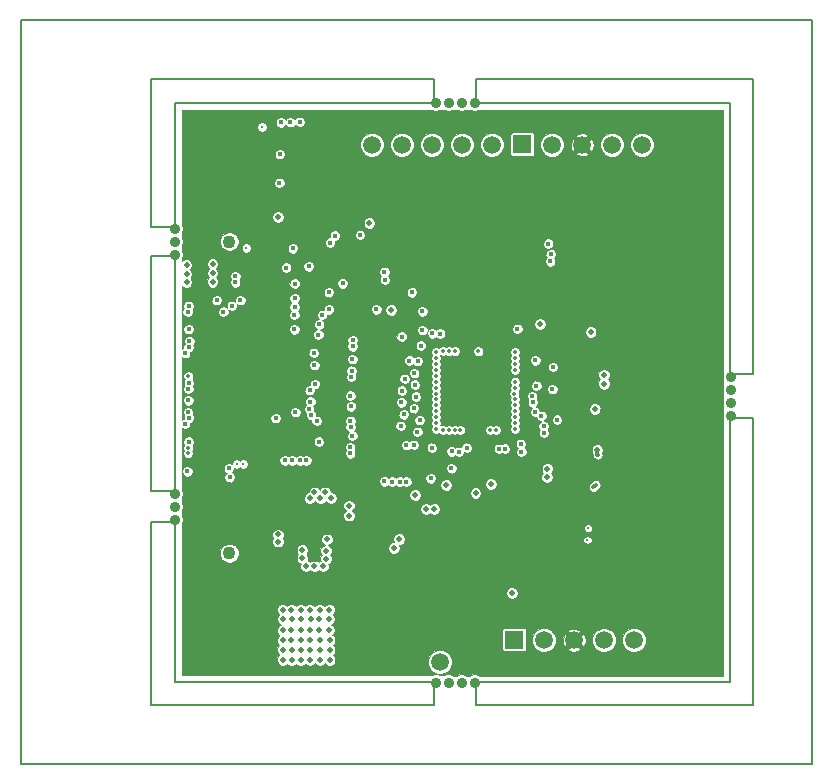
<source format=gbr>
G04 (created by PCBNEW (2013-05-31 BZR 4019)-stable) date 11/04/2014 15:09:40*
%MOIN*%
G04 Gerber Fmt 3.4, Leading zero omitted, Abs format*
%FSLAX34Y34*%
G01*
G70*
G90*
G04 APERTURE LIST*
%ADD10C,0.00590551*%
%ADD11C,0.0077*%
%ADD12C,0.0157*%
%ADD13C,0.0195*%
%ADD14C,0.0432*%
%ADD15C,0.0354*%
%ADD16C,0.2165*%
%ADD17C,0.0597*%
%ADD18R,0.0597X0.0597*%
%ADD19C,0.0117*%
%ADD20C,0.0077*%
%ADD21C,0.0196*%
%ADD22C,0.0138*%
%ADD23C,0.0122*%
%ADD24C,0.0039*%
G04 APERTURE END LIST*
G54D10*
G54D11*
X42606Y-52483D02*
X42606Y-27680D01*
X68983Y-52483D02*
X42606Y-52483D01*
X68983Y-27680D02*
X68983Y-52483D01*
X42606Y-27680D02*
X68983Y-27680D01*
X66228Y-30437D02*
X66228Y-39492D01*
X57764Y-30437D02*
X66228Y-30437D01*
X57764Y-29650D02*
X57764Y-30437D01*
X67016Y-29650D02*
X57764Y-29650D01*
X67016Y-39492D02*
X67016Y-29650D01*
X66228Y-39492D02*
X67016Y-39492D01*
X57764Y-50515D02*
X57764Y-49728D01*
X67016Y-50515D02*
X57764Y-50515D01*
X67016Y-40948D02*
X67016Y-50515D01*
X66228Y-40948D02*
X67016Y-40948D01*
X66228Y-49728D02*
X66228Y-40948D01*
X57764Y-49728D02*
X66228Y-49728D01*
X46936Y-50515D02*
X46936Y-44413D01*
X56386Y-50515D02*
X46936Y-50515D01*
X56386Y-49728D02*
X56386Y-50515D01*
X47724Y-49728D02*
X56386Y-49728D01*
X47724Y-44413D02*
X47724Y-49728D01*
X46936Y-44413D02*
X47724Y-44413D01*
X46936Y-43390D02*
X46936Y-35555D01*
X47724Y-43390D02*
X46936Y-43390D01*
X47724Y-35555D02*
X47724Y-43390D01*
X46936Y-35555D02*
X47724Y-35555D01*
X47724Y-30437D02*
X47724Y-34570D01*
X46936Y-34570D02*
X47724Y-34570D01*
X46936Y-29648D02*
X46936Y-34570D01*
X46936Y-29648D02*
X56384Y-29648D01*
X56384Y-29648D02*
X56384Y-30437D01*
X47724Y-30437D02*
X56384Y-30437D01*
G54D12*
X65748Y-45944D03*
X65866Y-43700D03*
X65866Y-34173D03*
X65826Y-36377D03*
X64606Y-36377D03*
X64921Y-36377D03*
X65511Y-36377D03*
X65236Y-36377D03*
X65275Y-34173D03*
X65551Y-34173D03*
X64960Y-34173D03*
X64645Y-34173D03*
X64645Y-43700D03*
X64960Y-43700D03*
X65551Y-43700D03*
X65275Y-43700D03*
X65000Y-45944D03*
X65354Y-45944D03*
X63897Y-46338D03*
X51216Y-33106D03*
X51232Y-32149D03*
G54D13*
X52891Y-48678D03*
X52872Y-47644D03*
X52881Y-47329D03*
X52872Y-48018D03*
X52891Y-48353D03*
X52891Y-49012D03*
X51326Y-49002D03*
X52566Y-49012D03*
X52242Y-49012D03*
X51631Y-49012D03*
X51927Y-49012D03*
X52251Y-48353D03*
X51936Y-48353D03*
X51936Y-48018D03*
X52251Y-48018D03*
X51622Y-48018D03*
X51326Y-48018D03*
X51326Y-48353D03*
X51622Y-48353D03*
X51927Y-48678D03*
X51631Y-48678D03*
X52566Y-48353D03*
X52547Y-48018D03*
X52557Y-47329D03*
X52547Y-47644D03*
X52242Y-48678D03*
X52566Y-48678D03*
X52261Y-47644D03*
X51946Y-47644D03*
X51927Y-47329D03*
X52232Y-47329D03*
X51622Y-47329D03*
X51326Y-47329D03*
X51326Y-47644D03*
X51631Y-47644D03*
X51986Y-45351D03*
X51326Y-48668D03*
X51986Y-45626D03*
X52104Y-45892D03*
X52773Y-45371D03*
X52675Y-45892D03*
X52389Y-45892D03*
X48124Y-36145D03*
X48124Y-36421D03*
X48124Y-35850D03*
G54D12*
X61338Y-33307D03*
X60708Y-32598D03*
X61181Y-32598D03*
X60787Y-33307D03*
X62598Y-33307D03*
X62677Y-32598D03*
X62047Y-32598D03*
X62047Y-33307D03*
X64448Y-30866D03*
X63523Y-31023D03*
X63917Y-31023D03*
X64842Y-30866D03*
X63937Y-33228D03*
X63444Y-32637D03*
X60236Y-32598D03*
X63307Y-33228D03*
X54409Y-33307D03*
X54409Y-32992D03*
X54803Y-32992D03*
X54803Y-33307D03*
X55669Y-33307D03*
X55669Y-32992D03*
X55275Y-32992D03*
X55275Y-33307D03*
X59763Y-33307D03*
X60157Y-33307D03*
X59291Y-33307D03*
X58818Y-33307D03*
X56574Y-31023D03*
X60118Y-31023D03*
X60511Y-31023D03*
X56968Y-31023D03*
X57834Y-31023D03*
X61377Y-31023D03*
X60984Y-31023D03*
X57440Y-31023D03*
X59173Y-31023D03*
X62716Y-31023D03*
X63110Y-31023D03*
X59566Y-31023D03*
X58700Y-31023D03*
X62244Y-31023D03*
X61850Y-31023D03*
X58307Y-31023D03*
X49842Y-30826D03*
X54803Y-31003D03*
X55196Y-31003D03*
X50236Y-30826D03*
X49602Y-32177D03*
X56062Y-31003D03*
X55669Y-31003D03*
X51893Y-31070D03*
X48976Y-30826D03*
X53937Y-31003D03*
X54330Y-31003D03*
X49370Y-30826D03*
X48503Y-30826D03*
X51271Y-31090D03*
X48110Y-30826D03*
X56141Y-33307D03*
X56141Y-32992D03*
X56535Y-32992D03*
X56535Y-33307D03*
X57401Y-33307D03*
X57401Y-32992D03*
X57007Y-32992D03*
X57007Y-33307D03*
X49606Y-33858D03*
X49606Y-33543D03*
X50000Y-33543D03*
X50000Y-33858D03*
X49133Y-33858D03*
X49133Y-33543D03*
X48740Y-33543D03*
X48740Y-33858D03*
X64488Y-49370D03*
X64251Y-46535D03*
X64645Y-46535D03*
X64881Y-49370D03*
X65748Y-49370D03*
X64566Y-45944D03*
X65118Y-46535D03*
X65354Y-49370D03*
X62992Y-47086D03*
X62992Y-46771D03*
X63385Y-46771D03*
X63385Y-47086D03*
X62519Y-47086D03*
X62519Y-46771D03*
X62125Y-46771D03*
X62125Y-47086D03*
X63543Y-46141D03*
X63740Y-45905D03*
X64133Y-45944D03*
X65511Y-46299D03*
X63937Y-43858D03*
X64251Y-43700D03*
X63543Y-43543D03*
X63543Y-43858D03*
X63543Y-34409D03*
X63543Y-34094D03*
X63937Y-34094D03*
X63937Y-34409D03*
X63937Y-36535D03*
X63937Y-36220D03*
X63543Y-36220D03*
X63543Y-36535D03*
X64173Y-33779D03*
X64330Y-36850D03*
X64724Y-36850D03*
X64566Y-33779D03*
X65433Y-33779D03*
X65590Y-36850D03*
X65196Y-36850D03*
X65039Y-33779D03*
X65118Y-43307D03*
X65511Y-43307D03*
X64645Y-43307D03*
X64251Y-43307D03*
X65511Y-46850D03*
X65826Y-46850D03*
X65826Y-46535D03*
X65826Y-47165D03*
X60314Y-49370D03*
X60314Y-49055D03*
X60708Y-49055D03*
X60708Y-49370D03*
X61574Y-49370D03*
X61574Y-49055D03*
X61181Y-49055D03*
X61181Y-49370D03*
X62913Y-49370D03*
X62913Y-49055D03*
X63307Y-49055D03*
X63307Y-49370D03*
X62440Y-49370D03*
X62440Y-49055D03*
X62047Y-49055D03*
X62047Y-49370D03*
X58661Y-49370D03*
X58661Y-49055D03*
X64015Y-49370D03*
X65905Y-48661D03*
X65590Y-49055D03*
X65905Y-49055D03*
X63464Y-47559D03*
X63779Y-47086D03*
X59921Y-49370D03*
X59921Y-49055D03*
X58188Y-49055D03*
X58188Y-49370D03*
X59448Y-49370D03*
X59448Y-49055D03*
X59055Y-49055D03*
X59055Y-49370D03*
X54409Y-48661D03*
X57007Y-46299D03*
X56614Y-46299D03*
X54803Y-48661D03*
X55669Y-48661D03*
X59448Y-46299D03*
X59055Y-46299D03*
X55275Y-48661D03*
X50236Y-49370D03*
X48976Y-49370D03*
X48818Y-49055D03*
X53937Y-48661D03*
X49763Y-49370D03*
X48503Y-49370D03*
X48110Y-49370D03*
X49370Y-49370D03*
X55433Y-46771D03*
X54173Y-48346D03*
X54566Y-48346D03*
X55826Y-46771D03*
X56692Y-46771D03*
X53779Y-47795D03*
X55039Y-48346D03*
X56299Y-46771D03*
X58031Y-46771D03*
X58425Y-46771D03*
X57559Y-46771D03*
X53779Y-47244D03*
X54251Y-47795D03*
X57165Y-46771D03*
X48129Y-34035D03*
X48818Y-34921D03*
X49917Y-32220D03*
X48129Y-34330D03*
X49606Y-41535D03*
X49921Y-41338D03*
X53779Y-37795D03*
X54330Y-37795D03*
X54173Y-39133D03*
X54015Y-41338D03*
X50157Y-45551D03*
X48818Y-45669D03*
X48779Y-46141D03*
X49566Y-42362D03*
X54803Y-44094D03*
X55669Y-44960D03*
X55433Y-43464D03*
X54566Y-42362D03*
X48425Y-34625D03*
X48129Y-34921D03*
X48129Y-35216D03*
X48425Y-34921D03*
X48110Y-45669D03*
X48425Y-45669D03*
X48129Y-34625D03*
X48425Y-35216D03*
X48110Y-47007D03*
X48425Y-47007D03*
X48425Y-47401D03*
X48110Y-47401D03*
X48110Y-46535D03*
X48425Y-46535D03*
X48425Y-46141D03*
X48110Y-46141D03*
X48110Y-33543D03*
X48110Y-31181D03*
X48110Y-31574D03*
X48425Y-34035D03*
X48818Y-33228D03*
X51582Y-31082D03*
X50633Y-30826D03*
X48425Y-34330D03*
X48110Y-32755D03*
X48425Y-32755D03*
X48425Y-33149D03*
X48110Y-33149D03*
X48110Y-32283D03*
X48425Y-32283D03*
X48425Y-31889D03*
X48110Y-31889D03*
X48110Y-47795D03*
X48425Y-47795D03*
X48425Y-48188D03*
X48110Y-48188D03*
X48110Y-49055D03*
X48425Y-49055D03*
X48425Y-48661D03*
X48110Y-48661D03*
X50787Y-48818D03*
X50314Y-46771D03*
X50708Y-47086D03*
X50393Y-49133D03*
X48740Y-47086D03*
X49763Y-46692D03*
X49212Y-46771D03*
X48897Y-46771D03*
X48976Y-41299D03*
X49133Y-43818D03*
X49094Y-43346D03*
X49173Y-35275D03*
X49921Y-34881D03*
X49173Y-34921D03*
X48818Y-35236D03*
X49606Y-36732D03*
X65826Y-33700D03*
X65826Y-33228D03*
X65433Y-33385D03*
X65905Y-31496D03*
X65826Y-38425D03*
X65826Y-41181D03*
X65826Y-40787D03*
X65826Y-38031D03*
X65826Y-39763D03*
X54566Y-33779D03*
X56771Y-33779D03*
X65826Y-40157D03*
X65826Y-39291D03*
X65826Y-42047D03*
X65826Y-41653D03*
X65826Y-38897D03*
X65905Y-36850D03*
X63700Y-33700D03*
X63622Y-40393D03*
X63543Y-38267D03*
X63543Y-38661D03*
X63622Y-40787D03*
X63622Y-41653D03*
X63543Y-39527D03*
X63543Y-39133D03*
X63622Y-41259D03*
X63622Y-42992D03*
X63149Y-42204D03*
X63070Y-39842D03*
X63149Y-42598D03*
X63622Y-42519D03*
X65905Y-43307D03*
X63543Y-40000D03*
X63622Y-42125D03*
X63070Y-40236D03*
X63543Y-37401D03*
X63070Y-37480D03*
X63070Y-37874D03*
X63543Y-37795D03*
X63543Y-36929D03*
X61653Y-33779D03*
X59212Y-33779D03*
X63937Y-36850D03*
X61496Y-46377D03*
X58346Y-47795D03*
X58346Y-48661D03*
X64881Y-46259D03*
X63858Y-46771D03*
X58346Y-48267D03*
G54D14*
X49554Y-45454D03*
X49554Y-35062D03*
G54D13*
X56102Y-43975D03*
G54D12*
X61386Y-35540D03*
X61024Y-35536D03*
X61024Y-35198D03*
X61394Y-35193D03*
G54D15*
X47725Y-34630D03*
X47725Y-35063D03*
X47725Y-35496D03*
X47725Y-44335D03*
X47725Y-43902D03*
X47725Y-43469D03*
X66268Y-39571D03*
X66268Y-40004D03*
X66268Y-40437D03*
X66268Y-40870D03*
G54D12*
X58299Y-40354D03*
X58299Y-39921D03*
X58082Y-40138D03*
X58515Y-40138D03*
X61011Y-37386D03*
X62078Y-44708D03*
X62275Y-44901D03*
X58732Y-40354D03*
X57866Y-40354D03*
X57433Y-40354D03*
X57000Y-40354D03*
X56783Y-40571D03*
X57216Y-40571D03*
X57653Y-40571D03*
X58082Y-40571D03*
X58515Y-40571D03*
X58515Y-41004D03*
X58082Y-41004D03*
X57653Y-41004D03*
X57216Y-41004D03*
X56783Y-41004D03*
X57000Y-40787D03*
X57433Y-40787D03*
X58299Y-40787D03*
X57866Y-40787D03*
X58732Y-40787D03*
X58732Y-39921D03*
X57866Y-39921D03*
X57433Y-39921D03*
X57000Y-39921D03*
X56783Y-40138D03*
X57216Y-40138D03*
X57653Y-40138D03*
X58515Y-39705D03*
X58082Y-39705D03*
X57653Y-39705D03*
X57216Y-39705D03*
X56783Y-39705D03*
X57000Y-39488D03*
X57433Y-39488D03*
X58299Y-39488D03*
X57866Y-39488D03*
X58732Y-39488D03*
X58732Y-39055D03*
X57866Y-39055D03*
X58299Y-39055D03*
X57433Y-39055D03*
X57000Y-39055D03*
X56783Y-39272D03*
X57216Y-39272D03*
X57653Y-39272D03*
X58082Y-39272D03*
X58515Y-39272D03*
G54D13*
X48990Y-35810D03*
X48990Y-36401D03*
X48990Y-36106D03*
X52389Y-43424D03*
X52744Y-43424D03*
X52941Y-43620D03*
X52586Y-43621D03*
X52773Y-45636D03*
G54D16*
X49752Y-32228D03*
X64791Y-32228D03*
X64791Y-47975D03*
X49752Y-47975D03*
G54D13*
X56378Y-43975D03*
X52232Y-43621D03*
G54D15*
X56426Y-49768D03*
X56859Y-49768D03*
X57292Y-49768D03*
X57726Y-49768D03*
X56425Y-30437D03*
X56858Y-30437D03*
X57291Y-30437D03*
X57725Y-30437D03*
G54D17*
X58307Y-31834D03*
X57307Y-31834D03*
X56307Y-31834D03*
X55307Y-31834D03*
G54D18*
X53307Y-31814D03*
G54D17*
X54307Y-31834D03*
G54D18*
X57576Y-49079D03*
G54D17*
X56576Y-49079D03*
X63314Y-31834D03*
X62314Y-31834D03*
X61314Y-31834D03*
G54D18*
X59314Y-31814D03*
G54D17*
X60314Y-31834D03*
X63043Y-48350D03*
X62043Y-48350D03*
X61043Y-48350D03*
G54D18*
X59043Y-48330D03*
G54D17*
X60043Y-48350D03*
G54D19*
X61685Y-43255D03*
G54D13*
X56783Y-43173D03*
X61728Y-40646D03*
X61821Y-42018D03*
X61594Y-38083D03*
X55748Y-43512D03*
X55032Y-45276D03*
G54D20*
X61488Y-45011D03*
G54D13*
X58976Y-46772D03*
G54D12*
X60177Y-35130D03*
G54D13*
X54949Y-37343D03*
G54D12*
X52646Y-37508D03*
G54D13*
X54221Y-34441D03*
X51169Y-34244D03*
X57756Y-43449D03*
G54D12*
X56949Y-42618D03*
G54D13*
X58264Y-43146D03*
X60142Y-42921D03*
G54D12*
X55299Y-38228D03*
G54D13*
X62039Y-39803D03*
X59910Y-37815D03*
X62036Y-39500D03*
G54D19*
X50011Y-42476D03*
G54D12*
X53323Y-36453D03*
G54D19*
X52901Y-30956D03*
G54D20*
X60677Y-34807D03*
X61854Y-44421D03*
X62578Y-44440D03*
X61988Y-45425D03*
G54D13*
X50921Y-43799D03*
X51012Y-36701D03*
X48158Y-36717D03*
X48150Y-39079D03*
X48189Y-41437D03*
X48138Y-43807D03*
X58002Y-47500D03*
G54D12*
X59961Y-44311D03*
X58626Y-44390D03*
X58413Y-43508D03*
X60205Y-43484D03*
X59882Y-37386D03*
X58256Y-36228D03*
X57106Y-36587D03*
G54D13*
X58616Y-45230D03*
G54D12*
X61102Y-40835D03*
G54D13*
X57668Y-44518D03*
G54D12*
X52012Y-34799D03*
X61264Y-40071D03*
X54457Y-43477D03*
G54D13*
X53465Y-45815D03*
G54D12*
X54579Y-44225D03*
G54D13*
X54268Y-46508D03*
X57984Y-48284D03*
G54D12*
X61957Y-34823D03*
X60906Y-36260D03*
X61957Y-35933D03*
X62154Y-36559D03*
X61228Y-42177D03*
X60882Y-38087D03*
X60780Y-39406D03*
X59350Y-37213D03*
G54D21*
X56091Y-35378D03*
X55579Y-35130D03*
G54D12*
X59508Y-36051D03*
X59650Y-35925D03*
X57094Y-35291D03*
X58354Y-35528D03*
X58370Y-36783D03*
X48165Y-37402D03*
X60266Y-35482D03*
X48193Y-37205D03*
X60246Y-35719D03*
X49565Y-42918D03*
X49132Y-37012D03*
G54D20*
X61511Y-44618D03*
G54D13*
X55217Y-44988D03*
G54D12*
X55288Y-40421D03*
X55701Y-40618D03*
X55366Y-40819D03*
X55705Y-41839D03*
G54D22*
X59065Y-40325D03*
G54D12*
X51732Y-36461D03*
X53591Y-41236D03*
G54D22*
X56447Y-41309D03*
G54D12*
X59951Y-40876D03*
X51728Y-36957D03*
G54D22*
X59065Y-40522D03*
G54D12*
X52870Y-37327D03*
X51728Y-37240D03*
X52870Y-36752D03*
X59669Y-40425D03*
X55736Y-39831D03*
X48193Y-37984D03*
X53906Y-34843D03*
X60319Y-39984D03*
G54D19*
X50114Y-35279D03*
X49791Y-42476D03*
G54D13*
X52811Y-44992D03*
G54D22*
X59065Y-38750D03*
G54D12*
X55638Y-36756D03*
G54D22*
X57067Y-38720D03*
G54D12*
X52906Y-35095D03*
X52543Y-37827D03*
G54D19*
X50641Y-31248D03*
G54D12*
X57205Y-42071D03*
G54D22*
X59075Y-41112D03*
G54D12*
X60039Y-41437D03*
X60473Y-41000D03*
G54D22*
X59065Y-40915D03*
X59065Y-39341D03*
G54D12*
X60339Y-39244D03*
X57465Y-41937D03*
G54D22*
X57254Y-41339D03*
G54D12*
X60030Y-41211D03*
G54D13*
X53539Y-43862D03*
X53539Y-44197D03*
G54D12*
X59272Y-41807D03*
G54D22*
X56870Y-38720D03*
G54D12*
X55981Y-37386D03*
G54D22*
X57854Y-38720D03*
G54D12*
X59150Y-37972D03*
G54D22*
X59055Y-40128D03*
G54D12*
X59748Y-39020D03*
G54D22*
X58238Y-41339D03*
X57057Y-41339D03*
X59065Y-39144D03*
X59065Y-38947D03*
G54D12*
X55933Y-38528D03*
G54D22*
X56437Y-39734D03*
X56437Y-40325D03*
G54D12*
X56260Y-42953D03*
G54D22*
X56860Y-41339D03*
G54D13*
X60154Y-42638D03*
G54D22*
X59065Y-41309D03*
G54D12*
X56957Y-42059D03*
G54D22*
X56663Y-41339D03*
X59065Y-39931D03*
G54D12*
X55394Y-39638D03*
X53650Y-41536D03*
G54D22*
X56437Y-41112D03*
G54D12*
X53583Y-40201D03*
G54D22*
X56437Y-39931D03*
G54D12*
X55831Y-39047D03*
G54D22*
X56437Y-40915D03*
G54D12*
X53579Y-41925D03*
X53602Y-40559D03*
G54D22*
X56437Y-40128D03*
G54D12*
X55303Y-40032D03*
X53662Y-38355D03*
G54D22*
X56437Y-38750D03*
G54D12*
X55709Y-39445D03*
X52193Y-35890D03*
X59740Y-40740D03*
X54453Y-37319D03*
X51721Y-37508D03*
X54721Y-36075D03*
X59787Y-39870D03*
X55555Y-39028D03*
G54D22*
X56437Y-38947D03*
G54D12*
X53662Y-38555D03*
X53610Y-39571D03*
G54D22*
X56437Y-39537D03*
G54D12*
X53626Y-39370D03*
G54D22*
X56437Y-39341D03*
G54D12*
X53579Y-42122D03*
G54D22*
X56437Y-40719D03*
G54D12*
X55772Y-40232D03*
X55890Y-41016D03*
X55260Y-41209D03*
X55815Y-41406D03*
X55445Y-41846D03*
X56303Y-41937D03*
X53650Y-38981D03*
G54D22*
X56437Y-39144D03*
G54D12*
X53587Y-41040D03*
G54D22*
X56437Y-40522D03*
G54D12*
X54736Y-36331D03*
X59646Y-40225D03*
X49354Y-37402D03*
X53071Y-34862D03*
X52276Y-40847D03*
X52248Y-40394D03*
X48185Y-39965D03*
X48221Y-38386D03*
X52516Y-38162D03*
X48201Y-39768D03*
X52232Y-40016D03*
G54D22*
X48188Y-39547D03*
G54D12*
X52402Y-39815D03*
X48079Y-38783D03*
X52386Y-39181D03*
X48193Y-38591D03*
X52366Y-38772D03*
G54D22*
X59065Y-39734D03*
G54D12*
X51445Y-35929D03*
X52213Y-40654D03*
X48181Y-40355D03*
X55984Y-38016D03*
X56319Y-38122D03*
X56575Y-38130D03*
G54D22*
X56673Y-38711D03*
G54D12*
X49744Y-36425D03*
X49634Y-37205D03*
X49917Y-37012D03*
X49748Y-36225D03*
X51717Y-37992D03*
X52535Y-41732D03*
X52118Y-42354D03*
G54D22*
X48169Y-42125D03*
G54D12*
X54984Y-43063D03*
X48173Y-40748D03*
X55453Y-43067D03*
X51752Y-40748D03*
G54D22*
X48188Y-41929D03*
G54D12*
X51917Y-42355D03*
X48197Y-41732D03*
X51398Y-42355D03*
X48075Y-41142D03*
X51638Y-42355D03*
X48201Y-40949D03*
X54721Y-43055D03*
X55225Y-43067D03*
X51091Y-40949D03*
G54D22*
X59065Y-40719D03*
G54D12*
X51669Y-35288D03*
G54D22*
X58435Y-41339D03*
G54D12*
X58536Y-41973D03*
X59281Y-42067D03*
X58740Y-41969D03*
X52465Y-41043D03*
X49535Y-42618D03*
X48154Y-42725D03*
G54D13*
X51169Y-44827D03*
X51169Y-45063D03*
G54D23*
X61821Y-42018D02*
X61821Y-42167D01*
X61821Y-42167D02*
X61834Y-42181D01*
X61771Y-43169D02*
X61685Y-43255D01*
X61771Y-43169D02*
X61685Y-43255D01*
G54D10*
G36*
X66004Y-49547D02*
X63710Y-49542D01*
X63710Y-31755D01*
X63649Y-31609D01*
X63538Y-31498D01*
X63393Y-31438D01*
X63235Y-31437D01*
X63089Y-31498D01*
X62978Y-31609D01*
X62918Y-31754D01*
X62917Y-31912D01*
X62978Y-32058D01*
X63089Y-32169D01*
X63234Y-32229D01*
X63392Y-32230D01*
X63538Y-32169D01*
X63649Y-32058D01*
X63709Y-31913D01*
X63710Y-31755D01*
X63710Y-49542D01*
X63439Y-49541D01*
X63439Y-48271D01*
X63378Y-48125D01*
X63267Y-48014D01*
X63122Y-47954D01*
X62964Y-47953D01*
X62818Y-48014D01*
X62710Y-48122D01*
X62710Y-31755D01*
X62649Y-31609D01*
X62538Y-31498D01*
X62393Y-31438D01*
X62235Y-31437D01*
X62089Y-31498D01*
X61978Y-31609D01*
X61918Y-31754D01*
X61917Y-31912D01*
X61978Y-32058D01*
X62089Y-32169D01*
X62234Y-32229D01*
X62392Y-32230D01*
X62538Y-32169D01*
X62649Y-32058D01*
X62709Y-31913D01*
X62710Y-31755D01*
X62710Y-48122D01*
X62707Y-48125D01*
X62647Y-48270D01*
X62646Y-48428D01*
X62707Y-48574D01*
X62818Y-48685D01*
X62963Y-48745D01*
X63121Y-48746D01*
X63267Y-48685D01*
X63378Y-48574D01*
X63438Y-48429D01*
X63439Y-48271D01*
X63439Y-49541D01*
X62439Y-49539D01*
X62439Y-48271D01*
X62378Y-48125D01*
X62267Y-48014D01*
X62234Y-48000D01*
X62234Y-39764D01*
X62204Y-39692D01*
X62161Y-39649D01*
X62201Y-39610D01*
X62230Y-39538D01*
X62231Y-39461D01*
X62201Y-39389D01*
X62146Y-39334D01*
X62074Y-39305D01*
X61997Y-39304D01*
X61925Y-39334D01*
X61870Y-39389D01*
X61841Y-39461D01*
X61840Y-39538D01*
X61870Y-39610D01*
X61913Y-39653D01*
X61873Y-39692D01*
X61844Y-39764D01*
X61843Y-39841D01*
X61873Y-39913D01*
X61928Y-39968D01*
X62000Y-39997D01*
X62077Y-39998D01*
X62149Y-39968D01*
X62204Y-39913D01*
X62233Y-39841D01*
X62234Y-39764D01*
X62234Y-48000D01*
X62122Y-47954D01*
X62016Y-47953D01*
X62016Y-41979D01*
X61986Y-41907D01*
X61931Y-41852D01*
X61923Y-41849D01*
X61923Y-40607D01*
X61893Y-40535D01*
X61838Y-40480D01*
X61789Y-40460D01*
X61789Y-38044D01*
X61759Y-37972D01*
X61704Y-37917D01*
X61698Y-37915D01*
X61698Y-31849D01*
X61674Y-31700D01*
X61663Y-31673D01*
X61619Y-31634D01*
X61513Y-31740D01*
X61513Y-31528D01*
X61474Y-31484D01*
X61329Y-31449D01*
X61180Y-31473D01*
X61153Y-31484D01*
X61114Y-31528D01*
X61314Y-31727D01*
X61513Y-31528D01*
X61513Y-31740D01*
X61420Y-31834D01*
X61619Y-32033D01*
X61663Y-31994D01*
X61698Y-31849D01*
X61698Y-37915D01*
X61632Y-37888D01*
X61555Y-37887D01*
X61513Y-37905D01*
X61513Y-32139D01*
X61314Y-31940D01*
X61207Y-32046D01*
X61207Y-31834D01*
X61008Y-31634D01*
X60964Y-31673D01*
X60929Y-31818D01*
X60953Y-31967D01*
X60964Y-31994D01*
X61008Y-32033D01*
X61207Y-31834D01*
X61207Y-32046D01*
X61114Y-32139D01*
X61153Y-32183D01*
X61298Y-32218D01*
X61447Y-32194D01*
X61474Y-32183D01*
X61513Y-32139D01*
X61513Y-37905D01*
X61483Y-37917D01*
X61428Y-37972D01*
X61399Y-38044D01*
X61398Y-38121D01*
X61428Y-38193D01*
X61483Y-38248D01*
X61555Y-38277D01*
X61632Y-38278D01*
X61704Y-38248D01*
X61759Y-38193D01*
X61788Y-38121D01*
X61789Y-38044D01*
X61789Y-40460D01*
X61766Y-40451D01*
X61689Y-40450D01*
X61617Y-40480D01*
X61562Y-40535D01*
X61533Y-40607D01*
X61532Y-40684D01*
X61562Y-40756D01*
X61617Y-40811D01*
X61689Y-40840D01*
X61766Y-40841D01*
X61838Y-40811D01*
X61893Y-40756D01*
X61922Y-40684D01*
X61923Y-40607D01*
X61923Y-41849D01*
X61859Y-41823D01*
X61782Y-41822D01*
X61710Y-41852D01*
X61655Y-41907D01*
X61626Y-41979D01*
X61625Y-42056D01*
X61655Y-42128D01*
X61662Y-42135D01*
X61662Y-42167D01*
X61674Y-42228D01*
X61708Y-42279D01*
X61722Y-42293D01*
X61773Y-42327D01*
X61834Y-42339D01*
X61895Y-42327D01*
X61946Y-42293D01*
X61981Y-42241D01*
X61993Y-42181D01*
X61983Y-42131D01*
X61986Y-42128D01*
X62015Y-42056D01*
X62016Y-41979D01*
X62016Y-47953D01*
X61964Y-47953D01*
X61930Y-47968D01*
X61930Y-43169D01*
X61918Y-43108D01*
X61883Y-43057D01*
X61832Y-43022D01*
X61771Y-43010D01*
X61710Y-43022D01*
X61659Y-43057D01*
X61572Y-43143D01*
X61565Y-43154D01*
X61552Y-43167D01*
X61545Y-43184D01*
X61538Y-43195D01*
X61536Y-43207D01*
X61529Y-43224D01*
X61529Y-43243D01*
X61526Y-43255D01*
X61529Y-43268D01*
X61529Y-43286D01*
X61536Y-43303D01*
X61538Y-43316D01*
X61545Y-43327D01*
X61552Y-43344D01*
X61565Y-43357D01*
X61572Y-43367D01*
X61583Y-43375D01*
X61596Y-43388D01*
X61613Y-43395D01*
X61624Y-43402D01*
X61636Y-43404D01*
X61653Y-43411D01*
X61672Y-43411D01*
X61685Y-43414D01*
X61697Y-43411D01*
X61715Y-43411D01*
X61733Y-43404D01*
X61745Y-43402D01*
X61756Y-43395D01*
X61773Y-43388D01*
X61786Y-43375D01*
X61797Y-43367D01*
X61883Y-43281D01*
X61918Y-43229D01*
X61930Y-43169D01*
X61930Y-47968D01*
X61818Y-48014D01*
X61707Y-48125D01*
X61647Y-48269D01*
X61647Y-44591D01*
X61627Y-44541D01*
X61588Y-44502D01*
X61538Y-44482D01*
X61484Y-44482D01*
X61434Y-44502D01*
X61396Y-44540D01*
X61375Y-44590D01*
X61375Y-44645D01*
X61396Y-44695D01*
X61434Y-44733D01*
X61484Y-44754D01*
X61538Y-44754D01*
X61588Y-44733D01*
X61627Y-44695D01*
X61647Y-44645D01*
X61647Y-44591D01*
X61647Y-48269D01*
X61647Y-48270D01*
X61646Y-48428D01*
X61707Y-48574D01*
X61818Y-48685D01*
X61963Y-48745D01*
X62121Y-48746D01*
X62267Y-48685D01*
X62378Y-48574D01*
X62438Y-48429D01*
X62439Y-48271D01*
X62439Y-49539D01*
X61624Y-49538D01*
X61624Y-44984D01*
X61603Y-44934D01*
X61565Y-44896D01*
X61515Y-44875D01*
X61461Y-44875D01*
X61411Y-44896D01*
X61372Y-44934D01*
X61352Y-44984D01*
X61352Y-45038D01*
X61372Y-45088D01*
X61411Y-45127D01*
X61461Y-45147D01*
X61515Y-45147D01*
X61565Y-45127D01*
X61603Y-45088D01*
X61624Y-45038D01*
X61624Y-44984D01*
X61624Y-49538D01*
X61427Y-49537D01*
X61427Y-48365D01*
X61403Y-48216D01*
X61392Y-48189D01*
X61348Y-48150D01*
X61242Y-48256D01*
X61242Y-48044D01*
X61203Y-48000D01*
X61058Y-47965D01*
X60909Y-47989D01*
X60882Y-48000D01*
X60843Y-48044D01*
X61043Y-48243D01*
X61242Y-48044D01*
X61242Y-48256D01*
X61149Y-48350D01*
X61348Y-48549D01*
X61392Y-48510D01*
X61427Y-48365D01*
X61427Y-49537D01*
X61242Y-49537D01*
X61242Y-48655D01*
X61043Y-48456D01*
X60936Y-48562D01*
X60936Y-48350D01*
X60737Y-48150D01*
X60710Y-48174D01*
X60710Y-31755D01*
X60649Y-31609D01*
X60538Y-31498D01*
X60393Y-31438D01*
X60235Y-31437D01*
X60089Y-31498D01*
X59978Y-31609D01*
X59918Y-31754D01*
X59917Y-31912D01*
X59978Y-32058D01*
X60089Y-32169D01*
X60234Y-32229D01*
X60392Y-32230D01*
X60538Y-32169D01*
X60649Y-32058D01*
X60709Y-31913D01*
X60710Y-31755D01*
X60710Y-48174D01*
X60693Y-48189D01*
X60658Y-48334D01*
X60682Y-48483D01*
X60693Y-48510D01*
X60737Y-48549D01*
X60936Y-48350D01*
X60936Y-48562D01*
X60843Y-48655D01*
X60882Y-48699D01*
X61027Y-48734D01*
X61176Y-48710D01*
X61203Y-48699D01*
X61242Y-48655D01*
X61242Y-49537D01*
X60649Y-49535D01*
X60649Y-40965D01*
X60622Y-40900D01*
X60572Y-40850D01*
X60515Y-40826D01*
X60515Y-39209D01*
X60488Y-39144D01*
X60442Y-39098D01*
X60442Y-35447D01*
X60415Y-35382D01*
X60365Y-35332D01*
X60353Y-35327D01*
X60353Y-35095D01*
X60326Y-35030D01*
X60276Y-34980D01*
X60212Y-34954D01*
X60142Y-34953D01*
X60077Y-34980D01*
X60027Y-35030D01*
X60001Y-35094D01*
X60000Y-35164D01*
X60027Y-35229D01*
X60077Y-35279D01*
X60141Y-35305D01*
X60211Y-35306D01*
X60276Y-35279D01*
X60326Y-35229D01*
X60352Y-35165D01*
X60353Y-35095D01*
X60353Y-35327D01*
X60301Y-35306D01*
X60231Y-35305D01*
X60166Y-35332D01*
X60116Y-35382D01*
X60090Y-35446D01*
X60089Y-35516D01*
X60116Y-35581D01*
X60125Y-35590D01*
X60096Y-35619D01*
X60070Y-35683D01*
X60069Y-35753D01*
X60096Y-35818D01*
X60146Y-35868D01*
X60210Y-35894D01*
X60280Y-35895D01*
X60345Y-35868D01*
X60395Y-35818D01*
X60421Y-35754D01*
X60422Y-35684D01*
X60395Y-35619D01*
X60386Y-35610D01*
X60415Y-35581D01*
X60441Y-35517D01*
X60442Y-35447D01*
X60442Y-39098D01*
X60438Y-39094D01*
X60374Y-39068D01*
X60304Y-39067D01*
X60239Y-39094D01*
X60189Y-39144D01*
X60163Y-39208D01*
X60162Y-39278D01*
X60189Y-39343D01*
X60239Y-39393D01*
X60303Y-39419D01*
X60373Y-39420D01*
X60438Y-39393D01*
X60488Y-39343D01*
X60514Y-39279D01*
X60515Y-39209D01*
X60515Y-40826D01*
X60508Y-40824D01*
X60495Y-40824D01*
X60495Y-39949D01*
X60468Y-39884D01*
X60418Y-39834D01*
X60354Y-39808D01*
X60284Y-39807D01*
X60219Y-39834D01*
X60169Y-39884D01*
X60143Y-39948D01*
X60142Y-40018D01*
X60169Y-40083D01*
X60219Y-40133D01*
X60283Y-40159D01*
X60353Y-40160D01*
X60418Y-40133D01*
X60468Y-40083D01*
X60494Y-40019D01*
X60495Y-39949D01*
X60495Y-40824D01*
X60438Y-40823D01*
X60373Y-40850D01*
X60323Y-40900D01*
X60297Y-40964D01*
X60296Y-41034D01*
X60323Y-41099D01*
X60373Y-41149D01*
X60437Y-41175D01*
X60507Y-41176D01*
X60572Y-41149D01*
X60622Y-41099D01*
X60648Y-41035D01*
X60649Y-40965D01*
X60649Y-49535D01*
X60439Y-49535D01*
X60439Y-48271D01*
X60378Y-48125D01*
X60349Y-48096D01*
X60349Y-42599D01*
X60319Y-42527D01*
X60264Y-42472D01*
X60215Y-42452D01*
X60215Y-41402D01*
X60188Y-41337D01*
X60170Y-41319D01*
X60179Y-41310D01*
X60205Y-41246D01*
X60206Y-41176D01*
X60179Y-41111D01*
X60129Y-41061D01*
X60065Y-41035D01*
X60027Y-41034D01*
X60050Y-41025D01*
X60100Y-40975D01*
X60126Y-40911D01*
X60127Y-40841D01*
X60105Y-40787D01*
X60105Y-37776D01*
X60075Y-37704D01*
X60020Y-37649D01*
X59948Y-37620D01*
X59871Y-37619D01*
X59799Y-37649D01*
X59744Y-37704D01*
X59715Y-37776D01*
X59714Y-37853D01*
X59744Y-37925D01*
X59799Y-37980D01*
X59871Y-38009D01*
X59948Y-38010D01*
X60020Y-37980D01*
X60075Y-37925D01*
X60104Y-37853D01*
X60105Y-37776D01*
X60105Y-40787D01*
X60100Y-40776D01*
X60050Y-40726D01*
X59986Y-40700D01*
X59963Y-40700D01*
X59963Y-39835D01*
X59936Y-39770D01*
X59924Y-39758D01*
X59924Y-38985D01*
X59897Y-38920D01*
X59847Y-38870D01*
X59783Y-38844D01*
X59713Y-38843D01*
X59710Y-38845D01*
X59710Y-32093D01*
X59710Y-31496D01*
X59695Y-31460D01*
X59667Y-31432D01*
X59631Y-31418D01*
X59593Y-31417D01*
X58996Y-31417D01*
X58960Y-31432D01*
X58932Y-31460D01*
X58918Y-31496D01*
X58917Y-31534D01*
X58917Y-32131D01*
X58932Y-32167D01*
X58960Y-32195D01*
X58996Y-32209D01*
X59034Y-32210D01*
X59631Y-32210D01*
X59667Y-32195D01*
X59695Y-32167D01*
X59709Y-32131D01*
X59710Y-32093D01*
X59710Y-38845D01*
X59648Y-38870D01*
X59598Y-38920D01*
X59572Y-38984D01*
X59571Y-39054D01*
X59598Y-39119D01*
X59648Y-39169D01*
X59712Y-39195D01*
X59782Y-39196D01*
X59847Y-39169D01*
X59897Y-39119D01*
X59923Y-39055D01*
X59924Y-38985D01*
X59924Y-39758D01*
X59886Y-39720D01*
X59822Y-39694D01*
X59752Y-39693D01*
X59687Y-39720D01*
X59637Y-39770D01*
X59611Y-39834D01*
X59610Y-39904D01*
X59637Y-39969D01*
X59687Y-40019D01*
X59751Y-40045D01*
X59821Y-40046D01*
X59886Y-40019D01*
X59936Y-39969D01*
X59962Y-39905D01*
X59963Y-39835D01*
X59963Y-40700D01*
X59916Y-40699D01*
X59914Y-40700D01*
X59889Y-40640D01*
X59839Y-40590D01*
X59777Y-40565D01*
X59818Y-40524D01*
X59844Y-40460D01*
X59845Y-40390D01*
X59818Y-40325D01*
X59801Y-40308D01*
X59821Y-40260D01*
X59822Y-40190D01*
X59795Y-40125D01*
X59745Y-40075D01*
X59681Y-40049D01*
X59611Y-40048D01*
X59546Y-40075D01*
X59496Y-40125D01*
X59470Y-40189D01*
X59469Y-40259D01*
X59496Y-40324D01*
X59513Y-40341D01*
X59493Y-40389D01*
X59492Y-40459D01*
X59519Y-40524D01*
X59569Y-40574D01*
X59631Y-40599D01*
X59590Y-40640D01*
X59564Y-40704D01*
X59563Y-40774D01*
X59590Y-40839D01*
X59640Y-40889D01*
X59704Y-40915D01*
X59774Y-40916D01*
X59776Y-40915D01*
X59801Y-40975D01*
X59851Y-41025D01*
X59915Y-41051D01*
X59953Y-41052D01*
X59930Y-41061D01*
X59880Y-41111D01*
X59854Y-41175D01*
X59853Y-41245D01*
X59880Y-41310D01*
X59898Y-41328D01*
X59889Y-41337D01*
X59863Y-41401D01*
X59862Y-41471D01*
X59889Y-41536D01*
X59939Y-41586D01*
X60003Y-41612D01*
X60073Y-41613D01*
X60138Y-41586D01*
X60188Y-41536D01*
X60214Y-41472D01*
X60215Y-41402D01*
X60215Y-42452D01*
X60192Y-42443D01*
X60115Y-42442D01*
X60043Y-42472D01*
X59988Y-42527D01*
X59959Y-42599D01*
X59958Y-42676D01*
X59988Y-42748D01*
X60013Y-42773D01*
X59976Y-42810D01*
X59947Y-42882D01*
X59946Y-42959D01*
X59976Y-43031D01*
X60031Y-43086D01*
X60103Y-43115D01*
X60180Y-43116D01*
X60252Y-43086D01*
X60307Y-43031D01*
X60336Y-42959D01*
X60337Y-42882D01*
X60307Y-42810D01*
X60282Y-42785D01*
X60319Y-42748D01*
X60348Y-42676D01*
X60349Y-42599D01*
X60349Y-48096D01*
X60267Y-48014D01*
X60122Y-47954D01*
X59964Y-47953D01*
X59818Y-48014D01*
X59707Y-48125D01*
X59647Y-48270D01*
X59646Y-48428D01*
X59707Y-48574D01*
X59818Y-48685D01*
X59963Y-48745D01*
X60121Y-48746D01*
X60267Y-48685D01*
X60378Y-48574D01*
X60438Y-48429D01*
X60439Y-48271D01*
X60439Y-49535D01*
X59457Y-49533D01*
X59457Y-42032D01*
X59430Y-41967D01*
X59395Y-41932D01*
X59421Y-41906D01*
X59447Y-41842D01*
X59448Y-41772D01*
X59421Y-41707D01*
X59371Y-41657D01*
X59326Y-41638D01*
X59326Y-37937D01*
X59299Y-37872D01*
X59249Y-37822D01*
X59185Y-37796D01*
X59115Y-37795D01*
X59050Y-37822D01*
X59000Y-37872D01*
X58974Y-37936D01*
X58973Y-38006D01*
X59000Y-38071D01*
X59050Y-38121D01*
X59114Y-38147D01*
X59184Y-38148D01*
X59249Y-38121D01*
X59299Y-38071D01*
X59325Y-38007D01*
X59326Y-37937D01*
X59326Y-41638D01*
X59307Y-41631D01*
X59241Y-41630D01*
X59241Y-41079D01*
X59216Y-41017D01*
X59206Y-41008D01*
X59231Y-40948D01*
X59231Y-40882D01*
X59206Y-40820D01*
X59202Y-40817D01*
X59206Y-40813D01*
X59231Y-40752D01*
X59231Y-40686D01*
X59206Y-40624D01*
X59201Y-40620D01*
X59206Y-40616D01*
X59231Y-40555D01*
X59231Y-40489D01*
X59206Y-40427D01*
X59201Y-40423D01*
X59206Y-40419D01*
X59231Y-40358D01*
X59231Y-40292D01*
X59206Y-40230D01*
X59196Y-40221D01*
X59221Y-40161D01*
X59221Y-40095D01*
X59196Y-40034D01*
X59206Y-40025D01*
X59231Y-39964D01*
X59231Y-39898D01*
X59206Y-39836D01*
X59201Y-39832D01*
X59206Y-39828D01*
X59231Y-39767D01*
X59231Y-39701D01*
X59231Y-39308D01*
X59206Y-39246D01*
X59201Y-39242D01*
X59206Y-39238D01*
X59231Y-39177D01*
X59231Y-39111D01*
X59206Y-39049D01*
X59201Y-39045D01*
X59206Y-39041D01*
X59231Y-38980D01*
X59231Y-38914D01*
X59206Y-38852D01*
X59201Y-38848D01*
X59206Y-38844D01*
X59231Y-38783D01*
X59231Y-38717D01*
X59206Y-38655D01*
X59159Y-38608D01*
X59098Y-38583D01*
X59032Y-38583D01*
X58970Y-38608D01*
X58923Y-38655D01*
X58898Y-38716D01*
X58898Y-38782D01*
X58923Y-38844D01*
X58928Y-38848D01*
X58923Y-38852D01*
X58898Y-38913D01*
X58898Y-38979D01*
X58923Y-39041D01*
X58928Y-39045D01*
X58923Y-39049D01*
X58898Y-39110D01*
X58898Y-39176D01*
X58923Y-39238D01*
X58928Y-39242D01*
X58923Y-39246D01*
X58898Y-39307D01*
X58898Y-39373D01*
X58923Y-39435D01*
X58970Y-39482D01*
X59031Y-39507D01*
X59097Y-39507D01*
X59159Y-39482D01*
X59206Y-39435D01*
X59231Y-39374D01*
X59231Y-39308D01*
X59231Y-39701D01*
X59206Y-39639D01*
X59159Y-39592D01*
X59098Y-39567D01*
X59032Y-39567D01*
X58970Y-39592D01*
X58923Y-39639D01*
X58898Y-39700D01*
X58898Y-39766D01*
X58923Y-39828D01*
X58928Y-39832D01*
X58923Y-39836D01*
X58898Y-39897D01*
X58898Y-39963D01*
X58923Y-40024D01*
X58913Y-40033D01*
X58888Y-40094D01*
X58888Y-40160D01*
X58913Y-40222D01*
X58923Y-40231D01*
X58898Y-40291D01*
X58898Y-40357D01*
X58923Y-40419D01*
X58928Y-40423D01*
X58923Y-40427D01*
X58898Y-40488D01*
X58898Y-40554D01*
X58923Y-40616D01*
X58928Y-40620D01*
X58923Y-40624D01*
X58898Y-40685D01*
X58898Y-40751D01*
X58923Y-40813D01*
X58927Y-40816D01*
X58923Y-40820D01*
X58898Y-40881D01*
X58898Y-40947D01*
X58923Y-41009D01*
X58933Y-41018D01*
X58908Y-41078D01*
X58908Y-41144D01*
X58933Y-41205D01*
X58923Y-41214D01*
X58898Y-41275D01*
X58898Y-41341D01*
X58923Y-41403D01*
X58970Y-41450D01*
X59031Y-41475D01*
X59097Y-41475D01*
X59159Y-41450D01*
X59206Y-41403D01*
X59231Y-41342D01*
X59231Y-41276D01*
X59206Y-41215D01*
X59216Y-41206D01*
X59241Y-41145D01*
X59241Y-41079D01*
X59241Y-41630D01*
X59237Y-41630D01*
X59172Y-41657D01*
X59122Y-41707D01*
X59096Y-41771D01*
X59095Y-41841D01*
X59122Y-41906D01*
X59157Y-41941D01*
X59131Y-41967D01*
X59105Y-42031D01*
X59104Y-42101D01*
X59131Y-42166D01*
X59181Y-42216D01*
X59245Y-42242D01*
X59315Y-42243D01*
X59380Y-42216D01*
X59430Y-42166D01*
X59456Y-42102D01*
X59457Y-42032D01*
X59457Y-49533D01*
X59439Y-49533D01*
X59439Y-48609D01*
X59439Y-48012D01*
X59424Y-47976D01*
X59396Y-47948D01*
X59360Y-47934D01*
X59322Y-47933D01*
X59171Y-47933D01*
X59171Y-46733D01*
X59141Y-46661D01*
X59086Y-46606D01*
X59014Y-46577D01*
X58937Y-46576D01*
X58916Y-46585D01*
X58916Y-41934D01*
X58889Y-41869D01*
X58839Y-41819D01*
X58775Y-41793D01*
X58705Y-41792D01*
X58703Y-41793D01*
X58703Y-31755D01*
X58642Y-31609D01*
X58531Y-31498D01*
X58386Y-31438D01*
X58228Y-31437D01*
X58082Y-31498D01*
X57971Y-31609D01*
X57911Y-31754D01*
X57910Y-31912D01*
X57971Y-32058D01*
X58082Y-32169D01*
X58227Y-32229D01*
X58385Y-32230D01*
X58531Y-32169D01*
X58642Y-32058D01*
X58702Y-31913D01*
X58703Y-31755D01*
X58703Y-41793D01*
X58640Y-41819D01*
X58636Y-41824D01*
X58635Y-41823D01*
X58601Y-41809D01*
X58601Y-41306D01*
X58576Y-41244D01*
X58529Y-41197D01*
X58468Y-41172D01*
X58402Y-41172D01*
X58340Y-41197D01*
X58336Y-41202D01*
X58332Y-41197D01*
X58271Y-41172D01*
X58205Y-41172D01*
X58143Y-41197D01*
X58096Y-41244D01*
X58071Y-41305D01*
X58071Y-41371D01*
X58096Y-41433D01*
X58143Y-41480D01*
X58204Y-41505D01*
X58270Y-41505D01*
X58332Y-41480D01*
X58336Y-41475D01*
X58340Y-41480D01*
X58401Y-41505D01*
X58467Y-41505D01*
X58529Y-41480D01*
X58576Y-41433D01*
X58601Y-41372D01*
X58601Y-41306D01*
X58601Y-41809D01*
X58571Y-41797D01*
X58501Y-41796D01*
X58436Y-41823D01*
X58386Y-41873D01*
X58360Y-41937D01*
X58359Y-42007D01*
X58386Y-42072D01*
X58436Y-42122D01*
X58500Y-42148D01*
X58570Y-42149D01*
X58635Y-42122D01*
X58639Y-42117D01*
X58640Y-42118D01*
X58704Y-42144D01*
X58774Y-42145D01*
X58839Y-42118D01*
X58889Y-42068D01*
X58915Y-42004D01*
X58916Y-41934D01*
X58916Y-46585D01*
X58865Y-46606D01*
X58810Y-46661D01*
X58781Y-46733D01*
X58780Y-46810D01*
X58810Y-46882D01*
X58865Y-46937D01*
X58937Y-46966D01*
X59014Y-46967D01*
X59086Y-46937D01*
X59141Y-46882D01*
X59170Y-46810D01*
X59171Y-46733D01*
X59171Y-47933D01*
X58725Y-47933D01*
X58689Y-47948D01*
X58661Y-47976D01*
X58647Y-48012D01*
X58646Y-48050D01*
X58646Y-48647D01*
X58661Y-48683D01*
X58689Y-48711D01*
X58725Y-48725D01*
X58763Y-48726D01*
X59360Y-48726D01*
X59396Y-48711D01*
X59424Y-48683D01*
X59438Y-48647D01*
X59439Y-48609D01*
X59439Y-49533D01*
X58459Y-49531D01*
X58459Y-43107D01*
X58429Y-43035D01*
X58374Y-42980D01*
X58302Y-42951D01*
X58225Y-42950D01*
X58153Y-42980D01*
X58098Y-43035D01*
X58069Y-43107D01*
X58068Y-43184D01*
X58098Y-43256D01*
X58153Y-43311D01*
X58225Y-43340D01*
X58302Y-43341D01*
X58374Y-43311D01*
X58429Y-43256D01*
X58458Y-43184D01*
X58459Y-43107D01*
X58459Y-49531D01*
X58020Y-49530D01*
X58020Y-38687D01*
X57995Y-38625D01*
X57948Y-38578D01*
X57887Y-38553D01*
X57821Y-38553D01*
X57759Y-38578D01*
X57712Y-38625D01*
X57703Y-38649D01*
X57703Y-31755D01*
X57642Y-31609D01*
X57531Y-31498D01*
X57386Y-31438D01*
X57228Y-31437D01*
X57082Y-31498D01*
X56971Y-31609D01*
X56911Y-31754D01*
X56910Y-31912D01*
X56971Y-32058D01*
X57082Y-32169D01*
X57227Y-32229D01*
X57385Y-32230D01*
X57531Y-32169D01*
X57642Y-32058D01*
X57702Y-31913D01*
X57703Y-31755D01*
X57703Y-38649D01*
X57687Y-38686D01*
X57687Y-38752D01*
X57712Y-38814D01*
X57759Y-38861D01*
X57820Y-38886D01*
X57886Y-38886D01*
X57948Y-38861D01*
X57995Y-38814D01*
X58020Y-38753D01*
X58020Y-38687D01*
X58020Y-49530D01*
X57951Y-49530D01*
X57951Y-43410D01*
X57921Y-43338D01*
X57866Y-43283D01*
X57794Y-43254D01*
X57717Y-43253D01*
X57645Y-43283D01*
X57641Y-43288D01*
X57641Y-41902D01*
X57614Y-41837D01*
X57564Y-41787D01*
X57500Y-41761D01*
X57430Y-41760D01*
X57420Y-41764D01*
X57420Y-41306D01*
X57395Y-41244D01*
X57348Y-41197D01*
X57287Y-41172D01*
X57221Y-41172D01*
X57159Y-41197D01*
X57155Y-41202D01*
X57151Y-41197D01*
X57090Y-41172D01*
X57024Y-41172D01*
X56962Y-41197D01*
X56958Y-41202D01*
X56954Y-41197D01*
X56893Y-41172D01*
X56827Y-41172D01*
X56765Y-41197D01*
X56761Y-41202D01*
X56757Y-41197D01*
X56696Y-41172D01*
X56630Y-41172D01*
X56584Y-41191D01*
X56603Y-41145D01*
X56603Y-41079D01*
X56578Y-41017D01*
X56573Y-41013D01*
X56578Y-41009D01*
X56603Y-40948D01*
X56603Y-40882D01*
X56578Y-40820D01*
X56574Y-40817D01*
X56578Y-40813D01*
X56603Y-40752D01*
X56603Y-40686D01*
X56578Y-40624D01*
X56573Y-40620D01*
X56578Y-40616D01*
X56603Y-40555D01*
X56603Y-40489D01*
X56578Y-40427D01*
X56573Y-40423D01*
X56578Y-40419D01*
X56603Y-40358D01*
X56603Y-40292D01*
X56578Y-40230D01*
X56573Y-40226D01*
X56578Y-40222D01*
X56603Y-40161D01*
X56603Y-40095D01*
X56578Y-40033D01*
X56573Y-40029D01*
X56578Y-40025D01*
X56603Y-39964D01*
X56603Y-39898D01*
X56578Y-39836D01*
X56573Y-39832D01*
X56578Y-39828D01*
X56603Y-39767D01*
X56603Y-39701D01*
X56578Y-39639D01*
X56573Y-39635D01*
X56578Y-39631D01*
X56603Y-39570D01*
X56603Y-39504D01*
X56578Y-39442D01*
X56574Y-39439D01*
X56578Y-39435D01*
X56603Y-39374D01*
X56603Y-39308D01*
X56578Y-39246D01*
X56573Y-39242D01*
X56578Y-39238D01*
X56603Y-39177D01*
X56603Y-39111D01*
X56578Y-39049D01*
X56573Y-39045D01*
X56578Y-39041D01*
X56603Y-38980D01*
X56603Y-38914D01*
X56578Y-38852D01*
X56573Y-38848D01*
X56574Y-38848D01*
X56578Y-38852D01*
X56639Y-38877D01*
X56705Y-38877D01*
X56766Y-38852D01*
X56775Y-38861D01*
X56836Y-38886D01*
X56902Y-38886D01*
X56964Y-38861D01*
X56968Y-38856D01*
X56972Y-38861D01*
X57033Y-38886D01*
X57099Y-38886D01*
X57161Y-38861D01*
X57208Y-38814D01*
X57233Y-38753D01*
X57233Y-38687D01*
X57208Y-38625D01*
X57161Y-38578D01*
X57100Y-38553D01*
X57034Y-38553D01*
X56972Y-38578D01*
X56968Y-38583D01*
X56964Y-38578D01*
X56903Y-38553D01*
X56837Y-38553D01*
X56776Y-38578D01*
X56767Y-38569D01*
X56751Y-38563D01*
X56751Y-38095D01*
X56724Y-38030D01*
X56703Y-38009D01*
X56703Y-31755D01*
X56642Y-31609D01*
X56531Y-31498D01*
X56386Y-31438D01*
X56228Y-31437D01*
X56082Y-31498D01*
X55971Y-31609D01*
X55911Y-31754D01*
X55910Y-31912D01*
X55971Y-32058D01*
X56082Y-32169D01*
X56227Y-32229D01*
X56385Y-32230D01*
X56531Y-32169D01*
X56642Y-32058D01*
X56702Y-31913D01*
X56703Y-31755D01*
X56703Y-38009D01*
X56674Y-37980D01*
X56610Y-37954D01*
X56540Y-37953D01*
X56475Y-37980D01*
X56450Y-38005D01*
X56418Y-37972D01*
X56354Y-37946D01*
X56284Y-37945D01*
X56219Y-37972D01*
X56169Y-38022D01*
X56159Y-38046D01*
X56160Y-37981D01*
X56157Y-37973D01*
X56157Y-37351D01*
X56130Y-37286D01*
X56080Y-37236D01*
X56016Y-37210D01*
X55946Y-37209D01*
X55881Y-37236D01*
X55831Y-37286D01*
X55814Y-37329D01*
X55814Y-36721D01*
X55787Y-36656D01*
X55737Y-36606D01*
X55703Y-36592D01*
X55703Y-31755D01*
X55642Y-31609D01*
X55531Y-31498D01*
X55386Y-31438D01*
X55228Y-31437D01*
X55082Y-31498D01*
X54971Y-31609D01*
X54911Y-31754D01*
X54910Y-31912D01*
X54971Y-32058D01*
X55082Y-32169D01*
X55227Y-32229D01*
X55385Y-32230D01*
X55531Y-32169D01*
X55642Y-32058D01*
X55702Y-31913D01*
X55703Y-31755D01*
X55703Y-36592D01*
X55673Y-36580D01*
X55603Y-36579D01*
X55538Y-36606D01*
X55488Y-36656D01*
X55462Y-36720D01*
X55461Y-36790D01*
X55488Y-36855D01*
X55538Y-36905D01*
X55602Y-36931D01*
X55672Y-36932D01*
X55737Y-36905D01*
X55787Y-36855D01*
X55813Y-36791D01*
X55814Y-36721D01*
X55814Y-37329D01*
X55805Y-37350D01*
X55804Y-37420D01*
X55831Y-37485D01*
X55881Y-37535D01*
X55945Y-37561D01*
X56015Y-37562D01*
X56080Y-37535D01*
X56130Y-37485D01*
X56156Y-37421D01*
X56157Y-37351D01*
X56157Y-37973D01*
X56133Y-37916D01*
X56083Y-37866D01*
X56019Y-37840D01*
X55949Y-37839D01*
X55884Y-37866D01*
X55834Y-37916D01*
X55808Y-37980D01*
X55807Y-38050D01*
X55834Y-38115D01*
X55884Y-38165D01*
X55948Y-38191D01*
X56018Y-38192D01*
X56083Y-38165D01*
X56133Y-38115D01*
X56143Y-38091D01*
X56142Y-38156D01*
X56169Y-38221D01*
X56219Y-38271D01*
X56283Y-38297D01*
X56353Y-38298D01*
X56418Y-38271D01*
X56443Y-38246D01*
X56475Y-38279D01*
X56539Y-38305D01*
X56609Y-38306D01*
X56674Y-38279D01*
X56724Y-38229D01*
X56750Y-38165D01*
X56751Y-38095D01*
X56751Y-38563D01*
X56706Y-38544D01*
X56640Y-38544D01*
X56578Y-38569D01*
X56535Y-38612D01*
X56531Y-38608D01*
X56470Y-38583D01*
X56404Y-38583D01*
X56342Y-38608D01*
X56295Y-38655D01*
X56270Y-38716D01*
X56270Y-38782D01*
X56295Y-38844D01*
X56300Y-38848D01*
X56295Y-38852D01*
X56270Y-38913D01*
X56270Y-38979D01*
X56295Y-39041D01*
X56300Y-39045D01*
X56295Y-39049D01*
X56270Y-39110D01*
X56270Y-39176D01*
X56295Y-39238D01*
X56300Y-39242D01*
X56295Y-39246D01*
X56270Y-39307D01*
X56270Y-39373D01*
X56295Y-39435D01*
X56299Y-39438D01*
X56295Y-39442D01*
X56270Y-39503D01*
X56270Y-39569D01*
X56295Y-39631D01*
X56300Y-39635D01*
X56295Y-39639D01*
X56270Y-39700D01*
X56270Y-39766D01*
X56295Y-39828D01*
X56300Y-39832D01*
X56295Y-39836D01*
X56270Y-39897D01*
X56270Y-39963D01*
X56295Y-40025D01*
X56300Y-40029D01*
X56295Y-40033D01*
X56270Y-40094D01*
X56270Y-40160D01*
X56295Y-40222D01*
X56300Y-40226D01*
X56295Y-40230D01*
X56270Y-40291D01*
X56270Y-40357D01*
X56295Y-40419D01*
X56300Y-40423D01*
X56295Y-40427D01*
X56270Y-40488D01*
X56270Y-40554D01*
X56295Y-40616D01*
X56300Y-40620D01*
X56295Y-40624D01*
X56270Y-40685D01*
X56270Y-40751D01*
X56295Y-40813D01*
X56299Y-40816D01*
X56295Y-40820D01*
X56270Y-40881D01*
X56270Y-40947D01*
X56295Y-41009D01*
X56300Y-41013D01*
X56295Y-41017D01*
X56270Y-41078D01*
X56270Y-41144D01*
X56295Y-41206D01*
X56305Y-41215D01*
X56280Y-41275D01*
X56280Y-41341D01*
X56305Y-41403D01*
X56352Y-41450D01*
X56413Y-41475D01*
X56479Y-41475D01*
X56539Y-41450D01*
X56568Y-41480D01*
X56629Y-41505D01*
X56695Y-41505D01*
X56757Y-41480D01*
X56761Y-41475D01*
X56765Y-41480D01*
X56826Y-41505D01*
X56892Y-41505D01*
X56954Y-41480D01*
X56958Y-41475D01*
X56962Y-41480D01*
X57023Y-41505D01*
X57089Y-41505D01*
X57151Y-41480D01*
X57155Y-41475D01*
X57159Y-41480D01*
X57220Y-41505D01*
X57286Y-41505D01*
X57348Y-41480D01*
X57395Y-41433D01*
X57420Y-41372D01*
X57420Y-41306D01*
X57420Y-41764D01*
X57365Y-41787D01*
X57315Y-41837D01*
X57289Y-41901D01*
X57289Y-41915D01*
X57240Y-41895D01*
X57170Y-41894D01*
X57105Y-41921D01*
X57087Y-41940D01*
X57056Y-41909D01*
X56992Y-41883D01*
X56922Y-41882D01*
X56857Y-41909D01*
X56807Y-41959D01*
X56781Y-42023D01*
X56780Y-42093D01*
X56807Y-42158D01*
X56857Y-42208D01*
X56921Y-42234D01*
X56991Y-42235D01*
X57056Y-42208D01*
X57074Y-42189D01*
X57105Y-42220D01*
X57169Y-42246D01*
X57239Y-42247D01*
X57304Y-42220D01*
X57354Y-42170D01*
X57380Y-42106D01*
X57380Y-42092D01*
X57429Y-42112D01*
X57499Y-42113D01*
X57564Y-42086D01*
X57614Y-42036D01*
X57640Y-41972D01*
X57641Y-41902D01*
X57641Y-43288D01*
X57590Y-43338D01*
X57561Y-43410D01*
X57560Y-43487D01*
X57590Y-43559D01*
X57645Y-43614D01*
X57717Y-43643D01*
X57794Y-43644D01*
X57866Y-43614D01*
X57921Y-43559D01*
X57950Y-43487D01*
X57951Y-43410D01*
X57951Y-49530D01*
X57868Y-49529D01*
X57780Y-49493D01*
X57671Y-49493D01*
X57584Y-49529D01*
X57432Y-49528D01*
X57346Y-49493D01*
X57237Y-49493D01*
X57153Y-49528D01*
X57125Y-49528D01*
X57125Y-42583D01*
X57098Y-42518D01*
X57048Y-42468D01*
X56984Y-42442D01*
X56914Y-42441D01*
X56849Y-42468D01*
X56799Y-42518D01*
X56773Y-42582D01*
X56772Y-42652D01*
X56799Y-42717D01*
X56849Y-42767D01*
X56913Y-42793D01*
X56983Y-42794D01*
X57048Y-42767D01*
X57098Y-42717D01*
X57124Y-42653D01*
X57125Y-42583D01*
X57125Y-49528D01*
X56996Y-49528D01*
X56978Y-49520D01*
X56978Y-43134D01*
X56948Y-43062D01*
X56893Y-43007D01*
X56821Y-42978D01*
X56744Y-42977D01*
X56672Y-43007D01*
X56617Y-43062D01*
X56588Y-43134D01*
X56587Y-43211D01*
X56617Y-43283D01*
X56672Y-43338D01*
X56744Y-43367D01*
X56821Y-43368D01*
X56893Y-43338D01*
X56948Y-43283D01*
X56977Y-43211D01*
X56978Y-43134D01*
X56978Y-49520D01*
X56972Y-49517D01*
X56972Y-49000D01*
X56911Y-48854D01*
X56800Y-48743D01*
X56655Y-48683D01*
X56573Y-48682D01*
X56573Y-43936D01*
X56543Y-43864D01*
X56488Y-43809D01*
X56479Y-43805D01*
X56479Y-41902D01*
X56452Y-41837D01*
X56402Y-41787D01*
X56338Y-41761D01*
X56268Y-41760D01*
X56203Y-41787D01*
X56153Y-41837D01*
X56127Y-41901D01*
X56126Y-41971D01*
X56153Y-42036D01*
X56203Y-42086D01*
X56267Y-42112D01*
X56337Y-42113D01*
X56402Y-42086D01*
X56452Y-42036D01*
X56478Y-41972D01*
X56479Y-41902D01*
X56479Y-43805D01*
X56436Y-43787D01*
X56436Y-42918D01*
X56409Y-42853D01*
X56359Y-42803D01*
X56295Y-42777D01*
X56225Y-42776D01*
X56160Y-42803D01*
X56110Y-42853D01*
X56109Y-42857D01*
X56109Y-38493D01*
X56082Y-38428D01*
X56032Y-38378D01*
X55968Y-38352D01*
X55898Y-38351D01*
X55833Y-38378D01*
X55783Y-38428D01*
X55757Y-38492D01*
X55756Y-38562D01*
X55783Y-38627D01*
X55833Y-38677D01*
X55897Y-38703D01*
X55967Y-38704D01*
X56032Y-38677D01*
X56082Y-38627D01*
X56108Y-38563D01*
X56109Y-38493D01*
X56109Y-42857D01*
X56084Y-42917D01*
X56083Y-42987D01*
X56110Y-43052D01*
X56160Y-43102D01*
X56224Y-43128D01*
X56294Y-43129D01*
X56359Y-43102D01*
X56409Y-43052D01*
X56435Y-42988D01*
X56436Y-42918D01*
X56436Y-43787D01*
X56416Y-43780D01*
X56339Y-43779D01*
X56267Y-43809D01*
X56239Y-43837D01*
X56212Y-43809D01*
X56140Y-43780D01*
X56066Y-43779D01*
X56066Y-40981D01*
X56039Y-40916D01*
X56007Y-40884D01*
X56007Y-39012D01*
X55980Y-38947D01*
X55930Y-38897D01*
X55866Y-38871D01*
X55796Y-38870D01*
X55731Y-38897D01*
X55702Y-38926D01*
X55654Y-38878D01*
X55590Y-38852D01*
X55520Y-38851D01*
X55475Y-38870D01*
X55475Y-38193D01*
X55448Y-38128D01*
X55398Y-38078D01*
X55334Y-38052D01*
X55264Y-38051D01*
X55199Y-38078D01*
X55149Y-38128D01*
X55144Y-38142D01*
X55144Y-37304D01*
X55114Y-37232D01*
X55059Y-37177D01*
X54987Y-37148D01*
X54912Y-37147D01*
X54912Y-36296D01*
X54885Y-36231D01*
X54849Y-36195D01*
X54870Y-36174D01*
X54896Y-36110D01*
X54897Y-36040D01*
X54870Y-35975D01*
X54820Y-35925D01*
X54756Y-35899D01*
X54703Y-35898D01*
X54703Y-31755D01*
X54642Y-31609D01*
X54531Y-31498D01*
X54386Y-31438D01*
X54228Y-31437D01*
X54082Y-31498D01*
X53971Y-31609D01*
X53911Y-31754D01*
X53910Y-31912D01*
X53971Y-32058D01*
X54082Y-32169D01*
X54227Y-32229D01*
X54385Y-32230D01*
X54531Y-32169D01*
X54642Y-32058D01*
X54702Y-31913D01*
X54703Y-31755D01*
X54703Y-35898D01*
X54686Y-35898D01*
X54621Y-35925D01*
X54571Y-35975D01*
X54545Y-36039D01*
X54544Y-36109D01*
X54571Y-36174D01*
X54607Y-36210D01*
X54586Y-36231D01*
X54560Y-36295D01*
X54559Y-36365D01*
X54586Y-36430D01*
X54636Y-36480D01*
X54700Y-36506D01*
X54770Y-36507D01*
X54835Y-36480D01*
X54885Y-36430D01*
X54911Y-36366D01*
X54912Y-36296D01*
X54912Y-37147D01*
X54910Y-37147D01*
X54838Y-37177D01*
X54783Y-37232D01*
X54754Y-37304D01*
X54753Y-37381D01*
X54783Y-37453D01*
X54838Y-37508D01*
X54910Y-37537D01*
X54987Y-37538D01*
X55059Y-37508D01*
X55114Y-37453D01*
X55143Y-37381D01*
X55144Y-37304D01*
X55144Y-38142D01*
X55123Y-38192D01*
X55122Y-38262D01*
X55149Y-38327D01*
X55199Y-38377D01*
X55263Y-38403D01*
X55333Y-38404D01*
X55398Y-38377D01*
X55448Y-38327D01*
X55474Y-38263D01*
X55475Y-38193D01*
X55475Y-38870D01*
X55455Y-38878D01*
X55405Y-38928D01*
X55379Y-38992D01*
X55378Y-39062D01*
X55405Y-39127D01*
X55455Y-39177D01*
X55519Y-39203D01*
X55589Y-39204D01*
X55654Y-39177D01*
X55683Y-39148D01*
X55731Y-39196D01*
X55795Y-39222D01*
X55865Y-39223D01*
X55930Y-39196D01*
X55980Y-39146D01*
X56006Y-39082D01*
X56007Y-39012D01*
X56007Y-40884D01*
X55989Y-40866D01*
X55948Y-40849D01*
X55948Y-40197D01*
X55921Y-40132D01*
X55912Y-40123D01*
X55912Y-39796D01*
X55885Y-39731D01*
X55885Y-39731D01*
X55885Y-39410D01*
X55858Y-39345D01*
X55808Y-39295D01*
X55744Y-39269D01*
X55674Y-39268D01*
X55609Y-39295D01*
X55559Y-39345D01*
X55533Y-39409D01*
X55532Y-39479D01*
X55559Y-39544D01*
X55609Y-39594D01*
X55673Y-39620D01*
X55743Y-39621D01*
X55808Y-39594D01*
X55858Y-39544D01*
X55884Y-39480D01*
X55885Y-39410D01*
X55885Y-39731D01*
X55835Y-39681D01*
X55771Y-39655D01*
X55701Y-39654D01*
X55636Y-39681D01*
X55586Y-39731D01*
X55570Y-39771D01*
X55570Y-39603D01*
X55543Y-39538D01*
X55493Y-39488D01*
X55429Y-39462D01*
X55359Y-39461D01*
X55294Y-39488D01*
X55244Y-39538D01*
X55218Y-39602D01*
X55217Y-39672D01*
X55244Y-39737D01*
X55294Y-39787D01*
X55358Y-39813D01*
X55428Y-39814D01*
X55493Y-39787D01*
X55543Y-39737D01*
X55569Y-39673D01*
X55570Y-39603D01*
X55570Y-39771D01*
X55560Y-39795D01*
X55559Y-39865D01*
X55586Y-39930D01*
X55636Y-39980D01*
X55700Y-40006D01*
X55770Y-40007D01*
X55835Y-39980D01*
X55885Y-39930D01*
X55911Y-39866D01*
X55912Y-39796D01*
X55912Y-40123D01*
X55871Y-40082D01*
X55807Y-40056D01*
X55737Y-40055D01*
X55672Y-40082D01*
X55622Y-40132D01*
X55596Y-40196D01*
X55595Y-40266D01*
X55622Y-40331D01*
X55672Y-40381D01*
X55736Y-40407D01*
X55806Y-40408D01*
X55871Y-40381D01*
X55921Y-40331D01*
X55947Y-40267D01*
X55948Y-40197D01*
X55948Y-40849D01*
X55925Y-40840D01*
X55877Y-40839D01*
X55877Y-40583D01*
X55850Y-40518D01*
X55800Y-40468D01*
X55736Y-40442D01*
X55666Y-40441D01*
X55601Y-40468D01*
X55551Y-40518D01*
X55525Y-40582D01*
X55524Y-40652D01*
X55551Y-40717D01*
X55601Y-40767D01*
X55665Y-40793D01*
X55735Y-40794D01*
X55800Y-40767D01*
X55850Y-40717D01*
X55876Y-40653D01*
X55877Y-40583D01*
X55877Y-40839D01*
X55855Y-40839D01*
X55790Y-40866D01*
X55740Y-40916D01*
X55714Y-40980D01*
X55713Y-41050D01*
X55740Y-41115D01*
X55790Y-41165D01*
X55854Y-41191D01*
X55924Y-41192D01*
X55989Y-41165D01*
X56039Y-41115D01*
X56065Y-41051D01*
X56066Y-40981D01*
X56066Y-43779D01*
X56063Y-43779D01*
X55991Y-43809D01*
X55991Y-43810D01*
X55991Y-41371D01*
X55964Y-41306D01*
X55914Y-41256D01*
X55850Y-41230D01*
X55780Y-41229D01*
X55715Y-41256D01*
X55665Y-41306D01*
X55639Y-41370D01*
X55638Y-41440D01*
X55665Y-41505D01*
X55715Y-41555D01*
X55779Y-41581D01*
X55849Y-41582D01*
X55914Y-41555D01*
X55964Y-41505D01*
X55990Y-41441D01*
X55991Y-41371D01*
X55991Y-43810D01*
X55943Y-43858D01*
X55943Y-43473D01*
X55913Y-43401D01*
X55881Y-43369D01*
X55881Y-41804D01*
X55854Y-41739D01*
X55804Y-41689D01*
X55740Y-41663D01*
X55670Y-41662D01*
X55605Y-41689D01*
X55571Y-41723D01*
X55544Y-41696D01*
X55542Y-41695D01*
X55542Y-40784D01*
X55515Y-40719D01*
X55479Y-40683D01*
X55479Y-39997D01*
X55452Y-39932D01*
X55402Y-39882D01*
X55338Y-39856D01*
X55268Y-39855D01*
X55203Y-39882D01*
X55153Y-39932D01*
X55127Y-39996D01*
X55126Y-40066D01*
X55153Y-40131D01*
X55203Y-40181D01*
X55267Y-40207D01*
X55337Y-40208D01*
X55402Y-40181D01*
X55452Y-40131D01*
X55478Y-40067D01*
X55479Y-39997D01*
X55479Y-40683D01*
X55465Y-40669D01*
X55464Y-40669D01*
X55464Y-40386D01*
X55437Y-40321D01*
X55387Y-40271D01*
X55323Y-40245D01*
X55253Y-40244D01*
X55188Y-40271D01*
X55138Y-40321D01*
X55112Y-40385D01*
X55111Y-40455D01*
X55138Y-40520D01*
X55188Y-40570D01*
X55252Y-40596D01*
X55322Y-40597D01*
X55387Y-40570D01*
X55437Y-40520D01*
X55463Y-40456D01*
X55464Y-40386D01*
X55464Y-40669D01*
X55401Y-40643D01*
X55331Y-40642D01*
X55266Y-40669D01*
X55216Y-40719D01*
X55190Y-40783D01*
X55189Y-40853D01*
X55216Y-40918D01*
X55266Y-40968D01*
X55330Y-40994D01*
X55400Y-40995D01*
X55465Y-40968D01*
X55515Y-40918D01*
X55541Y-40854D01*
X55542Y-40784D01*
X55542Y-41695D01*
X55480Y-41670D01*
X55436Y-41669D01*
X55436Y-41174D01*
X55409Y-41109D01*
X55359Y-41059D01*
X55295Y-41033D01*
X55225Y-41032D01*
X55160Y-41059D01*
X55110Y-41109D01*
X55084Y-41173D01*
X55083Y-41243D01*
X55110Y-41308D01*
X55160Y-41358D01*
X55224Y-41384D01*
X55294Y-41385D01*
X55359Y-41358D01*
X55409Y-41308D01*
X55435Y-41244D01*
X55436Y-41174D01*
X55436Y-41669D01*
X55410Y-41669D01*
X55345Y-41696D01*
X55295Y-41746D01*
X55269Y-41810D01*
X55268Y-41880D01*
X55295Y-41945D01*
X55345Y-41995D01*
X55409Y-42021D01*
X55479Y-42022D01*
X55544Y-41995D01*
X55578Y-41961D01*
X55605Y-41988D01*
X55669Y-42014D01*
X55739Y-42015D01*
X55804Y-41988D01*
X55854Y-41938D01*
X55880Y-41874D01*
X55881Y-41804D01*
X55881Y-43369D01*
X55858Y-43346D01*
X55786Y-43317D01*
X55709Y-43316D01*
X55637Y-43346D01*
X55629Y-43355D01*
X55629Y-43032D01*
X55602Y-42967D01*
X55552Y-42917D01*
X55488Y-42891D01*
X55418Y-42890D01*
X55353Y-42917D01*
X55339Y-42932D01*
X55324Y-42917D01*
X55260Y-42891D01*
X55190Y-42890D01*
X55125Y-42917D01*
X55106Y-42936D01*
X55083Y-42913D01*
X55019Y-42887D01*
X54949Y-42886D01*
X54884Y-42913D01*
X54856Y-42941D01*
X54820Y-42905D01*
X54756Y-42879D01*
X54686Y-42878D01*
X54629Y-42902D01*
X54629Y-37284D01*
X54602Y-37219D01*
X54552Y-37169D01*
X54488Y-37143D01*
X54418Y-37142D01*
X54416Y-37143D01*
X54416Y-34402D01*
X54386Y-34330D01*
X54331Y-34275D01*
X54259Y-34246D01*
X54182Y-34245D01*
X54110Y-34275D01*
X54055Y-34330D01*
X54026Y-34402D01*
X54025Y-34479D01*
X54055Y-34551D01*
X54110Y-34606D01*
X54182Y-34635D01*
X54259Y-34636D01*
X54331Y-34606D01*
X54386Y-34551D01*
X54415Y-34479D01*
X54416Y-34402D01*
X54416Y-37143D01*
X54353Y-37169D01*
X54303Y-37219D01*
X54277Y-37283D01*
X54276Y-37353D01*
X54303Y-37418D01*
X54353Y-37468D01*
X54417Y-37494D01*
X54487Y-37495D01*
X54552Y-37468D01*
X54602Y-37418D01*
X54628Y-37354D01*
X54629Y-37284D01*
X54629Y-42902D01*
X54621Y-42905D01*
X54571Y-42955D01*
X54545Y-43019D01*
X54544Y-43089D01*
X54571Y-43154D01*
X54621Y-43204D01*
X54685Y-43230D01*
X54755Y-43231D01*
X54820Y-43204D01*
X54848Y-43176D01*
X54884Y-43212D01*
X54948Y-43238D01*
X55018Y-43239D01*
X55083Y-43212D01*
X55102Y-43193D01*
X55125Y-43216D01*
X55189Y-43242D01*
X55259Y-43243D01*
X55324Y-43216D01*
X55338Y-43201D01*
X55353Y-43216D01*
X55417Y-43242D01*
X55487Y-43243D01*
X55552Y-43216D01*
X55602Y-43166D01*
X55628Y-43102D01*
X55629Y-43032D01*
X55629Y-43355D01*
X55582Y-43401D01*
X55553Y-43473D01*
X55552Y-43550D01*
X55582Y-43622D01*
X55637Y-43677D01*
X55709Y-43706D01*
X55786Y-43707D01*
X55858Y-43677D01*
X55913Y-43622D01*
X55942Y-43550D01*
X55943Y-43473D01*
X55943Y-43858D01*
X55936Y-43864D01*
X55907Y-43936D01*
X55906Y-44013D01*
X55936Y-44085D01*
X55991Y-44140D01*
X56063Y-44169D01*
X56140Y-44170D01*
X56212Y-44140D01*
X56240Y-44112D01*
X56267Y-44140D01*
X56339Y-44169D01*
X56416Y-44170D01*
X56488Y-44140D01*
X56543Y-44085D01*
X56572Y-44013D01*
X56573Y-43936D01*
X56573Y-48682D01*
X56497Y-48682D01*
X56351Y-48743D01*
X56240Y-48854D01*
X56180Y-48999D01*
X56179Y-49157D01*
X56240Y-49303D01*
X56351Y-49414D01*
X56496Y-49474D01*
X56654Y-49475D01*
X56800Y-49414D01*
X56911Y-49303D01*
X56971Y-49158D01*
X56972Y-49000D01*
X56972Y-49517D01*
X56913Y-49493D01*
X56804Y-49493D01*
X56722Y-49527D01*
X56561Y-49527D01*
X56480Y-49493D01*
X56371Y-49493D01*
X56291Y-49526D01*
X55412Y-49524D01*
X55412Y-44949D01*
X55382Y-44877D01*
X55327Y-44822D01*
X55255Y-44793D01*
X55178Y-44792D01*
X55106Y-44822D01*
X55051Y-44877D01*
X55022Y-44949D01*
X55021Y-45026D01*
X55044Y-45081D01*
X54993Y-45080D01*
X54921Y-45110D01*
X54866Y-45165D01*
X54837Y-45237D01*
X54836Y-45314D01*
X54866Y-45386D01*
X54921Y-45441D01*
X54993Y-45470D01*
X55070Y-45471D01*
X55142Y-45441D01*
X55197Y-45386D01*
X55226Y-45314D01*
X55227Y-45237D01*
X55204Y-45182D01*
X55255Y-45183D01*
X55327Y-45153D01*
X55382Y-45098D01*
X55411Y-45026D01*
X55412Y-44949D01*
X55412Y-49524D01*
X54082Y-49521D01*
X54082Y-34808D01*
X54055Y-34743D01*
X54005Y-34693D01*
X53941Y-34667D01*
X53871Y-34666D01*
X53806Y-34693D01*
X53756Y-34743D01*
X53730Y-34807D01*
X53729Y-34877D01*
X53756Y-34942D01*
X53806Y-34992D01*
X53870Y-35018D01*
X53940Y-35019D01*
X54005Y-34992D01*
X54055Y-34942D01*
X54081Y-34878D01*
X54082Y-34808D01*
X54082Y-49521D01*
X53838Y-49521D01*
X53838Y-38520D01*
X53811Y-38455D01*
X53810Y-38455D01*
X53811Y-38454D01*
X53837Y-38390D01*
X53838Y-38320D01*
X53811Y-38255D01*
X53761Y-38205D01*
X53697Y-38179D01*
X53627Y-38178D01*
X53562Y-38205D01*
X53512Y-38255D01*
X53499Y-38288D01*
X53499Y-36418D01*
X53472Y-36353D01*
X53422Y-36303D01*
X53358Y-36277D01*
X53288Y-36276D01*
X53247Y-36293D01*
X53247Y-34827D01*
X53220Y-34762D01*
X53170Y-34712D01*
X53106Y-34686D01*
X53036Y-34685D01*
X52971Y-34712D01*
X52921Y-34762D01*
X52895Y-34826D01*
X52894Y-34896D01*
X52904Y-34918D01*
X52871Y-34918D01*
X52806Y-34945D01*
X52756Y-34995D01*
X52730Y-35059D01*
X52729Y-35129D01*
X52756Y-35194D01*
X52806Y-35244D01*
X52870Y-35270D01*
X52940Y-35271D01*
X53005Y-35244D01*
X53055Y-35194D01*
X53081Y-35130D01*
X53082Y-35060D01*
X53072Y-35038D01*
X53105Y-35038D01*
X53170Y-35011D01*
X53220Y-34961D01*
X53246Y-34897D01*
X53247Y-34827D01*
X53247Y-36293D01*
X53223Y-36303D01*
X53173Y-36353D01*
X53147Y-36417D01*
X53146Y-36487D01*
X53173Y-36552D01*
X53223Y-36602D01*
X53287Y-36628D01*
X53357Y-36629D01*
X53422Y-36602D01*
X53472Y-36552D01*
X53498Y-36488D01*
X53499Y-36418D01*
X53499Y-38288D01*
X53486Y-38319D01*
X53485Y-38389D01*
X53512Y-38454D01*
X53513Y-38454D01*
X53512Y-38455D01*
X53486Y-38519D01*
X53485Y-38589D01*
X53512Y-38654D01*
X53562Y-38704D01*
X53626Y-38730D01*
X53696Y-38731D01*
X53761Y-38704D01*
X53811Y-38654D01*
X53837Y-38590D01*
X53838Y-38520D01*
X53838Y-49521D01*
X53826Y-49521D01*
X53826Y-41501D01*
X53826Y-38946D01*
X53799Y-38881D01*
X53749Y-38831D01*
X53685Y-38805D01*
X53615Y-38804D01*
X53550Y-38831D01*
X53500Y-38881D01*
X53474Y-38945D01*
X53473Y-39015D01*
X53500Y-39080D01*
X53550Y-39130D01*
X53614Y-39156D01*
X53684Y-39157D01*
X53749Y-39130D01*
X53799Y-39080D01*
X53825Y-39016D01*
X53826Y-38946D01*
X53826Y-41501D01*
X53802Y-41443D01*
X53802Y-39335D01*
X53775Y-39270D01*
X53725Y-39220D01*
X53661Y-39194D01*
X53591Y-39193D01*
X53526Y-39220D01*
X53476Y-39270D01*
X53450Y-39334D01*
X53449Y-39404D01*
X53472Y-39459D01*
X53460Y-39471D01*
X53434Y-39535D01*
X53433Y-39605D01*
X53460Y-39670D01*
X53510Y-39720D01*
X53574Y-39746D01*
X53644Y-39747D01*
X53709Y-39720D01*
X53759Y-39670D01*
X53785Y-39606D01*
X53786Y-39536D01*
X53763Y-39481D01*
X53775Y-39469D01*
X53801Y-39405D01*
X53802Y-39335D01*
X53802Y-41443D01*
X53799Y-41436D01*
X53778Y-41415D01*
X53778Y-40524D01*
X53759Y-40478D01*
X53759Y-40166D01*
X53732Y-40101D01*
X53682Y-40051D01*
X53618Y-40025D01*
X53548Y-40024D01*
X53483Y-40051D01*
X53433Y-40101D01*
X53407Y-40165D01*
X53406Y-40235D01*
X53433Y-40300D01*
X53483Y-40350D01*
X53547Y-40376D01*
X53617Y-40377D01*
X53682Y-40350D01*
X53732Y-40300D01*
X53758Y-40236D01*
X53759Y-40166D01*
X53759Y-40478D01*
X53751Y-40459D01*
X53701Y-40409D01*
X53637Y-40383D01*
X53567Y-40382D01*
X53502Y-40409D01*
X53452Y-40459D01*
X53426Y-40523D01*
X53425Y-40593D01*
X53452Y-40658D01*
X53502Y-40708D01*
X53566Y-40734D01*
X53636Y-40735D01*
X53701Y-40708D01*
X53751Y-40658D01*
X53777Y-40594D01*
X53778Y-40524D01*
X53778Y-41415D01*
X53749Y-41386D01*
X53706Y-41369D01*
X53740Y-41335D01*
X53766Y-41271D01*
X53767Y-41201D01*
X53740Y-41136D01*
X53738Y-41134D01*
X53762Y-41075D01*
X53763Y-41005D01*
X53736Y-40940D01*
X53686Y-40890D01*
X53622Y-40864D01*
X53552Y-40863D01*
X53487Y-40890D01*
X53437Y-40940D01*
X53411Y-41004D01*
X53410Y-41074D01*
X53437Y-41139D01*
X53439Y-41141D01*
X53415Y-41200D01*
X53414Y-41270D01*
X53441Y-41335D01*
X53491Y-41385D01*
X53534Y-41402D01*
X53500Y-41436D01*
X53474Y-41500D01*
X53473Y-41570D01*
X53500Y-41635D01*
X53550Y-41685D01*
X53614Y-41711D01*
X53684Y-41712D01*
X53749Y-41685D01*
X53799Y-41635D01*
X53825Y-41571D01*
X53826Y-41501D01*
X53826Y-49521D01*
X53755Y-49521D01*
X53755Y-42087D01*
X53728Y-42023D01*
X53754Y-41960D01*
X53755Y-41890D01*
X53728Y-41825D01*
X53678Y-41775D01*
X53614Y-41749D01*
X53544Y-41748D01*
X53479Y-41775D01*
X53429Y-41825D01*
X53403Y-41889D01*
X53402Y-41959D01*
X53429Y-42023D01*
X53403Y-42086D01*
X53402Y-42156D01*
X53429Y-42221D01*
X53479Y-42271D01*
X53543Y-42297D01*
X53613Y-42298D01*
X53678Y-42271D01*
X53728Y-42221D01*
X53754Y-42157D01*
X53755Y-42087D01*
X53755Y-49521D01*
X53734Y-49520D01*
X53734Y-44158D01*
X53704Y-44086D01*
X53649Y-44031D01*
X53644Y-44029D01*
X53649Y-44027D01*
X53704Y-43972D01*
X53733Y-43900D01*
X53734Y-43823D01*
X53704Y-43751D01*
X53649Y-43696D01*
X53577Y-43667D01*
X53500Y-43666D01*
X53428Y-43696D01*
X53373Y-43751D01*
X53344Y-43823D01*
X53343Y-43900D01*
X53373Y-43972D01*
X53428Y-44027D01*
X53433Y-44029D01*
X53428Y-44031D01*
X53373Y-44086D01*
X53344Y-44158D01*
X53343Y-44235D01*
X53373Y-44307D01*
X53428Y-44362D01*
X53500Y-44391D01*
X53577Y-44392D01*
X53649Y-44362D01*
X53704Y-44307D01*
X53733Y-44235D01*
X53734Y-44158D01*
X53734Y-49520D01*
X53136Y-49519D01*
X53136Y-43581D01*
X53106Y-43509D01*
X53051Y-43454D01*
X53046Y-43452D01*
X53046Y-37292D01*
X53046Y-36717D01*
X53019Y-36652D01*
X52969Y-36602D01*
X52905Y-36576D01*
X52835Y-36575D01*
X52770Y-36602D01*
X52720Y-36652D01*
X52694Y-36716D01*
X52693Y-36786D01*
X52720Y-36851D01*
X52770Y-36901D01*
X52834Y-36927D01*
X52904Y-36928D01*
X52969Y-36901D01*
X53019Y-36851D01*
X53045Y-36787D01*
X53046Y-36717D01*
X53046Y-37292D01*
X53019Y-37227D01*
X52969Y-37177D01*
X52905Y-37151D01*
X52835Y-37150D01*
X52770Y-37177D01*
X52720Y-37227D01*
X52694Y-37291D01*
X52693Y-37337D01*
X52681Y-37332D01*
X52611Y-37331D01*
X52546Y-37358D01*
X52496Y-37408D01*
X52470Y-37472D01*
X52469Y-37542D01*
X52496Y-37607D01*
X52540Y-37650D01*
X52508Y-37650D01*
X52443Y-37677D01*
X52393Y-37727D01*
X52369Y-37787D01*
X52369Y-35855D01*
X52342Y-35790D01*
X52292Y-35740D01*
X52228Y-35714D01*
X52158Y-35713D01*
X52093Y-35740D01*
X52069Y-35764D01*
X52069Y-31036D01*
X52042Y-30971D01*
X51993Y-30921D01*
X51928Y-30894D01*
X51858Y-30894D01*
X51794Y-30921D01*
X51744Y-30971D01*
X51735Y-30992D01*
X51731Y-30983D01*
X51682Y-30933D01*
X51617Y-30906D01*
X51547Y-30906D01*
X51483Y-30933D01*
X51433Y-30982D01*
X51425Y-31002D01*
X51420Y-30990D01*
X51371Y-30941D01*
X51306Y-30914D01*
X51236Y-30914D01*
X51172Y-30941D01*
X51122Y-30990D01*
X51095Y-31055D01*
X51095Y-31125D01*
X51122Y-31190D01*
X51171Y-31239D01*
X51236Y-31266D01*
X51306Y-31266D01*
X51371Y-31239D01*
X51420Y-31190D01*
X51428Y-31171D01*
X51433Y-31182D01*
X51482Y-31231D01*
X51547Y-31258D01*
X51617Y-31258D01*
X51682Y-31231D01*
X51731Y-31182D01*
X51740Y-31161D01*
X51744Y-31170D01*
X51793Y-31219D01*
X51858Y-31246D01*
X51928Y-31246D01*
X51993Y-31220D01*
X52042Y-31170D01*
X52069Y-31106D01*
X52069Y-31036D01*
X52069Y-35764D01*
X52043Y-35790D01*
X52017Y-35854D01*
X52016Y-35924D01*
X52043Y-35989D01*
X52093Y-36039D01*
X52157Y-36065D01*
X52227Y-36066D01*
X52292Y-36039D01*
X52342Y-35989D01*
X52368Y-35925D01*
X52369Y-35855D01*
X52369Y-37787D01*
X52367Y-37791D01*
X52366Y-37861D01*
X52393Y-37926D01*
X52443Y-37976D01*
X52474Y-37988D01*
X52416Y-38012D01*
X52366Y-38062D01*
X52340Y-38126D01*
X52339Y-38196D01*
X52366Y-38261D01*
X52416Y-38311D01*
X52480Y-38337D01*
X52550Y-38338D01*
X52615Y-38311D01*
X52665Y-38261D01*
X52691Y-38197D01*
X52692Y-38127D01*
X52665Y-38062D01*
X52615Y-38012D01*
X52584Y-38000D01*
X52642Y-37976D01*
X52692Y-37926D01*
X52718Y-37862D01*
X52719Y-37792D01*
X52692Y-37727D01*
X52648Y-37684D01*
X52680Y-37684D01*
X52745Y-37657D01*
X52795Y-37607D01*
X52821Y-37543D01*
X52822Y-37497D01*
X52834Y-37502D01*
X52904Y-37503D01*
X52969Y-37476D01*
X53019Y-37426D01*
X53045Y-37362D01*
X53046Y-37292D01*
X53046Y-43452D01*
X52979Y-43425D01*
X52938Y-43424D01*
X52939Y-43385D01*
X52909Y-43313D01*
X52854Y-43258D01*
X52782Y-43229D01*
X52711Y-43228D01*
X52711Y-41697D01*
X52684Y-41632D01*
X52641Y-41589D01*
X52641Y-41008D01*
X52614Y-40943D01*
X52578Y-40907D01*
X52578Y-39780D01*
X52562Y-39741D01*
X52562Y-39146D01*
X52542Y-39097D01*
X52542Y-38737D01*
X52515Y-38672D01*
X52465Y-38622D01*
X52401Y-38596D01*
X52331Y-38595D01*
X52266Y-38622D01*
X52216Y-38672D01*
X52190Y-38736D01*
X52189Y-38806D01*
X52216Y-38871D01*
X52266Y-38921D01*
X52330Y-38947D01*
X52400Y-38948D01*
X52465Y-38921D01*
X52515Y-38871D01*
X52541Y-38807D01*
X52542Y-38737D01*
X52542Y-39097D01*
X52535Y-39081D01*
X52485Y-39031D01*
X52421Y-39005D01*
X52351Y-39004D01*
X52286Y-39031D01*
X52236Y-39081D01*
X52210Y-39145D01*
X52209Y-39215D01*
X52236Y-39280D01*
X52286Y-39330D01*
X52350Y-39356D01*
X52420Y-39357D01*
X52485Y-39330D01*
X52535Y-39280D01*
X52561Y-39216D01*
X52562Y-39146D01*
X52562Y-39741D01*
X52551Y-39715D01*
X52501Y-39665D01*
X52437Y-39639D01*
X52367Y-39638D01*
X52302Y-39665D01*
X52252Y-39715D01*
X52226Y-39779D01*
X52225Y-39839D01*
X52197Y-39839D01*
X52132Y-39866D01*
X52082Y-39916D01*
X52056Y-39980D01*
X52055Y-40050D01*
X52082Y-40115D01*
X52132Y-40165D01*
X52196Y-40191D01*
X52266Y-40192D01*
X52331Y-40165D01*
X52381Y-40115D01*
X52407Y-40051D01*
X52408Y-39991D01*
X52436Y-39991D01*
X52501Y-39964D01*
X52551Y-39914D01*
X52577Y-39850D01*
X52578Y-39780D01*
X52578Y-40907D01*
X52564Y-40893D01*
X52500Y-40867D01*
X52451Y-40866D01*
X52452Y-40812D01*
X52425Y-40747D01*
X52382Y-40704D01*
X52388Y-40689D01*
X52389Y-40619D01*
X52362Y-40554D01*
X52349Y-40541D01*
X52397Y-40493D01*
X52423Y-40429D01*
X52424Y-40359D01*
X52397Y-40294D01*
X52347Y-40244D01*
X52283Y-40218D01*
X52213Y-40217D01*
X52148Y-40244D01*
X52098Y-40294D01*
X52072Y-40358D01*
X52071Y-40428D01*
X52098Y-40493D01*
X52111Y-40506D01*
X52063Y-40554D01*
X52037Y-40618D01*
X52036Y-40688D01*
X52063Y-40753D01*
X52106Y-40796D01*
X52100Y-40811D01*
X52099Y-40881D01*
X52126Y-40946D01*
X52176Y-40996D01*
X52240Y-41022D01*
X52289Y-41023D01*
X52288Y-41077D01*
X52315Y-41142D01*
X52365Y-41192D01*
X52429Y-41218D01*
X52499Y-41219D01*
X52564Y-41192D01*
X52614Y-41142D01*
X52640Y-41078D01*
X52641Y-41008D01*
X52641Y-41589D01*
X52634Y-41582D01*
X52570Y-41556D01*
X52500Y-41555D01*
X52435Y-41582D01*
X52385Y-41632D01*
X52359Y-41696D01*
X52358Y-41766D01*
X52385Y-41831D01*
X52435Y-41881D01*
X52499Y-41907D01*
X52569Y-41908D01*
X52634Y-41881D01*
X52684Y-41831D01*
X52710Y-41767D01*
X52711Y-41697D01*
X52711Y-43228D01*
X52705Y-43228D01*
X52633Y-43258D01*
X52578Y-43313D01*
X52566Y-43342D01*
X52554Y-43313D01*
X52499Y-43258D01*
X52427Y-43229D01*
X52350Y-43228D01*
X52294Y-43252D01*
X52294Y-42319D01*
X52267Y-42254D01*
X52217Y-42204D01*
X52153Y-42178D01*
X52083Y-42177D01*
X52018Y-42204D01*
X52017Y-42206D01*
X52016Y-42205D01*
X51952Y-42179D01*
X51928Y-42179D01*
X51928Y-40713D01*
X51908Y-40664D01*
X51908Y-36426D01*
X51881Y-36361D01*
X51845Y-36325D01*
X51845Y-35253D01*
X51818Y-35188D01*
X51768Y-35138D01*
X51704Y-35112D01*
X51634Y-35111D01*
X51569Y-35138D01*
X51519Y-35188D01*
X51493Y-35252D01*
X51492Y-35322D01*
X51519Y-35387D01*
X51569Y-35437D01*
X51633Y-35463D01*
X51703Y-35464D01*
X51768Y-35437D01*
X51818Y-35387D01*
X51844Y-35323D01*
X51845Y-35253D01*
X51845Y-36325D01*
X51831Y-36311D01*
X51767Y-36285D01*
X51697Y-36284D01*
X51632Y-36311D01*
X51621Y-36323D01*
X51621Y-35894D01*
X51594Y-35829D01*
X51544Y-35779D01*
X51480Y-35753D01*
X51410Y-35752D01*
X51408Y-35753D01*
X51408Y-32114D01*
X51381Y-32050D01*
X51332Y-32000D01*
X51267Y-31973D01*
X51197Y-31973D01*
X51132Y-32000D01*
X51083Y-32049D01*
X51056Y-32114D01*
X51056Y-32184D01*
X51082Y-32249D01*
X51132Y-32298D01*
X51197Y-32325D01*
X51267Y-32325D01*
X51331Y-32298D01*
X51381Y-32249D01*
X51408Y-32184D01*
X51408Y-32114D01*
X51408Y-35753D01*
X51392Y-35760D01*
X51392Y-33071D01*
X51365Y-33006D01*
X51316Y-32957D01*
X51251Y-32930D01*
X51181Y-32930D01*
X51116Y-32957D01*
X51067Y-33006D01*
X51040Y-33071D01*
X51040Y-33141D01*
X51067Y-33205D01*
X51116Y-33255D01*
X51181Y-33282D01*
X51251Y-33282D01*
X51316Y-33255D01*
X51365Y-33206D01*
X51392Y-33141D01*
X51392Y-33071D01*
X51392Y-35760D01*
X51364Y-35772D01*
X51364Y-34205D01*
X51334Y-34133D01*
X51279Y-34078D01*
X51207Y-34049D01*
X51130Y-34048D01*
X51058Y-34078D01*
X51003Y-34133D01*
X50974Y-34205D01*
X50973Y-34282D01*
X51003Y-34354D01*
X51058Y-34409D01*
X51130Y-34438D01*
X51207Y-34439D01*
X51279Y-34409D01*
X51334Y-34354D01*
X51363Y-34282D01*
X51364Y-34205D01*
X51364Y-35772D01*
X51345Y-35779D01*
X51295Y-35829D01*
X51269Y-35893D01*
X51268Y-35963D01*
X51295Y-36028D01*
X51345Y-36078D01*
X51409Y-36104D01*
X51479Y-36105D01*
X51544Y-36078D01*
X51594Y-36028D01*
X51620Y-35964D01*
X51621Y-35894D01*
X51621Y-36323D01*
X51582Y-36361D01*
X51556Y-36425D01*
X51555Y-36495D01*
X51582Y-36560D01*
X51632Y-36610D01*
X51696Y-36636D01*
X51766Y-36637D01*
X51831Y-36610D01*
X51881Y-36560D01*
X51907Y-36496D01*
X51908Y-36426D01*
X51908Y-40664D01*
X51904Y-40655D01*
X51904Y-37205D01*
X51877Y-37140D01*
X51835Y-37098D01*
X51877Y-37056D01*
X51903Y-36992D01*
X51904Y-36922D01*
X51877Y-36857D01*
X51827Y-36807D01*
X51763Y-36781D01*
X51693Y-36780D01*
X51628Y-36807D01*
X51578Y-36857D01*
X51552Y-36921D01*
X51551Y-36991D01*
X51578Y-37056D01*
X51620Y-37098D01*
X51578Y-37140D01*
X51552Y-37204D01*
X51551Y-37274D01*
X51578Y-37339D01*
X51609Y-37370D01*
X51571Y-37408D01*
X51545Y-37472D01*
X51544Y-37542D01*
X51571Y-37607D01*
X51621Y-37657D01*
X51685Y-37683D01*
X51755Y-37684D01*
X51820Y-37657D01*
X51870Y-37607D01*
X51896Y-37543D01*
X51897Y-37473D01*
X51870Y-37408D01*
X51839Y-37377D01*
X51877Y-37339D01*
X51903Y-37275D01*
X51904Y-37205D01*
X51904Y-40655D01*
X51901Y-40648D01*
X51893Y-40640D01*
X51893Y-37957D01*
X51866Y-37892D01*
X51816Y-37842D01*
X51752Y-37816D01*
X51682Y-37815D01*
X51617Y-37842D01*
X51567Y-37892D01*
X51541Y-37956D01*
X51540Y-38026D01*
X51567Y-38091D01*
X51617Y-38141D01*
X51681Y-38167D01*
X51751Y-38168D01*
X51816Y-38141D01*
X51866Y-38091D01*
X51892Y-38027D01*
X51893Y-37957D01*
X51893Y-40640D01*
X51851Y-40598D01*
X51787Y-40572D01*
X51717Y-40571D01*
X51652Y-40598D01*
X51602Y-40648D01*
X51576Y-40712D01*
X51575Y-40782D01*
X51602Y-40847D01*
X51652Y-40897D01*
X51716Y-40923D01*
X51786Y-40924D01*
X51851Y-40897D01*
X51901Y-40847D01*
X51927Y-40783D01*
X51928Y-40713D01*
X51928Y-42179D01*
X51882Y-42178D01*
X51817Y-42205D01*
X51777Y-42245D01*
X51737Y-42205D01*
X51673Y-42179D01*
X51603Y-42178D01*
X51538Y-42205D01*
X51518Y-42226D01*
X51497Y-42205D01*
X51433Y-42179D01*
X51363Y-42178D01*
X51298Y-42205D01*
X51267Y-42237D01*
X51267Y-40914D01*
X51240Y-40849D01*
X51190Y-40799D01*
X51126Y-40773D01*
X51056Y-40772D01*
X50991Y-40799D01*
X50941Y-40849D01*
X50915Y-40913D01*
X50914Y-40983D01*
X50941Y-41048D01*
X50991Y-41098D01*
X51055Y-41124D01*
X51125Y-41125D01*
X51190Y-41098D01*
X51240Y-41048D01*
X51266Y-40984D01*
X51267Y-40914D01*
X51267Y-42237D01*
X51248Y-42255D01*
X51222Y-42319D01*
X51221Y-42389D01*
X51248Y-42454D01*
X51298Y-42504D01*
X51362Y-42530D01*
X51432Y-42531D01*
X51497Y-42504D01*
X51517Y-42483D01*
X51538Y-42504D01*
X51602Y-42530D01*
X51672Y-42531D01*
X51737Y-42504D01*
X51777Y-42464D01*
X51817Y-42504D01*
X51881Y-42530D01*
X51951Y-42531D01*
X52016Y-42504D01*
X52017Y-42502D01*
X52018Y-42503D01*
X52082Y-42529D01*
X52152Y-42530D01*
X52217Y-42503D01*
X52267Y-42453D01*
X52293Y-42389D01*
X52294Y-42319D01*
X52294Y-43252D01*
X52278Y-43258D01*
X52223Y-43313D01*
X52194Y-43385D01*
X52193Y-43425D01*
X52193Y-43425D01*
X52121Y-43455D01*
X52066Y-43510D01*
X52037Y-43582D01*
X52036Y-43659D01*
X52066Y-43731D01*
X52121Y-43786D01*
X52193Y-43815D01*
X52270Y-43816D01*
X52342Y-43786D01*
X52397Y-43731D01*
X52408Y-43703D01*
X52420Y-43731D01*
X52475Y-43786D01*
X52547Y-43815D01*
X52624Y-43816D01*
X52696Y-43786D01*
X52751Y-43731D01*
X52763Y-43701D01*
X52775Y-43730D01*
X52830Y-43785D01*
X52902Y-43814D01*
X52979Y-43815D01*
X53051Y-43785D01*
X53106Y-43730D01*
X53135Y-43658D01*
X53136Y-43581D01*
X53136Y-49519D01*
X53086Y-49519D01*
X53086Y-48974D01*
X53057Y-48902D01*
X53002Y-48847D01*
X52997Y-48845D01*
X53002Y-48843D01*
X53056Y-48788D01*
X53086Y-48717D01*
X53086Y-48639D01*
X53057Y-48567D01*
X53005Y-48515D01*
X53056Y-48463D01*
X53086Y-48392D01*
X53086Y-48314D01*
X53057Y-48242D01*
X53002Y-48188D01*
X52985Y-48181D01*
X53037Y-48129D01*
X53066Y-48057D01*
X53067Y-47980D01*
X53037Y-47908D01*
X52982Y-47853D01*
X52930Y-47831D01*
X52982Y-47810D01*
X53037Y-47755D01*
X53066Y-47683D01*
X53067Y-47606D01*
X53037Y-47534D01*
X52995Y-47492D01*
X53047Y-47440D01*
X53076Y-47368D01*
X53076Y-47291D01*
X53047Y-47219D01*
X53006Y-47178D01*
X53006Y-44953D01*
X52976Y-44881D01*
X52921Y-44826D01*
X52849Y-44797D01*
X52772Y-44796D01*
X52700Y-44826D01*
X52645Y-44881D01*
X52616Y-44953D01*
X52615Y-45030D01*
X52645Y-45102D01*
X52700Y-45157D01*
X52745Y-45175D01*
X52734Y-45175D01*
X52663Y-45205D01*
X52608Y-45260D01*
X52578Y-45332D01*
X52578Y-45409D01*
X52608Y-45481D01*
X52630Y-45503D01*
X52608Y-45526D01*
X52578Y-45597D01*
X52578Y-45675D01*
X52594Y-45714D01*
X52564Y-45727D01*
X52532Y-45759D01*
X52500Y-45727D01*
X52428Y-45697D01*
X52351Y-45697D01*
X52279Y-45727D01*
X52247Y-45759D01*
X52214Y-45727D01*
X52164Y-45706D01*
X52181Y-45665D01*
X52181Y-45588D01*
X52151Y-45516D01*
X52124Y-45489D01*
X52151Y-45461D01*
X52181Y-45390D01*
X52181Y-45312D01*
X52151Y-45241D01*
X52096Y-45186D01*
X52025Y-45156D01*
X51947Y-45156D01*
X51875Y-45185D01*
X51820Y-45240D01*
X51791Y-45312D01*
X51791Y-45389D01*
X51820Y-45461D01*
X51848Y-45489D01*
X51820Y-45516D01*
X51791Y-45587D01*
X51791Y-45665D01*
X51820Y-45737D01*
X51875Y-45792D01*
X51926Y-45813D01*
X51909Y-45853D01*
X51909Y-45931D01*
X51938Y-46002D01*
X51993Y-46057D01*
X52065Y-46087D01*
X52142Y-46087D01*
X52214Y-46058D01*
X52247Y-46025D01*
X52279Y-46057D01*
X52350Y-46087D01*
X52428Y-46087D01*
X52500Y-46058D01*
X52532Y-46025D01*
X52564Y-46057D01*
X52636Y-46087D01*
X52713Y-46087D01*
X52785Y-46058D01*
X52840Y-46003D01*
X52870Y-45931D01*
X52870Y-45854D01*
X52853Y-45814D01*
X52883Y-45802D01*
X52938Y-45747D01*
X52968Y-45675D01*
X52968Y-45598D01*
X52938Y-45526D01*
X52916Y-45503D01*
X52938Y-45481D01*
X52968Y-45409D01*
X52968Y-45332D01*
X52938Y-45260D01*
X52884Y-45205D01*
X52838Y-45187D01*
X52849Y-45187D01*
X52921Y-45157D01*
X52976Y-45102D01*
X53005Y-45030D01*
X53006Y-44953D01*
X53006Y-47178D01*
X52992Y-47164D01*
X52920Y-47134D01*
X52843Y-47134D01*
X52771Y-47164D01*
X52719Y-47216D01*
X52667Y-47164D01*
X52596Y-47134D01*
X52518Y-47134D01*
X52446Y-47164D01*
X52394Y-47216D01*
X52342Y-47164D01*
X52271Y-47134D01*
X52193Y-47134D01*
X52121Y-47164D01*
X52079Y-47206D01*
X52037Y-47164D01*
X51966Y-47134D01*
X51888Y-47134D01*
X51816Y-47164D01*
X51774Y-47206D01*
X51732Y-47164D01*
X51660Y-47134D01*
X51583Y-47134D01*
X51511Y-47164D01*
X51474Y-47201D01*
X51437Y-47164D01*
X51365Y-47134D01*
X51364Y-47134D01*
X51364Y-45024D01*
X51334Y-44952D01*
X51326Y-44945D01*
X51334Y-44937D01*
X51363Y-44865D01*
X51364Y-44788D01*
X51334Y-44716D01*
X51279Y-44661D01*
X51207Y-44632D01*
X51130Y-44631D01*
X51058Y-44661D01*
X51003Y-44716D01*
X50974Y-44788D01*
X50973Y-44865D01*
X51003Y-44937D01*
X51011Y-44944D01*
X51003Y-44952D01*
X50974Y-45024D01*
X50973Y-45101D01*
X51003Y-45173D01*
X51058Y-45228D01*
X51130Y-45257D01*
X51207Y-45258D01*
X51279Y-45228D01*
X51334Y-45173D01*
X51363Y-45101D01*
X51364Y-45024D01*
X51364Y-47134D01*
X51288Y-47134D01*
X51216Y-47164D01*
X51161Y-47219D01*
X51131Y-47290D01*
X51131Y-47368D01*
X51161Y-47439D01*
X51208Y-47487D01*
X51161Y-47534D01*
X51131Y-47605D01*
X51131Y-47683D01*
X51161Y-47754D01*
X51216Y-47809D01*
X51268Y-47831D01*
X51216Y-47853D01*
X51161Y-47908D01*
X51131Y-47979D01*
X51131Y-48057D01*
X51161Y-48128D01*
X51216Y-48183D01*
X51221Y-48185D01*
X51216Y-48187D01*
X51161Y-48242D01*
X51131Y-48314D01*
X51131Y-48391D01*
X51161Y-48463D01*
X51208Y-48510D01*
X51161Y-48557D01*
X51131Y-48629D01*
X51131Y-48706D01*
X51161Y-48778D01*
X51216Y-48833D01*
X51221Y-48835D01*
X51216Y-48837D01*
X51161Y-48892D01*
X51131Y-48963D01*
X51131Y-49041D01*
X51161Y-49113D01*
X51216Y-49168D01*
X51287Y-49197D01*
X51365Y-49197D01*
X51437Y-49168D01*
X51474Y-49131D01*
X51521Y-49177D01*
X51592Y-49207D01*
X51670Y-49207D01*
X51742Y-49178D01*
X51779Y-49140D01*
X51816Y-49177D01*
X51888Y-49207D01*
X51965Y-49207D01*
X52037Y-49178D01*
X52084Y-49131D01*
X52131Y-49177D01*
X52203Y-49207D01*
X52280Y-49207D01*
X52352Y-49178D01*
X52404Y-49126D01*
X52456Y-49177D01*
X52527Y-49207D01*
X52605Y-49207D01*
X52677Y-49178D01*
X52729Y-49126D01*
X52781Y-49177D01*
X52852Y-49207D01*
X52930Y-49207D01*
X53002Y-49178D01*
X53056Y-49123D01*
X53086Y-49051D01*
X53086Y-48974D01*
X53086Y-49519D01*
X50797Y-49514D01*
X50797Y-31217D01*
X50774Y-31159D01*
X50730Y-31115D01*
X50672Y-31092D01*
X50610Y-31092D01*
X50553Y-31115D01*
X50509Y-31159D01*
X50485Y-31216D01*
X50485Y-31278D01*
X50509Y-31336D01*
X50553Y-31380D01*
X50610Y-31404D01*
X50672Y-31404D01*
X50729Y-31380D01*
X50773Y-31336D01*
X50797Y-31279D01*
X50797Y-31217D01*
X50797Y-49514D01*
X50270Y-49513D01*
X50270Y-35248D01*
X50246Y-35191D01*
X50202Y-35147D01*
X50145Y-35123D01*
X50083Y-35123D01*
X50025Y-35147D01*
X49982Y-35191D01*
X49958Y-35248D01*
X49958Y-35310D01*
X49981Y-35367D01*
X50025Y-35411D01*
X50083Y-35435D01*
X50145Y-35435D01*
X50202Y-35411D01*
X50246Y-35368D01*
X50270Y-35310D01*
X50270Y-35248D01*
X50270Y-49513D01*
X50167Y-49513D01*
X50167Y-42445D01*
X50144Y-42388D01*
X50100Y-42344D01*
X50093Y-42341D01*
X50093Y-36977D01*
X50066Y-36912D01*
X50016Y-36862D01*
X49952Y-36836D01*
X49924Y-36836D01*
X49924Y-36190D01*
X49897Y-36125D01*
X49867Y-36095D01*
X49867Y-34999D01*
X49819Y-34884D01*
X49731Y-34796D01*
X49616Y-34748D01*
X49491Y-34748D01*
X49376Y-34796D01*
X49288Y-34884D01*
X49240Y-34999D01*
X49240Y-35124D01*
X49288Y-35239D01*
X49376Y-35327D01*
X49491Y-35375D01*
X49616Y-35375D01*
X49731Y-35327D01*
X49819Y-35239D01*
X49867Y-35124D01*
X49867Y-34999D01*
X49867Y-36095D01*
X49847Y-36075D01*
X49783Y-36049D01*
X49713Y-36048D01*
X49648Y-36075D01*
X49598Y-36125D01*
X49572Y-36189D01*
X49571Y-36259D01*
X49597Y-36322D01*
X49594Y-36325D01*
X49568Y-36389D01*
X49567Y-36459D01*
X49594Y-36524D01*
X49644Y-36574D01*
X49708Y-36600D01*
X49778Y-36601D01*
X49843Y-36574D01*
X49893Y-36524D01*
X49919Y-36460D01*
X49920Y-36390D01*
X49894Y-36327D01*
X49897Y-36324D01*
X49923Y-36260D01*
X49924Y-36190D01*
X49924Y-36836D01*
X49882Y-36835D01*
X49817Y-36862D01*
X49767Y-36912D01*
X49741Y-36976D01*
X49740Y-37046D01*
X49752Y-37074D01*
X49733Y-37055D01*
X49669Y-37029D01*
X49599Y-37028D01*
X49534Y-37055D01*
X49484Y-37105D01*
X49458Y-37169D01*
X49457Y-37239D01*
X49470Y-37269D01*
X49453Y-37252D01*
X49389Y-37226D01*
X49319Y-37225D01*
X49308Y-37230D01*
X49308Y-36977D01*
X49281Y-36912D01*
X49231Y-36862D01*
X49185Y-36843D01*
X49185Y-36362D01*
X49155Y-36291D01*
X49118Y-36253D01*
X49155Y-36216D01*
X49185Y-36145D01*
X49185Y-36067D01*
X49155Y-35995D01*
X49118Y-35958D01*
X49155Y-35921D01*
X49185Y-35849D01*
X49185Y-35772D01*
X49155Y-35700D01*
X49100Y-35645D01*
X49029Y-35615D01*
X48951Y-35615D01*
X48880Y-35645D01*
X48825Y-35700D01*
X48795Y-35771D01*
X48795Y-35849D01*
X48824Y-35921D01*
X48862Y-35958D01*
X48825Y-35995D01*
X48795Y-36067D01*
X48795Y-36144D01*
X48824Y-36216D01*
X48862Y-36253D01*
X48825Y-36290D01*
X48795Y-36362D01*
X48795Y-36439D01*
X48824Y-36511D01*
X48879Y-36566D01*
X48951Y-36596D01*
X49028Y-36596D01*
X49100Y-36566D01*
X49155Y-36511D01*
X49185Y-36440D01*
X49185Y-36362D01*
X49185Y-36843D01*
X49167Y-36836D01*
X49097Y-36835D01*
X49032Y-36862D01*
X48982Y-36912D01*
X48956Y-36976D01*
X48955Y-37046D01*
X48982Y-37111D01*
X49032Y-37161D01*
X49096Y-37187D01*
X49166Y-37188D01*
X49231Y-37161D01*
X49281Y-37111D01*
X49307Y-37047D01*
X49308Y-36977D01*
X49308Y-37230D01*
X49254Y-37252D01*
X49204Y-37302D01*
X49178Y-37366D01*
X49177Y-37436D01*
X49204Y-37501D01*
X49254Y-37551D01*
X49318Y-37577D01*
X49388Y-37578D01*
X49453Y-37551D01*
X49503Y-37501D01*
X49529Y-37437D01*
X49530Y-37367D01*
X49517Y-37337D01*
X49534Y-37354D01*
X49598Y-37380D01*
X49668Y-37381D01*
X49733Y-37354D01*
X49783Y-37304D01*
X49809Y-37240D01*
X49810Y-37170D01*
X49798Y-37142D01*
X49817Y-37161D01*
X49881Y-37187D01*
X49951Y-37188D01*
X50016Y-37161D01*
X50066Y-37111D01*
X50092Y-37047D01*
X50093Y-36977D01*
X50093Y-42341D01*
X50042Y-42320D01*
X49980Y-42320D01*
X49923Y-42344D01*
X49901Y-42365D01*
X49879Y-42344D01*
X49822Y-42320D01*
X49760Y-42320D01*
X49703Y-42344D01*
X49659Y-42387D01*
X49635Y-42445D01*
X49635Y-42469D01*
X49634Y-42468D01*
X49570Y-42442D01*
X49500Y-42441D01*
X49435Y-42468D01*
X49385Y-42518D01*
X49359Y-42582D01*
X49358Y-42652D01*
X49385Y-42717D01*
X49435Y-42767D01*
X49457Y-42776D01*
X49415Y-42818D01*
X49389Y-42882D01*
X49388Y-42952D01*
X49415Y-43017D01*
X49465Y-43067D01*
X49529Y-43093D01*
X49599Y-43094D01*
X49664Y-43067D01*
X49714Y-43017D01*
X49740Y-42953D01*
X49741Y-42883D01*
X49714Y-42818D01*
X49664Y-42768D01*
X49642Y-42759D01*
X49684Y-42717D01*
X49710Y-42653D01*
X49711Y-42611D01*
X49760Y-42632D01*
X49822Y-42632D01*
X49879Y-42608D01*
X49901Y-42586D01*
X49923Y-42608D01*
X49980Y-42632D01*
X50042Y-42632D01*
X50100Y-42608D01*
X50143Y-42564D01*
X50167Y-42507D01*
X50167Y-42445D01*
X50167Y-49513D01*
X49867Y-49512D01*
X49867Y-45391D01*
X49819Y-45276D01*
X49731Y-45188D01*
X49616Y-45140D01*
X49491Y-45140D01*
X49376Y-45188D01*
X49288Y-45276D01*
X49240Y-45391D01*
X49240Y-45516D01*
X49288Y-45631D01*
X49376Y-45719D01*
X49491Y-45767D01*
X49616Y-45767D01*
X49731Y-45719D01*
X49819Y-45631D01*
X49867Y-45516D01*
X49867Y-45391D01*
X49867Y-49512D01*
X48373Y-49509D01*
X48373Y-41697D01*
X48346Y-41632D01*
X48296Y-41582D01*
X48232Y-41556D01*
X48162Y-41555D01*
X48097Y-41582D01*
X48047Y-41632D01*
X48021Y-41696D01*
X48020Y-41766D01*
X48047Y-41831D01*
X48049Y-41833D01*
X48047Y-41834D01*
X48022Y-41895D01*
X48022Y-41962D01*
X48044Y-42015D01*
X48028Y-42031D01*
X48002Y-42092D01*
X48002Y-42158D01*
X48028Y-42220D01*
X48074Y-42267D01*
X48136Y-42292D01*
X48202Y-42292D01*
X48263Y-42267D01*
X48310Y-42220D01*
X48335Y-42159D01*
X48335Y-42093D01*
X48313Y-42039D01*
X48330Y-42023D01*
X48355Y-41962D01*
X48355Y-41896D01*
X48333Y-41843D01*
X48346Y-41831D01*
X48372Y-41767D01*
X48373Y-41697D01*
X48373Y-49509D01*
X48330Y-49509D01*
X48330Y-42690D01*
X48303Y-42625D01*
X48253Y-42575D01*
X48189Y-42549D01*
X48119Y-42548D01*
X48054Y-42575D01*
X48004Y-42625D01*
X47978Y-42689D01*
X47977Y-42759D01*
X48004Y-42824D01*
X48054Y-42874D01*
X48118Y-42900D01*
X48188Y-42901D01*
X48253Y-42874D01*
X48303Y-42824D01*
X48329Y-42760D01*
X48330Y-42690D01*
X48330Y-49509D01*
X47972Y-49508D01*
X47972Y-44454D01*
X47999Y-44389D01*
X47999Y-44280D01*
X47972Y-44215D01*
X47972Y-44021D01*
X47999Y-43956D01*
X47999Y-43847D01*
X47972Y-43782D01*
X47972Y-43588D01*
X47999Y-43523D01*
X47999Y-43414D01*
X47972Y-43349D01*
X47972Y-41288D01*
X47975Y-41291D01*
X48039Y-41317D01*
X48109Y-41318D01*
X48174Y-41291D01*
X48224Y-41241D01*
X48250Y-41177D01*
X48251Y-41118D01*
X48300Y-41098D01*
X48350Y-41048D01*
X48376Y-40984D01*
X48377Y-40914D01*
X48377Y-39733D01*
X48350Y-39668D01*
X48326Y-39644D01*
X48330Y-39641D01*
X48355Y-39580D01*
X48355Y-39514D01*
X48330Y-39453D01*
X48283Y-39406D01*
X48222Y-39380D01*
X48156Y-39380D01*
X48094Y-39406D01*
X48047Y-39452D01*
X48022Y-39513D01*
X48022Y-39580D01*
X48047Y-39641D01*
X48063Y-39656D01*
X48051Y-39668D01*
X48025Y-39732D01*
X48024Y-39802D01*
X48046Y-39854D01*
X48035Y-39865D01*
X48009Y-39929D01*
X48008Y-39999D01*
X48035Y-40064D01*
X48085Y-40114D01*
X48149Y-40140D01*
X48219Y-40141D01*
X48284Y-40114D01*
X48334Y-40064D01*
X48360Y-40000D01*
X48361Y-39930D01*
X48339Y-39878D01*
X48350Y-39867D01*
X48376Y-39803D01*
X48377Y-39733D01*
X48377Y-40914D01*
X48357Y-40865D01*
X48357Y-40320D01*
X48330Y-40255D01*
X48280Y-40205D01*
X48216Y-40179D01*
X48146Y-40178D01*
X48081Y-40205D01*
X48031Y-40255D01*
X48005Y-40319D01*
X48004Y-40389D01*
X48031Y-40454D01*
X48081Y-40504D01*
X48145Y-40530D01*
X48215Y-40531D01*
X48280Y-40504D01*
X48330Y-40454D01*
X48356Y-40390D01*
X48357Y-40320D01*
X48357Y-40865D01*
X48350Y-40849D01*
X48329Y-40829D01*
X48348Y-40783D01*
X48349Y-40713D01*
X48322Y-40648D01*
X48272Y-40598D01*
X48208Y-40572D01*
X48138Y-40571D01*
X48073Y-40598D01*
X48023Y-40648D01*
X47997Y-40712D01*
X47996Y-40782D01*
X48023Y-40847D01*
X48044Y-40867D01*
X48025Y-40913D01*
X48024Y-40972D01*
X47975Y-40992D01*
X47972Y-40995D01*
X47972Y-38925D01*
X47979Y-38932D01*
X48043Y-38958D01*
X48113Y-38959D01*
X48178Y-38932D01*
X48228Y-38882D01*
X48254Y-38818D01*
X48255Y-38755D01*
X48292Y-38740D01*
X48342Y-38690D01*
X48368Y-38626D01*
X48369Y-38556D01*
X48348Y-38507D01*
X48370Y-38485D01*
X48396Y-38421D01*
X48397Y-38351D01*
X48370Y-38286D01*
X48369Y-38285D01*
X48369Y-37949D01*
X48369Y-37170D01*
X48342Y-37105D01*
X48292Y-37055D01*
X48228Y-37029D01*
X48158Y-37028D01*
X48093Y-37055D01*
X48043Y-37105D01*
X48017Y-37169D01*
X48016Y-37239D01*
X48034Y-37283D01*
X48015Y-37302D01*
X47989Y-37366D01*
X47988Y-37436D01*
X48015Y-37501D01*
X48065Y-37551D01*
X48129Y-37577D01*
X48199Y-37578D01*
X48264Y-37551D01*
X48314Y-37501D01*
X48340Y-37437D01*
X48341Y-37367D01*
X48323Y-37323D01*
X48342Y-37304D01*
X48368Y-37240D01*
X48369Y-37170D01*
X48369Y-37949D01*
X48342Y-37884D01*
X48292Y-37834D01*
X48228Y-37808D01*
X48158Y-37807D01*
X48093Y-37834D01*
X48043Y-37884D01*
X48017Y-37948D01*
X48016Y-38018D01*
X48043Y-38083D01*
X48093Y-38133D01*
X48157Y-38159D01*
X48227Y-38160D01*
X48292Y-38133D01*
X48342Y-38083D01*
X48368Y-38019D01*
X48369Y-37949D01*
X48369Y-38285D01*
X48320Y-38236D01*
X48256Y-38210D01*
X48186Y-38209D01*
X48121Y-38236D01*
X48071Y-38286D01*
X48045Y-38350D01*
X48044Y-38420D01*
X48065Y-38469D01*
X48043Y-38491D01*
X48017Y-38555D01*
X48016Y-38618D01*
X47979Y-38633D01*
X47972Y-38640D01*
X47972Y-36545D01*
X48013Y-36586D01*
X48085Y-36615D01*
X48162Y-36616D01*
X48234Y-36586D01*
X48289Y-36531D01*
X48319Y-36459D01*
X48319Y-36382D01*
X48289Y-36310D01*
X48262Y-36283D01*
X48289Y-36256D01*
X48319Y-36184D01*
X48319Y-36106D01*
X48289Y-36035D01*
X48252Y-35997D01*
X48289Y-35960D01*
X48319Y-35889D01*
X48319Y-35811D01*
X48289Y-35739D01*
X48234Y-35684D01*
X48163Y-35655D01*
X48085Y-35655D01*
X48013Y-35684D01*
X47972Y-35726D01*
X47972Y-35615D01*
X47999Y-35550D01*
X47999Y-35441D01*
X47972Y-35376D01*
X47972Y-35182D01*
X47999Y-35117D01*
X47999Y-35008D01*
X47972Y-34943D01*
X47972Y-34749D01*
X47999Y-34684D01*
X47999Y-34575D01*
X47972Y-34510D01*
X47972Y-30688D01*
X56314Y-30688D01*
X56370Y-30711D01*
X56479Y-30711D01*
X56535Y-30688D01*
X56747Y-30688D01*
X56803Y-30711D01*
X56912Y-30711D01*
X56968Y-30688D01*
X57180Y-30688D01*
X57236Y-30711D01*
X57345Y-30711D01*
X57401Y-30688D01*
X57614Y-30688D01*
X57670Y-30711D01*
X57779Y-30711D01*
X57835Y-30688D01*
X66004Y-30688D01*
X66004Y-39489D01*
X65993Y-39516D01*
X65993Y-39625D01*
X66004Y-39652D01*
X66004Y-39922D01*
X65993Y-39949D01*
X65993Y-40058D01*
X66004Y-40085D01*
X66004Y-40355D01*
X65993Y-40382D01*
X65993Y-40491D01*
X66004Y-40518D01*
X66004Y-40788D01*
X65993Y-40815D01*
X65993Y-40924D01*
X66004Y-40951D01*
X66004Y-49547D01*
X66004Y-49547D01*
G37*
G54D24*
X66004Y-49547D02*
X63710Y-49542D01*
X63710Y-31755D01*
X63649Y-31609D01*
X63538Y-31498D01*
X63393Y-31438D01*
X63235Y-31437D01*
X63089Y-31498D01*
X62978Y-31609D01*
X62918Y-31754D01*
X62917Y-31912D01*
X62978Y-32058D01*
X63089Y-32169D01*
X63234Y-32229D01*
X63392Y-32230D01*
X63538Y-32169D01*
X63649Y-32058D01*
X63709Y-31913D01*
X63710Y-31755D01*
X63710Y-49542D01*
X63439Y-49541D01*
X63439Y-48271D01*
X63378Y-48125D01*
X63267Y-48014D01*
X63122Y-47954D01*
X62964Y-47953D01*
X62818Y-48014D01*
X62710Y-48122D01*
X62710Y-31755D01*
X62649Y-31609D01*
X62538Y-31498D01*
X62393Y-31438D01*
X62235Y-31437D01*
X62089Y-31498D01*
X61978Y-31609D01*
X61918Y-31754D01*
X61917Y-31912D01*
X61978Y-32058D01*
X62089Y-32169D01*
X62234Y-32229D01*
X62392Y-32230D01*
X62538Y-32169D01*
X62649Y-32058D01*
X62709Y-31913D01*
X62710Y-31755D01*
X62710Y-48122D01*
X62707Y-48125D01*
X62647Y-48270D01*
X62646Y-48428D01*
X62707Y-48574D01*
X62818Y-48685D01*
X62963Y-48745D01*
X63121Y-48746D01*
X63267Y-48685D01*
X63378Y-48574D01*
X63438Y-48429D01*
X63439Y-48271D01*
X63439Y-49541D01*
X62439Y-49539D01*
X62439Y-48271D01*
X62378Y-48125D01*
X62267Y-48014D01*
X62234Y-48000D01*
X62234Y-39764D01*
X62204Y-39692D01*
X62161Y-39649D01*
X62201Y-39610D01*
X62230Y-39538D01*
X62231Y-39461D01*
X62201Y-39389D01*
X62146Y-39334D01*
X62074Y-39305D01*
X61997Y-39304D01*
X61925Y-39334D01*
X61870Y-39389D01*
X61841Y-39461D01*
X61840Y-39538D01*
X61870Y-39610D01*
X61913Y-39653D01*
X61873Y-39692D01*
X61844Y-39764D01*
X61843Y-39841D01*
X61873Y-39913D01*
X61928Y-39968D01*
X62000Y-39997D01*
X62077Y-39998D01*
X62149Y-39968D01*
X62204Y-39913D01*
X62233Y-39841D01*
X62234Y-39764D01*
X62234Y-48000D01*
X62122Y-47954D01*
X62016Y-47953D01*
X62016Y-41979D01*
X61986Y-41907D01*
X61931Y-41852D01*
X61923Y-41849D01*
X61923Y-40607D01*
X61893Y-40535D01*
X61838Y-40480D01*
X61789Y-40460D01*
X61789Y-38044D01*
X61759Y-37972D01*
X61704Y-37917D01*
X61698Y-37915D01*
X61698Y-31849D01*
X61674Y-31700D01*
X61663Y-31673D01*
X61619Y-31634D01*
X61513Y-31740D01*
X61513Y-31528D01*
X61474Y-31484D01*
X61329Y-31449D01*
X61180Y-31473D01*
X61153Y-31484D01*
X61114Y-31528D01*
X61314Y-31727D01*
X61513Y-31528D01*
X61513Y-31740D01*
X61420Y-31834D01*
X61619Y-32033D01*
X61663Y-31994D01*
X61698Y-31849D01*
X61698Y-37915D01*
X61632Y-37888D01*
X61555Y-37887D01*
X61513Y-37905D01*
X61513Y-32139D01*
X61314Y-31940D01*
X61207Y-32046D01*
X61207Y-31834D01*
X61008Y-31634D01*
X60964Y-31673D01*
X60929Y-31818D01*
X60953Y-31967D01*
X60964Y-31994D01*
X61008Y-32033D01*
X61207Y-31834D01*
X61207Y-32046D01*
X61114Y-32139D01*
X61153Y-32183D01*
X61298Y-32218D01*
X61447Y-32194D01*
X61474Y-32183D01*
X61513Y-32139D01*
X61513Y-37905D01*
X61483Y-37917D01*
X61428Y-37972D01*
X61399Y-38044D01*
X61398Y-38121D01*
X61428Y-38193D01*
X61483Y-38248D01*
X61555Y-38277D01*
X61632Y-38278D01*
X61704Y-38248D01*
X61759Y-38193D01*
X61788Y-38121D01*
X61789Y-38044D01*
X61789Y-40460D01*
X61766Y-40451D01*
X61689Y-40450D01*
X61617Y-40480D01*
X61562Y-40535D01*
X61533Y-40607D01*
X61532Y-40684D01*
X61562Y-40756D01*
X61617Y-40811D01*
X61689Y-40840D01*
X61766Y-40841D01*
X61838Y-40811D01*
X61893Y-40756D01*
X61922Y-40684D01*
X61923Y-40607D01*
X61923Y-41849D01*
X61859Y-41823D01*
X61782Y-41822D01*
X61710Y-41852D01*
X61655Y-41907D01*
X61626Y-41979D01*
X61625Y-42056D01*
X61655Y-42128D01*
X61662Y-42135D01*
X61662Y-42167D01*
X61674Y-42228D01*
X61708Y-42279D01*
X61722Y-42293D01*
X61773Y-42327D01*
X61834Y-42339D01*
X61895Y-42327D01*
X61946Y-42293D01*
X61981Y-42241D01*
X61993Y-42181D01*
X61983Y-42131D01*
X61986Y-42128D01*
X62015Y-42056D01*
X62016Y-41979D01*
X62016Y-47953D01*
X61964Y-47953D01*
X61930Y-47968D01*
X61930Y-43169D01*
X61918Y-43108D01*
X61883Y-43057D01*
X61832Y-43022D01*
X61771Y-43010D01*
X61710Y-43022D01*
X61659Y-43057D01*
X61572Y-43143D01*
X61565Y-43154D01*
X61552Y-43167D01*
X61545Y-43184D01*
X61538Y-43195D01*
X61536Y-43207D01*
X61529Y-43224D01*
X61529Y-43243D01*
X61526Y-43255D01*
X61529Y-43268D01*
X61529Y-43286D01*
X61536Y-43303D01*
X61538Y-43316D01*
X61545Y-43327D01*
X61552Y-43344D01*
X61565Y-43357D01*
X61572Y-43367D01*
X61583Y-43375D01*
X61596Y-43388D01*
X61613Y-43395D01*
X61624Y-43402D01*
X61636Y-43404D01*
X61653Y-43411D01*
X61672Y-43411D01*
X61685Y-43414D01*
X61697Y-43411D01*
X61715Y-43411D01*
X61733Y-43404D01*
X61745Y-43402D01*
X61756Y-43395D01*
X61773Y-43388D01*
X61786Y-43375D01*
X61797Y-43367D01*
X61883Y-43281D01*
X61918Y-43229D01*
X61930Y-43169D01*
X61930Y-47968D01*
X61818Y-48014D01*
X61707Y-48125D01*
X61647Y-48269D01*
X61647Y-44591D01*
X61627Y-44541D01*
X61588Y-44502D01*
X61538Y-44482D01*
X61484Y-44482D01*
X61434Y-44502D01*
X61396Y-44540D01*
X61375Y-44590D01*
X61375Y-44645D01*
X61396Y-44695D01*
X61434Y-44733D01*
X61484Y-44754D01*
X61538Y-44754D01*
X61588Y-44733D01*
X61627Y-44695D01*
X61647Y-44645D01*
X61647Y-44591D01*
X61647Y-48269D01*
X61647Y-48270D01*
X61646Y-48428D01*
X61707Y-48574D01*
X61818Y-48685D01*
X61963Y-48745D01*
X62121Y-48746D01*
X62267Y-48685D01*
X62378Y-48574D01*
X62438Y-48429D01*
X62439Y-48271D01*
X62439Y-49539D01*
X61624Y-49538D01*
X61624Y-44984D01*
X61603Y-44934D01*
X61565Y-44896D01*
X61515Y-44875D01*
X61461Y-44875D01*
X61411Y-44896D01*
X61372Y-44934D01*
X61352Y-44984D01*
X61352Y-45038D01*
X61372Y-45088D01*
X61411Y-45127D01*
X61461Y-45147D01*
X61515Y-45147D01*
X61565Y-45127D01*
X61603Y-45088D01*
X61624Y-45038D01*
X61624Y-44984D01*
X61624Y-49538D01*
X61427Y-49537D01*
X61427Y-48365D01*
X61403Y-48216D01*
X61392Y-48189D01*
X61348Y-48150D01*
X61242Y-48256D01*
X61242Y-48044D01*
X61203Y-48000D01*
X61058Y-47965D01*
X60909Y-47989D01*
X60882Y-48000D01*
X60843Y-48044D01*
X61043Y-48243D01*
X61242Y-48044D01*
X61242Y-48256D01*
X61149Y-48350D01*
X61348Y-48549D01*
X61392Y-48510D01*
X61427Y-48365D01*
X61427Y-49537D01*
X61242Y-49537D01*
X61242Y-48655D01*
X61043Y-48456D01*
X60936Y-48562D01*
X60936Y-48350D01*
X60737Y-48150D01*
X60710Y-48174D01*
X60710Y-31755D01*
X60649Y-31609D01*
X60538Y-31498D01*
X60393Y-31438D01*
X60235Y-31437D01*
X60089Y-31498D01*
X59978Y-31609D01*
X59918Y-31754D01*
X59917Y-31912D01*
X59978Y-32058D01*
X60089Y-32169D01*
X60234Y-32229D01*
X60392Y-32230D01*
X60538Y-32169D01*
X60649Y-32058D01*
X60709Y-31913D01*
X60710Y-31755D01*
X60710Y-48174D01*
X60693Y-48189D01*
X60658Y-48334D01*
X60682Y-48483D01*
X60693Y-48510D01*
X60737Y-48549D01*
X60936Y-48350D01*
X60936Y-48562D01*
X60843Y-48655D01*
X60882Y-48699D01*
X61027Y-48734D01*
X61176Y-48710D01*
X61203Y-48699D01*
X61242Y-48655D01*
X61242Y-49537D01*
X60649Y-49535D01*
X60649Y-40965D01*
X60622Y-40900D01*
X60572Y-40850D01*
X60515Y-40826D01*
X60515Y-39209D01*
X60488Y-39144D01*
X60442Y-39098D01*
X60442Y-35447D01*
X60415Y-35382D01*
X60365Y-35332D01*
X60353Y-35327D01*
X60353Y-35095D01*
X60326Y-35030D01*
X60276Y-34980D01*
X60212Y-34954D01*
X60142Y-34953D01*
X60077Y-34980D01*
X60027Y-35030D01*
X60001Y-35094D01*
X60000Y-35164D01*
X60027Y-35229D01*
X60077Y-35279D01*
X60141Y-35305D01*
X60211Y-35306D01*
X60276Y-35279D01*
X60326Y-35229D01*
X60352Y-35165D01*
X60353Y-35095D01*
X60353Y-35327D01*
X60301Y-35306D01*
X60231Y-35305D01*
X60166Y-35332D01*
X60116Y-35382D01*
X60090Y-35446D01*
X60089Y-35516D01*
X60116Y-35581D01*
X60125Y-35590D01*
X60096Y-35619D01*
X60070Y-35683D01*
X60069Y-35753D01*
X60096Y-35818D01*
X60146Y-35868D01*
X60210Y-35894D01*
X60280Y-35895D01*
X60345Y-35868D01*
X60395Y-35818D01*
X60421Y-35754D01*
X60422Y-35684D01*
X60395Y-35619D01*
X60386Y-35610D01*
X60415Y-35581D01*
X60441Y-35517D01*
X60442Y-35447D01*
X60442Y-39098D01*
X60438Y-39094D01*
X60374Y-39068D01*
X60304Y-39067D01*
X60239Y-39094D01*
X60189Y-39144D01*
X60163Y-39208D01*
X60162Y-39278D01*
X60189Y-39343D01*
X60239Y-39393D01*
X60303Y-39419D01*
X60373Y-39420D01*
X60438Y-39393D01*
X60488Y-39343D01*
X60514Y-39279D01*
X60515Y-39209D01*
X60515Y-40826D01*
X60508Y-40824D01*
X60495Y-40824D01*
X60495Y-39949D01*
X60468Y-39884D01*
X60418Y-39834D01*
X60354Y-39808D01*
X60284Y-39807D01*
X60219Y-39834D01*
X60169Y-39884D01*
X60143Y-39948D01*
X60142Y-40018D01*
X60169Y-40083D01*
X60219Y-40133D01*
X60283Y-40159D01*
X60353Y-40160D01*
X60418Y-40133D01*
X60468Y-40083D01*
X60494Y-40019D01*
X60495Y-39949D01*
X60495Y-40824D01*
X60438Y-40823D01*
X60373Y-40850D01*
X60323Y-40900D01*
X60297Y-40964D01*
X60296Y-41034D01*
X60323Y-41099D01*
X60373Y-41149D01*
X60437Y-41175D01*
X60507Y-41176D01*
X60572Y-41149D01*
X60622Y-41099D01*
X60648Y-41035D01*
X60649Y-40965D01*
X60649Y-49535D01*
X60439Y-49535D01*
X60439Y-48271D01*
X60378Y-48125D01*
X60349Y-48096D01*
X60349Y-42599D01*
X60319Y-42527D01*
X60264Y-42472D01*
X60215Y-42452D01*
X60215Y-41402D01*
X60188Y-41337D01*
X60170Y-41319D01*
X60179Y-41310D01*
X60205Y-41246D01*
X60206Y-41176D01*
X60179Y-41111D01*
X60129Y-41061D01*
X60065Y-41035D01*
X60027Y-41034D01*
X60050Y-41025D01*
X60100Y-40975D01*
X60126Y-40911D01*
X60127Y-40841D01*
X60105Y-40787D01*
X60105Y-37776D01*
X60075Y-37704D01*
X60020Y-37649D01*
X59948Y-37620D01*
X59871Y-37619D01*
X59799Y-37649D01*
X59744Y-37704D01*
X59715Y-37776D01*
X59714Y-37853D01*
X59744Y-37925D01*
X59799Y-37980D01*
X59871Y-38009D01*
X59948Y-38010D01*
X60020Y-37980D01*
X60075Y-37925D01*
X60104Y-37853D01*
X60105Y-37776D01*
X60105Y-40787D01*
X60100Y-40776D01*
X60050Y-40726D01*
X59986Y-40700D01*
X59963Y-40700D01*
X59963Y-39835D01*
X59936Y-39770D01*
X59924Y-39758D01*
X59924Y-38985D01*
X59897Y-38920D01*
X59847Y-38870D01*
X59783Y-38844D01*
X59713Y-38843D01*
X59710Y-38845D01*
X59710Y-32093D01*
X59710Y-31496D01*
X59695Y-31460D01*
X59667Y-31432D01*
X59631Y-31418D01*
X59593Y-31417D01*
X58996Y-31417D01*
X58960Y-31432D01*
X58932Y-31460D01*
X58918Y-31496D01*
X58917Y-31534D01*
X58917Y-32131D01*
X58932Y-32167D01*
X58960Y-32195D01*
X58996Y-32209D01*
X59034Y-32210D01*
X59631Y-32210D01*
X59667Y-32195D01*
X59695Y-32167D01*
X59709Y-32131D01*
X59710Y-32093D01*
X59710Y-38845D01*
X59648Y-38870D01*
X59598Y-38920D01*
X59572Y-38984D01*
X59571Y-39054D01*
X59598Y-39119D01*
X59648Y-39169D01*
X59712Y-39195D01*
X59782Y-39196D01*
X59847Y-39169D01*
X59897Y-39119D01*
X59923Y-39055D01*
X59924Y-38985D01*
X59924Y-39758D01*
X59886Y-39720D01*
X59822Y-39694D01*
X59752Y-39693D01*
X59687Y-39720D01*
X59637Y-39770D01*
X59611Y-39834D01*
X59610Y-39904D01*
X59637Y-39969D01*
X59687Y-40019D01*
X59751Y-40045D01*
X59821Y-40046D01*
X59886Y-40019D01*
X59936Y-39969D01*
X59962Y-39905D01*
X59963Y-39835D01*
X59963Y-40700D01*
X59916Y-40699D01*
X59914Y-40700D01*
X59889Y-40640D01*
X59839Y-40590D01*
X59777Y-40565D01*
X59818Y-40524D01*
X59844Y-40460D01*
X59845Y-40390D01*
X59818Y-40325D01*
X59801Y-40308D01*
X59821Y-40260D01*
X59822Y-40190D01*
X59795Y-40125D01*
X59745Y-40075D01*
X59681Y-40049D01*
X59611Y-40048D01*
X59546Y-40075D01*
X59496Y-40125D01*
X59470Y-40189D01*
X59469Y-40259D01*
X59496Y-40324D01*
X59513Y-40341D01*
X59493Y-40389D01*
X59492Y-40459D01*
X59519Y-40524D01*
X59569Y-40574D01*
X59631Y-40599D01*
X59590Y-40640D01*
X59564Y-40704D01*
X59563Y-40774D01*
X59590Y-40839D01*
X59640Y-40889D01*
X59704Y-40915D01*
X59774Y-40916D01*
X59776Y-40915D01*
X59801Y-40975D01*
X59851Y-41025D01*
X59915Y-41051D01*
X59953Y-41052D01*
X59930Y-41061D01*
X59880Y-41111D01*
X59854Y-41175D01*
X59853Y-41245D01*
X59880Y-41310D01*
X59898Y-41328D01*
X59889Y-41337D01*
X59863Y-41401D01*
X59862Y-41471D01*
X59889Y-41536D01*
X59939Y-41586D01*
X60003Y-41612D01*
X60073Y-41613D01*
X60138Y-41586D01*
X60188Y-41536D01*
X60214Y-41472D01*
X60215Y-41402D01*
X60215Y-42452D01*
X60192Y-42443D01*
X60115Y-42442D01*
X60043Y-42472D01*
X59988Y-42527D01*
X59959Y-42599D01*
X59958Y-42676D01*
X59988Y-42748D01*
X60013Y-42773D01*
X59976Y-42810D01*
X59947Y-42882D01*
X59946Y-42959D01*
X59976Y-43031D01*
X60031Y-43086D01*
X60103Y-43115D01*
X60180Y-43116D01*
X60252Y-43086D01*
X60307Y-43031D01*
X60336Y-42959D01*
X60337Y-42882D01*
X60307Y-42810D01*
X60282Y-42785D01*
X60319Y-42748D01*
X60348Y-42676D01*
X60349Y-42599D01*
X60349Y-48096D01*
X60267Y-48014D01*
X60122Y-47954D01*
X59964Y-47953D01*
X59818Y-48014D01*
X59707Y-48125D01*
X59647Y-48270D01*
X59646Y-48428D01*
X59707Y-48574D01*
X59818Y-48685D01*
X59963Y-48745D01*
X60121Y-48746D01*
X60267Y-48685D01*
X60378Y-48574D01*
X60438Y-48429D01*
X60439Y-48271D01*
X60439Y-49535D01*
X59457Y-49533D01*
X59457Y-42032D01*
X59430Y-41967D01*
X59395Y-41932D01*
X59421Y-41906D01*
X59447Y-41842D01*
X59448Y-41772D01*
X59421Y-41707D01*
X59371Y-41657D01*
X59326Y-41638D01*
X59326Y-37937D01*
X59299Y-37872D01*
X59249Y-37822D01*
X59185Y-37796D01*
X59115Y-37795D01*
X59050Y-37822D01*
X59000Y-37872D01*
X58974Y-37936D01*
X58973Y-38006D01*
X59000Y-38071D01*
X59050Y-38121D01*
X59114Y-38147D01*
X59184Y-38148D01*
X59249Y-38121D01*
X59299Y-38071D01*
X59325Y-38007D01*
X59326Y-37937D01*
X59326Y-41638D01*
X59307Y-41631D01*
X59241Y-41630D01*
X59241Y-41079D01*
X59216Y-41017D01*
X59206Y-41008D01*
X59231Y-40948D01*
X59231Y-40882D01*
X59206Y-40820D01*
X59202Y-40817D01*
X59206Y-40813D01*
X59231Y-40752D01*
X59231Y-40686D01*
X59206Y-40624D01*
X59201Y-40620D01*
X59206Y-40616D01*
X59231Y-40555D01*
X59231Y-40489D01*
X59206Y-40427D01*
X59201Y-40423D01*
X59206Y-40419D01*
X59231Y-40358D01*
X59231Y-40292D01*
X59206Y-40230D01*
X59196Y-40221D01*
X59221Y-40161D01*
X59221Y-40095D01*
X59196Y-40034D01*
X59206Y-40025D01*
X59231Y-39964D01*
X59231Y-39898D01*
X59206Y-39836D01*
X59201Y-39832D01*
X59206Y-39828D01*
X59231Y-39767D01*
X59231Y-39701D01*
X59231Y-39308D01*
X59206Y-39246D01*
X59201Y-39242D01*
X59206Y-39238D01*
X59231Y-39177D01*
X59231Y-39111D01*
X59206Y-39049D01*
X59201Y-39045D01*
X59206Y-39041D01*
X59231Y-38980D01*
X59231Y-38914D01*
X59206Y-38852D01*
X59201Y-38848D01*
X59206Y-38844D01*
X59231Y-38783D01*
X59231Y-38717D01*
X59206Y-38655D01*
X59159Y-38608D01*
X59098Y-38583D01*
X59032Y-38583D01*
X58970Y-38608D01*
X58923Y-38655D01*
X58898Y-38716D01*
X58898Y-38782D01*
X58923Y-38844D01*
X58928Y-38848D01*
X58923Y-38852D01*
X58898Y-38913D01*
X58898Y-38979D01*
X58923Y-39041D01*
X58928Y-39045D01*
X58923Y-39049D01*
X58898Y-39110D01*
X58898Y-39176D01*
X58923Y-39238D01*
X58928Y-39242D01*
X58923Y-39246D01*
X58898Y-39307D01*
X58898Y-39373D01*
X58923Y-39435D01*
X58970Y-39482D01*
X59031Y-39507D01*
X59097Y-39507D01*
X59159Y-39482D01*
X59206Y-39435D01*
X59231Y-39374D01*
X59231Y-39308D01*
X59231Y-39701D01*
X59206Y-39639D01*
X59159Y-39592D01*
X59098Y-39567D01*
X59032Y-39567D01*
X58970Y-39592D01*
X58923Y-39639D01*
X58898Y-39700D01*
X58898Y-39766D01*
X58923Y-39828D01*
X58928Y-39832D01*
X58923Y-39836D01*
X58898Y-39897D01*
X58898Y-39963D01*
X58923Y-40024D01*
X58913Y-40033D01*
X58888Y-40094D01*
X58888Y-40160D01*
X58913Y-40222D01*
X58923Y-40231D01*
X58898Y-40291D01*
X58898Y-40357D01*
X58923Y-40419D01*
X58928Y-40423D01*
X58923Y-40427D01*
X58898Y-40488D01*
X58898Y-40554D01*
X58923Y-40616D01*
X58928Y-40620D01*
X58923Y-40624D01*
X58898Y-40685D01*
X58898Y-40751D01*
X58923Y-40813D01*
X58927Y-40816D01*
X58923Y-40820D01*
X58898Y-40881D01*
X58898Y-40947D01*
X58923Y-41009D01*
X58933Y-41018D01*
X58908Y-41078D01*
X58908Y-41144D01*
X58933Y-41205D01*
X58923Y-41214D01*
X58898Y-41275D01*
X58898Y-41341D01*
X58923Y-41403D01*
X58970Y-41450D01*
X59031Y-41475D01*
X59097Y-41475D01*
X59159Y-41450D01*
X59206Y-41403D01*
X59231Y-41342D01*
X59231Y-41276D01*
X59206Y-41215D01*
X59216Y-41206D01*
X59241Y-41145D01*
X59241Y-41079D01*
X59241Y-41630D01*
X59237Y-41630D01*
X59172Y-41657D01*
X59122Y-41707D01*
X59096Y-41771D01*
X59095Y-41841D01*
X59122Y-41906D01*
X59157Y-41941D01*
X59131Y-41967D01*
X59105Y-42031D01*
X59104Y-42101D01*
X59131Y-42166D01*
X59181Y-42216D01*
X59245Y-42242D01*
X59315Y-42243D01*
X59380Y-42216D01*
X59430Y-42166D01*
X59456Y-42102D01*
X59457Y-42032D01*
X59457Y-49533D01*
X59439Y-49533D01*
X59439Y-48609D01*
X59439Y-48012D01*
X59424Y-47976D01*
X59396Y-47948D01*
X59360Y-47934D01*
X59322Y-47933D01*
X59171Y-47933D01*
X59171Y-46733D01*
X59141Y-46661D01*
X59086Y-46606D01*
X59014Y-46577D01*
X58937Y-46576D01*
X58916Y-46585D01*
X58916Y-41934D01*
X58889Y-41869D01*
X58839Y-41819D01*
X58775Y-41793D01*
X58705Y-41792D01*
X58703Y-41793D01*
X58703Y-31755D01*
X58642Y-31609D01*
X58531Y-31498D01*
X58386Y-31438D01*
X58228Y-31437D01*
X58082Y-31498D01*
X57971Y-31609D01*
X57911Y-31754D01*
X57910Y-31912D01*
X57971Y-32058D01*
X58082Y-32169D01*
X58227Y-32229D01*
X58385Y-32230D01*
X58531Y-32169D01*
X58642Y-32058D01*
X58702Y-31913D01*
X58703Y-31755D01*
X58703Y-41793D01*
X58640Y-41819D01*
X58636Y-41824D01*
X58635Y-41823D01*
X58601Y-41809D01*
X58601Y-41306D01*
X58576Y-41244D01*
X58529Y-41197D01*
X58468Y-41172D01*
X58402Y-41172D01*
X58340Y-41197D01*
X58336Y-41202D01*
X58332Y-41197D01*
X58271Y-41172D01*
X58205Y-41172D01*
X58143Y-41197D01*
X58096Y-41244D01*
X58071Y-41305D01*
X58071Y-41371D01*
X58096Y-41433D01*
X58143Y-41480D01*
X58204Y-41505D01*
X58270Y-41505D01*
X58332Y-41480D01*
X58336Y-41475D01*
X58340Y-41480D01*
X58401Y-41505D01*
X58467Y-41505D01*
X58529Y-41480D01*
X58576Y-41433D01*
X58601Y-41372D01*
X58601Y-41306D01*
X58601Y-41809D01*
X58571Y-41797D01*
X58501Y-41796D01*
X58436Y-41823D01*
X58386Y-41873D01*
X58360Y-41937D01*
X58359Y-42007D01*
X58386Y-42072D01*
X58436Y-42122D01*
X58500Y-42148D01*
X58570Y-42149D01*
X58635Y-42122D01*
X58639Y-42117D01*
X58640Y-42118D01*
X58704Y-42144D01*
X58774Y-42145D01*
X58839Y-42118D01*
X58889Y-42068D01*
X58915Y-42004D01*
X58916Y-41934D01*
X58916Y-46585D01*
X58865Y-46606D01*
X58810Y-46661D01*
X58781Y-46733D01*
X58780Y-46810D01*
X58810Y-46882D01*
X58865Y-46937D01*
X58937Y-46966D01*
X59014Y-46967D01*
X59086Y-46937D01*
X59141Y-46882D01*
X59170Y-46810D01*
X59171Y-46733D01*
X59171Y-47933D01*
X58725Y-47933D01*
X58689Y-47948D01*
X58661Y-47976D01*
X58647Y-48012D01*
X58646Y-48050D01*
X58646Y-48647D01*
X58661Y-48683D01*
X58689Y-48711D01*
X58725Y-48725D01*
X58763Y-48726D01*
X59360Y-48726D01*
X59396Y-48711D01*
X59424Y-48683D01*
X59438Y-48647D01*
X59439Y-48609D01*
X59439Y-49533D01*
X58459Y-49531D01*
X58459Y-43107D01*
X58429Y-43035D01*
X58374Y-42980D01*
X58302Y-42951D01*
X58225Y-42950D01*
X58153Y-42980D01*
X58098Y-43035D01*
X58069Y-43107D01*
X58068Y-43184D01*
X58098Y-43256D01*
X58153Y-43311D01*
X58225Y-43340D01*
X58302Y-43341D01*
X58374Y-43311D01*
X58429Y-43256D01*
X58458Y-43184D01*
X58459Y-43107D01*
X58459Y-49531D01*
X58020Y-49530D01*
X58020Y-38687D01*
X57995Y-38625D01*
X57948Y-38578D01*
X57887Y-38553D01*
X57821Y-38553D01*
X57759Y-38578D01*
X57712Y-38625D01*
X57703Y-38649D01*
X57703Y-31755D01*
X57642Y-31609D01*
X57531Y-31498D01*
X57386Y-31438D01*
X57228Y-31437D01*
X57082Y-31498D01*
X56971Y-31609D01*
X56911Y-31754D01*
X56910Y-31912D01*
X56971Y-32058D01*
X57082Y-32169D01*
X57227Y-32229D01*
X57385Y-32230D01*
X57531Y-32169D01*
X57642Y-32058D01*
X57702Y-31913D01*
X57703Y-31755D01*
X57703Y-38649D01*
X57687Y-38686D01*
X57687Y-38752D01*
X57712Y-38814D01*
X57759Y-38861D01*
X57820Y-38886D01*
X57886Y-38886D01*
X57948Y-38861D01*
X57995Y-38814D01*
X58020Y-38753D01*
X58020Y-38687D01*
X58020Y-49530D01*
X57951Y-49530D01*
X57951Y-43410D01*
X57921Y-43338D01*
X57866Y-43283D01*
X57794Y-43254D01*
X57717Y-43253D01*
X57645Y-43283D01*
X57641Y-43288D01*
X57641Y-41902D01*
X57614Y-41837D01*
X57564Y-41787D01*
X57500Y-41761D01*
X57430Y-41760D01*
X57420Y-41764D01*
X57420Y-41306D01*
X57395Y-41244D01*
X57348Y-41197D01*
X57287Y-41172D01*
X57221Y-41172D01*
X57159Y-41197D01*
X57155Y-41202D01*
X57151Y-41197D01*
X57090Y-41172D01*
X57024Y-41172D01*
X56962Y-41197D01*
X56958Y-41202D01*
X56954Y-41197D01*
X56893Y-41172D01*
X56827Y-41172D01*
X56765Y-41197D01*
X56761Y-41202D01*
X56757Y-41197D01*
X56696Y-41172D01*
X56630Y-41172D01*
X56584Y-41191D01*
X56603Y-41145D01*
X56603Y-41079D01*
X56578Y-41017D01*
X56573Y-41013D01*
X56578Y-41009D01*
X56603Y-40948D01*
X56603Y-40882D01*
X56578Y-40820D01*
X56574Y-40817D01*
X56578Y-40813D01*
X56603Y-40752D01*
X56603Y-40686D01*
X56578Y-40624D01*
X56573Y-40620D01*
X56578Y-40616D01*
X56603Y-40555D01*
X56603Y-40489D01*
X56578Y-40427D01*
X56573Y-40423D01*
X56578Y-40419D01*
X56603Y-40358D01*
X56603Y-40292D01*
X56578Y-40230D01*
X56573Y-40226D01*
X56578Y-40222D01*
X56603Y-40161D01*
X56603Y-40095D01*
X56578Y-40033D01*
X56573Y-40029D01*
X56578Y-40025D01*
X56603Y-39964D01*
X56603Y-39898D01*
X56578Y-39836D01*
X56573Y-39832D01*
X56578Y-39828D01*
X56603Y-39767D01*
X56603Y-39701D01*
X56578Y-39639D01*
X56573Y-39635D01*
X56578Y-39631D01*
X56603Y-39570D01*
X56603Y-39504D01*
X56578Y-39442D01*
X56574Y-39439D01*
X56578Y-39435D01*
X56603Y-39374D01*
X56603Y-39308D01*
X56578Y-39246D01*
X56573Y-39242D01*
X56578Y-39238D01*
X56603Y-39177D01*
X56603Y-39111D01*
X56578Y-39049D01*
X56573Y-39045D01*
X56578Y-39041D01*
X56603Y-38980D01*
X56603Y-38914D01*
X56578Y-38852D01*
X56573Y-38848D01*
X56574Y-38848D01*
X56578Y-38852D01*
X56639Y-38877D01*
X56705Y-38877D01*
X56766Y-38852D01*
X56775Y-38861D01*
X56836Y-38886D01*
X56902Y-38886D01*
X56964Y-38861D01*
X56968Y-38856D01*
X56972Y-38861D01*
X57033Y-38886D01*
X57099Y-38886D01*
X57161Y-38861D01*
X57208Y-38814D01*
X57233Y-38753D01*
X57233Y-38687D01*
X57208Y-38625D01*
X57161Y-38578D01*
X57100Y-38553D01*
X57034Y-38553D01*
X56972Y-38578D01*
X56968Y-38583D01*
X56964Y-38578D01*
X56903Y-38553D01*
X56837Y-38553D01*
X56776Y-38578D01*
X56767Y-38569D01*
X56751Y-38563D01*
X56751Y-38095D01*
X56724Y-38030D01*
X56703Y-38009D01*
X56703Y-31755D01*
X56642Y-31609D01*
X56531Y-31498D01*
X56386Y-31438D01*
X56228Y-31437D01*
X56082Y-31498D01*
X55971Y-31609D01*
X55911Y-31754D01*
X55910Y-31912D01*
X55971Y-32058D01*
X56082Y-32169D01*
X56227Y-32229D01*
X56385Y-32230D01*
X56531Y-32169D01*
X56642Y-32058D01*
X56702Y-31913D01*
X56703Y-31755D01*
X56703Y-38009D01*
X56674Y-37980D01*
X56610Y-37954D01*
X56540Y-37953D01*
X56475Y-37980D01*
X56450Y-38005D01*
X56418Y-37972D01*
X56354Y-37946D01*
X56284Y-37945D01*
X56219Y-37972D01*
X56169Y-38022D01*
X56159Y-38046D01*
X56160Y-37981D01*
X56157Y-37973D01*
X56157Y-37351D01*
X56130Y-37286D01*
X56080Y-37236D01*
X56016Y-37210D01*
X55946Y-37209D01*
X55881Y-37236D01*
X55831Y-37286D01*
X55814Y-37329D01*
X55814Y-36721D01*
X55787Y-36656D01*
X55737Y-36606D01*
X55703Y-36592D01*
X55703Y-31755D01*
X55642Y-31609D01*
X55531Y-31498D01*
X55386Y-31438D01*
X55228Y-31437D01*
X55082Y-31498D01*
X54971Y-31609D01*
X54911Y-31754D01*
X54910Y-31912D01*
X54971Y-32058D01*
X55082Y-32169D01*
X55227Y-32229D01*
X55385Y-32230D01*
X55531Y-32169D01*
X55642Y-32058D01*
X55702Y-31913D01*
X55703Y-31755D01*
X55703Y-36592D01*
X55673Y-36580D01*
X55603Y-36579D01*
X55538Y-36606D01*
X55488Y-36656D01*
X55462Y-36720D01*
X55461Y-36790D01*
X55488Y-36855D01*
X55538Y-36905D01*
X55602Y-36931D01*
X55672Y-36932D01*
X55737Y-36905D01*
X55787Y-36855D01*
X55813Y-36791D01*
X55814Y-36721D01*
X55814Y-37329D01*
X55805Y-37350D01*
X55804Y-37420D01*
X55831Y-37485D01*
X55881Y-37535D01*
X55945Y-37561D01*
X56015Y-37562D01*
X56080Y-37535D01*
X56130Y-37485D01*
X56156Y-37421D01*
X56157Y-37351D01*
X56157Y-37973D01*
X56133Y-37916D01*
X56083Y-37866D01*
X56019Y-37840D01*
X55949Y-37839D01*
X55884Y-37866D01*
X55834Y-37916D01*
X55808Y-37980D01*
X55807Y-38050D01*
X55834Y-38115D01*
X55884Y-38165D01*
X55948Y-38191D01*
X56018Y-38192D01*
X56083Y-38165D01*
X56133Y-38115D01*
X56143Y-38091D01*
X56142Y-38156D01*
X56169Y-38221D01*
X56219Y-38271D01*
X56283Y-38297D01*
X56353Y-38298D01*
X56418Y-38271D01*
X56443Y-38246D01*
X56475Y-38279D01*
X56539Y-38305D01*
X56609Y-38306D01*
X56674Y-38279D01*
X56724Y-38229D01*
X56750Y-38165D01*
X56751Y-38095D01*
X56751Y-38563D01*
X56706Y-38544D01*
X56640Y-38544D01*
X56578Y-38569D01*
X56535Y-38612D01*
X56531Y-38608D01*
X56470Y-38583D01*
X56404Y-38583D01*
X56342Y-38608D01*
X56295Y-38655D01*
X56270Y-38716D01*
X56270Y-38782D01*
X56295Y-38844D01*
X56300Y-38848D01*
X56295Y-38852D01*
X56270Y-38913D01*
X56270Y-38979D01*
X56295Y-39041D01*
X56300Y-39045D01*
X56295Y-39049D01*
X56270Y-39110D01*
X56270Y-39176D01*
X56295Y-39238D01*
X56300Y-39242D01*
X56295Y-39246D01*
X56270Y-39307D01*
X56270Y-39373D01*
X56295Y-39435D01*
X56299Y-39438D01*
X56295Y-39442D01*
X56270Y-39503D01*
X56270Y-39569D01*
X56295Y-39631D01*
X56300Y-39635D01*
X56295Y-39639D01*
X56270Y-39700D01*
X56270Y-39766D01*
X56295Y-39828D01*
X56300Y-39832D01*
X56295Y-39836D01*
X56270Y-39897D01*
X56270Y-39963D01*
X56295Y-40025D01*
X56300Y-40029D01*
X56295Y-40033D01*
X56270Y-40094D01*
X56270Y-40160D01*
X56295Y-40222D01*
X56300Y-40226D01*
X56295Y-40230D01*
X56270Y-40291D01*
X56270Y-40357D01*
X56295Y-40419D01*
X56300Y-40423D01*
X56295Y-40427D01*
X56270Y-40488D01*
X56270Y-40554D01*
X56295Y-40616D01*
X56300Y-40620D01*
X56295Y-40624D01*
X56270Y-40685D01*
X56270Y-40751D01*
X56295Y-40813D01*
X56299Y-40816D01*
X56295Y-40820D01*
X56270Y-40881D01*
X56270Y-40947D01*
X56295Y-41009D01*
X56300Y-41013D01*
X56295Y-41017D01*
X56270Y-41078D01*
X56270Y-41144D01*
X56295Y-41206D01*
X56305Y-41215D01*
X56280Y-41275D01*
X56280Y-41341D01*
X56305Y-41403D01*
X56352Y-41450D01*
X56413Y-41475D01*
X56479Y-41475D01*
X56539Y-41450D01*
X56568Y-41480D01*
X56629Y-41505D01*
X56695Y-41505D01*
X56757Y-41480D01*
X56761Y-41475D01*
X56765Y-41480D01*
X56826Y-41505D01*
X56892Y-41505D01*
X56954Y-41480D01*
X56958Y-41475D01*
X56962Y-41480D01*
X57023Y-41505D01*
X57089Y-41505D01*
X57151Y-41480D01*
X57155Y-41475D01*
X57159Y-41480D01*
X57220Y-41505D01*
X57286Y-41505D01*
X57348Y-41480D01*
X57395Y-41433D01*
X57420Y-41372D01*
X57420Y-41306D01*
X57420Y-41764D01*
X57365Y-41787D01*
X57315Y-41837D01*
X57289Y-41901D01*
X57289Y-41915D01*
X57240Y-41895D01*
X57170Y-41894D01*
X57105Y-41921D01*
X57087Y-41940D01*
X57056Y-41909D01*
X56992Y-41883D01*
X56922Y-41882D01*
X56857Y-41909D01*
X56807Y-41959D01*
X56781Y-42023D01*
X56780Y-42093D01*
X56807Y-42158D01*
X56857Y-42208D01*
X56921Y-42234D01*
X56991Y-42235D01*
X57056Y-42208D01*
X57074Y-42189D01*
X57105Y-42220D01*
X57169Y-42246D01*
X57239Y-42247D01*
X57304Y-42220D01*
X57354Y-42170D01*
X57380Y-42106D01*
X57380Y-42092D01*
X57429Y-42112D01*
X57499Y-42113D01*
X57564Y-42086D01*
X57614Y-42036D01*
X57640Y-41972D01*
X57641Y-41902D01*
X57641Y-43288D01*
X57590Y-43338D01*
X57561Y-43410D01*
X57560Y-43487D01*
X57590Y-43559D01*
X57645Y-43614D01*
X57717Y-43643D01*
X57794Y-43644D01*
X57866Y-43614D01*
X57921Y-43559D01*
X57950Y-43487D01*
X57951Y-43410D01*
X57951Y-49530D01*
X57868Y-49529D01*
X57780Y-49493D01*
X57671Y-49493D01*
X57584Y-49529D01*
X57432Y-49528D01*
X57346Y-49493D01*
X57237Y-49493D01*
X57153Y-49528D01*
X57125Y-49528D01*
X57125Y-42583D01*
X57098Y-42518D01*
X57048Y-42468D01*
X56984Y-42442D01*
X56914Y-42441D01*
X56849Y-42468D01*
X56799Y-42518D01*
X56773Y-42582D01*
X56772Y-42652D01*
X56799Y-42717D01*
X56849Y-42767D01*
X56913Y-42793D01*
X56983Y-42794D01*
X57048Y-42767D01*
X57098Y-42717D01*
X57124Y-42653D01*
X57125Y-42583D01*
X57125Y-49528D01*
X56996Y-49528D01*
X56978Y-49520D01*
X56978Y-43134D01*
X56948Y-43062D01*
X56893Y-43007D01*
X56821Y-42978D01*
X56744Y-42977D01*
X56672Y-43007D01*
X56617Y-43062D01*
X56588Y-43134D01*
X56587Y-43211D01*
X56617Y-43283D01*
X56672Y-43338D01*
X56744Y-43367D01*
X56821Y-43368D01*
X56893Y-43338D01*
X56948Y-43283D01*
X56977Y-43211D01*
X56978Y-43134D01*
X56978Y-49520D01*
X56972Y-49517D01*
X56972Y-49000D01*
X56911Y-48854D01*
X56800Y-48743D01*
X56655Y-48683D01*
X56573Y-48682D01*
X56573Y-43936D01*
X56543Y-43864D01*
X56488Y-43809D01*
X56479Y-43805D01*
X56479Y-41902D01*
X56452Y-41837D01*
X56402Y-41787D01*
X56338Y-41761D01*
X56268Y-41760D01*
X56203Y-41787D01*
X56153Y-41837D01*
X56127Y-41901D01*
X56126Y-41971D01*
X56153Y-42036D01*
X56203Y-42086D01*
X56267Y-42112D01*
X56337Y-42113D01*
X56402Y-42086D01*
X56452Y-42036D01*
X56478Y-41972D01*
X56479Y-41902D01*
X56479Y-43805D01*
X56436Y-43787D01*
X56436Y-42918D01*
X56409Y-42853D01*
X56359Y-42803D01*
X56295Y-42777D01*
X56225Y-42776D01*
X56160Y-42803D01*
X56110Y-42853D01*
X56109Y-42857D01*
X56109Y-38493D01*
X56082Y-38428D01*
X56032Y-38378D01*
X55968Y-38352D01*
X55898Y-38351D01*
X55833Y-38378D01*
X55783Y-38428D01*
X55757Y-38492D01*
X55756Y-38562D01*
X55783Y-38627D01*
X55833Y-38677D01*
X55897Y-38703D01*
X55967Y-38704D01*
X56032Y-38677D01*
X56082Y-38627D01*
X56108Y-38563D01*
X56109Y-38493D01*
X56109Y-42857D01*
X56084Y-42917D01*
X56083Y-42987D01*
X56110Y-43052D01*
X56160Y-43102D01*
X56224Y-43128D01*
X56294Y-43129D01*
X56359Y-43102D01*
X56409Y-43052D01*
X56435Y-42988D01*
X56436Y-42918D01*
X56436Y-43787D01*
X56416Y-43780D01*
X56339Y-43779D01*
X56267Y-43809D01*
X56239Y-43837D01*
X56212Y-43809D01*
X56140Y-43780D01*
X56066Y-43779D01*
X56066Y-40981D01*
X56039Y-40916D01*
X56007Y-40884D01*
X56007Y-39012D01*
X55980Y-38947D01*
X55930Y-38897D01*
X55866Y-38871D01*
X55796Y-38870D01*
X55731Y-38897D01*
X55702Y-38926D01*
X55654Y-38878D01*
X55590Y-38852D01*
X55520Y-38851D01*
X55475Y-38870D01*
X55475Y-38193D01*
X55448Y-38128D01*
X55398Y-38078D01*
X55334Y-38052D01*
X55264Y-38051D01*
X55199Y-38078D01*
X55149Y-38128D01*
X55144Y-38142D01*
X55144Y-37304D01*
X55114Y-37232D01*
X55059Y-37177D01*
X54987Y-37148D01*
X54912Y-37147D01*
X54912Y-36296D01*
X54885Y-36231D01*
X54849Y-36195D01*
X54870Y-36174D01*
X54896Y-36110D01*
X54897Y-36040D01*
X54870Y-35975D01*
X54820Y-35925D01*
X54756Y-35899D01*
X54703Y-35898D01*
X54703Y-31755D01*
X54642Y-31609D01*
X54531Y-31498D01*
X54386Y-31438D01*
X54228Y-31437D01*
X54082Y-31498D01*
X53971Y-31609D01*
X53911Y-31754D01*
X53910Y-31912D01*
X53971Y-32058D01*
X54082Y-32169D01*
X54227Y-32229D01*
X54385Y-32230D01*
X54531Y-32169D01*
X54642Y-32058D01*
X54702Y-31913D01*
X54703Y-31755D01*
X54703Y-35898D01*
X54686Y-35898D01*
X54621Y-35925D01*
X54571Y-35975D01*
X54545Y-36039D01*
X54544Y-36109D01*
X54571Y-36174D01*
X54607Y-36210D01*
X54586Y-36231D01*
X54560Y-36295D01*
X54559Y-36365D01*
X54586Y-36430D01*
X54636Y-36480D01*
X54700Y-36506D01*
X54770Y-36507D01*
X54835Y-36480D01*
X54885Y-36430D01*
X54911Y-36366D01*
X54912Y-36296D01*
X54912Y-37147D01*
X54910Y-37147D01*
X54838Y-37177D01*
X54783Y-37232D01*
X54754Y-37304D01*
X54753Y-37381D01*
X54783Y-37453D01*
X54838Y-37508D01*
X54910Y-37537D01*
X54987Y-37538D01*
X55059Y-37508D01*
X55114Y-37453D01*
X55143Y-37381D01*
X55144Y-37304D01*
X55144Y-38142D01*
X55123Y-38192D01*
X55122Y-38262D01*
X55149Y-38327D01*
X55199Y-38377D01*
X55263Y-38403D01*
X55333Y-38404D01*
X55398Y-38377D01*
X55448Y-38327D01*
X55474Y-38263D01*
X55475Y-38193D01*
X55475Y-38870D01*
X55455Y-38878D01*
X55405Y-38928D01*
X55379Y-38992D01*
X55378Y-39062D01*
X55405Y-39127D01*
X55455Y-39177D01*
X55519Y-39203D01*
X55589Y-39204D01*
X55654Y-39177D01*
X55683Y-39148D01*
X55731Y-39196D01*
X55795Y-39222D01*
X55865Y-39223D01*
X55930Y-39196D01*
X55980Y-39146D01*
X56006Y-39082D01*
X56007Y-39012D01*
X56007Y-40884D01*
X55989Y-40866D01*
X55948Y-40849D01*
X55948Y-40197D01*
X55921Y-40132D01*
X55912Y-40123D01*
X55912Y-39796D01*
X55885Y-39731D01*
X55885Y-39731D01*
X55885Y-39410D01*
X55858Y-39345D01*
X55808Y-39295D01*
X55744Y-39269D01*
X55674Y-39268D01*
X55609Y-39295D01*
X55559Y-39345D01*
X55533Y-39409D01*
X55532Y-39479D01*
X55559Y-39544D01*
X55609Y-39594D01*
X55673Y-39620D01*
X55743Y-39621D01*
X55808Y-39594D01*
X55858Y-39544D01*
X55884Y-39480D01*
X55885Y-39410D01*
X55885Y-39731D01*
X55835Y-39681D01*
X55771Y-39655D01*
X55701Y-39654D01*
X55636Y-39681D01*
X55586Y-39731D01*
X55570Y-39771D01*
X55570Y-39603D01*
X55543Y-39538D01*
X55493Y-39488D01*
X55429Y-39462D01*
X55359Y-39461D01*
X55294Y-39488D01*
X55244Y-39538D01*
X55218Y-39602D01*
X55217Y-39672D01*
X55244Y-39737D01*
X55294Y-39787D01*
X55358Y-39813D01*
X55428Y-39814D01*
X55493Y-39787D01*
X55543Y-39737D01*
X55569Y-39673D01*
X55570Y-39603D01*
X55570Y-39771D01*
X55560Y-39795D01*
X55559Y-39865D01*
X55586Y-39930D01*
X55636Y-39980D01*
X55700Y-40006D01*
X55770Y-40007D01*
X55835Y-39980D01*
X55885Y-39930D01*
X55911Y-39866D01*
X55912Y-39796D01*
X55912Y-40123D01*
X55871Y-40082D01*
X55807Y-40056D01*
X55737Y-40055D01*
X55672Y-40082D01*
X55622Y-40132D01*
X55596Y-40196D01*
X55595Y-40266D01*
X55622Y-40331D01*
X55672Y-40381D01*
X55736Y-40407D01*
X55806Y-40408D01*
X55871Y-40381D01*
X55921Y-40331D01*
X55947Y-40267D01*
X55948Y-40197D01*
X55948Y-40849D01*
X55925Y-40840D01*
X55877Y-40839D01*
X55877Y-40583D01*
X55850Y-40518D01*
X55800Y-40468D01*
X55736Y-40442D01*
X55666Y-40441D01*
X55601Y-40468D01*
X55551Y-40518D01*
X55525Y-40582D01*
X55524Y-40652D01*
X55551Y-40717D01*
X55601Y-40767D01*
X55665Y-40793D01*
X55735Y-40794D01*
X55800Y-40767D01*
X55850Y-40717D01*
X55876Y-40653D01*
X55877Y-40583D01*
X55877Y-40839D01*
X55855Y-40839D01*
X55790Y-40866D01*
X55740Y-40916D01*
X55714Y-40980D01*
X55713Y-41050D01*
X55740Y-41115D01*
X55790Y-41165D01*
X55854Y-41191D01*
X55924Y-41192D01*
X55989Y-41165D01*
X56039Y-41115D01*
X56065Y-41051D01*
X56066Y-40981D01*
X56066Y-43779D01*
X56063Y-43779D01*
X55991Y-43809D01*
X55991Y-43810D01*
X55991Y-41371D01*
X55964Y-41306D01*
X55914Y-41256D01*
X55850Y-41230D01*
X55780Y-41229D01*
X55715Y-41256D01*
X55665Y-41306D01*
X55639Y-41370D01*
X55638Y-41440D01*
X55665Y-41505D01*
X55715Y-41555D01*
X55779Y-41581D01*
X55849Y-41582D01*
X55914Y-41555D01*
X55964Y-41505D01*
X55990Y-41441D01*
X55991Y-41371D01*
X55991Y-43810D01*
X55943Y-43858D01*
X55943Y-43473D01*
X55913Y-43401D01*
X55881Y-43369D01*
X55881Y-41804D01*
X55854Y-41739D01*
X55804Y-41689D01*
X55740Y-41663D01*
X55670Y-41662D01*
X55605Y-41689D01*
X55571Y-41723D01*
X55544Y-41696D01*
X55542Y-41695D01*
X55542Y-40784D01*
X55515Y-40719D01*
X55479Y-40683D01*
X55479Y-39997D01*
X55452Y-39932D01*
X55402Y-39882D01*
X55338Y-39856D01*
X55268Y-39855D01*
X55203Y-39882D01*
X55153Y-39932D01*
X55127Y-39996D01*
X55126Y-40066D01*
X55153Y-40131D01*
X55203Y-40181D01*
X55267Y-40207D01*
X55337Y-40208D01*
X55402Y-40181D01*
X55452Y-40131D01*
X55478Y-40067D01*
X55479Y-39997D01*
X55479Y-40683D01*
X55465Y-40669D01*
X55464Y-40669D01*
X55464Y-40386D01*
X55437Y-40321D01*
X55387Y-40271D01*
X55323Y-40245D01*
X55253Y-40244D01*
X55188Y-40271D01*
X55138Y-40321D01*
X55112Y-40385D01*
X55111Y-40455D01*
X55138Y-40520D01*
X55188Y-40570D01*
X55252Y-40596D01*
X55322Y-40597D01*
X55387Y-40570D01*
X55437Y-40520D01*
X55463Y-40456D01*
X55464Y-40386D01*
X55464Y-40669D01*
X55401Y-40643D01*
X55331Y-40642D01*
X55266Y-40669D01*
X55216Y-40719D01*
X55190Y-40783D01*
X55189Y-40853D01*
X55216Y-40918D01*
X55266Y-40968D01*
X55330Y-40994D01*
X55400Y-40995D01*
X55465Y-40968D01*
X55515Y-40918D01*
X55541Y-40854D01*
X55542Y-40784D01*
X55542Y-41695D01*
X55480Y-41670D01*
X55436Y-41669D01*
X55436Y-41174D01*
X55409Y-41109D01*
X55359Y-41059D01*
X55295Y-41033D01*
X55225Y-41032D01*
X55160Y-41059D01*
X55110Y-41109D01*
X55084Y-41173D01*
X55083Y-41243D01*
X55110Y-41308D01*
X55160Y-41358D01*
X55224Y-41384D01*
X55294Y-41385D01*
X55359Y-41358D01*
X55409Y-41308D01*
X55435Y-41244D01*
X55436Y-41174D01*
X55436Y-41669D01*
X55410Y-41669D01*
X55345Y-41696D01*
X55295Y-41746D01*
X55269Y-41810D01*
X55268Y-41880D01*
X55295Y-41945D01*
X55345Y-41995D01*
X55409Y-42021D01*
X55479Y-42022D01*
X55544Y-41995D01*
X55578Y-41961D01*
X55605Y-41988D01*
X55669Y-42014D01*
X55739Y-42015D01*
X55804Y-41988D01*
X55854Y-41938D01*
X55880Y-41874D01*
X55881Y-41804D01*
X55881Y-43369D01*
X55858Y-43346D01*
X55786Y-43317D01*
X55709Y-43316D01*
X55637Y-43346D01*
X55629Y-43355D01*
X55629Y-43032D01*
X55602Y-42967D01*
X55552Y-42917D01*
X55488Y-42891D01*
X55418Y-42890D01*
X55353Y-42917D01*
X55339Y-42932D01*
X55324Y-42917D01*
X55260Y-42891D01*
X55190Y-42890D01*
X55125Y-42917D01*
X55106Y-42936D01*
X55083Y-42913D01*
X55019Y-42887D01*
X54949Y-42886D01*
X54884Y-42913D01*
X54856Y-42941D01*
X54820Y-42905D01*
X54756Y-42879D01*
X54686Y-42878D01*
X54629Y-42902D01*
X54629Y-37284D01*
X54602Y-37219D01*
X54552Y-37169D01*
X54488Y-37143D01*
X54418Y-37142D01*
X54416Y-37143D01*
X54416Y-34402D01*
X54386Y-34330D01*
X54331Y-34275D01*
X54259Y-34246D01*
X54182Y-34245D01*
X54110Y-34275D01*
X54055Y-34330D01*
X54026Y-34402D01*
X54025Y-34479D01*
X54055Y-34551D01*
X54110Y-34606D01*
X54182Y-34635D01*
X54259Y-34636D01*
X54331Y-34606D01*
X54386Y-34551D01*
X54415Y-34479D01*
X54416Y-34402D01*
X54416Y-37143D01*
X54353Y-37169D01*
X54303Y-37219D01*
X54277Y-37283D01*
X54276Y-37353D01*
X54303Y-37418D01*
X54353Y-37468D01*
X54417Y-37494D01*
X54487Y-37495D01*
X54552Y-37468D01*
X54602Y-37418D01*
X54628Y-37354D01*
X54629Y-37284D01*
X54629Y-42902D01*
X54621Y-42905D01*
X54571Y-42955D01*
X54545Y-43019D01*
X54544Y-43089D01*
X54571Y-43154D01*
X54621Y-43204D01*
X54685Y-43230D01*
X54755Y-43231D01*
X54820Y-43204D01*
X54848Y-43176D01*
X54884Y-43212D01*
X54948Y-43238D01*
X55018Y-43239D01*
X55083Y-43212D01*
X55102Y-43193D01*
X55125Y-43216D01*
X55189Y-43242D01*
X55259Y-43243D01*
X55324Y-43216D01*
X55338Y-43201D01*
X55353Y-43216D01*
X55417Y-43242D01*
X55487Y-43243D01*
X55552Y-43216D01*
X55602Y-43166D01*
X55628Y-43102D01*
X55629Y-43032D01*
X55629Y-43355D01*
X55582Y-43401D01*
X55553Y-43473D01*
X55552Y-43550D01*
X55582Y-43622D01*
X55637Y-43677D01*
X55709Y-43706D01*
X55786Y-43707D01*
X55858Y-43677D01*
X55913Y-43622D01*
X55942Y-43550D01*
X55943Y-43473D01*
X55943Y-43858D01*
X55936Y-43864D01*
X55907Y-43936D01*
X55906Y-44013D01*
X55936Y-44085D01*
X55991Y-44140D01*
X56063Y-44169D01*
X56140Y-44170D01*
X56212Y-44140D01*
X56240Y-44112D01*
X56267Y-44140D01*
X56339Y-44169D01*
X56416Y-44170D01*
X56488Y-44140D01*
X56543Y-44085D01*
X56572Y-44013D01*
X56573Y-43936D01*
X56573Y-48682D01*
X56497Y-48682D01*
X56351Y-48743D01*
X56240Y-48854D01*
X56180Y-48999D01*
X56179Y-49157D01*
X56240Y-49303D01*
X56351Y-49414D01*
X56496Y-49474D01*
X56654Y-49475D01*
X56800Y-49414D01*
X56911Y-49303D01*
X56971Y-49158D01*
X56972Y-49000D01*
X56972Y-49517D01*
X56913Y-49493D01*
X56804Y-49493D01*
X56722Y-49527D01*
X56561Y-49527D01*
X56480Y-49493D01*
X56371Y-49493D01*
X56291Y-49526D01*
X55412Y-49524D01*
X55412Y-44949D01*
X55382Y-44877D01*
X55327Y-44822D01*
X55255Y-44793D01*
X55178Y-44792D01*
X55106Y-44822D01*
X55051Y-44877D01*
X55022Y-44949D01*
X55021Y-45026D01*
X55044Y-45081D01*
X54993Y-45080D01*
X54921Y-45110D01*
X54866Y-45165D01*
X54837Y-45237D01*
X54836Y-45314D01*
X54866Y-45386D01*
X54921Y-45441D01*
X54993Y-45470D01*
X55070Y-45471D01*
X55142Y-45441D01*
X55197Y-45386D01*
X55226Y-45314D01*
X55227Y-45237D01*
X55204Y-45182D01*
X55255Y-45183D01*
X55327Y-45153D01*
X55382Y-45098D01*
X55411Y-45026D01*
X55412Y-44949D01*
X55412Y-49524D01*
X54082Y-49521D01*
X54082Y-34808D01*
X54055Y-34743D01*
X54005Y-34693D01*
X53941Y-34667D01*
X53871Y-34666D01*
X53806Y-34693D01*
X53756Y-34743D01*
X53730Y-34807D01*
X53729Y-34877D01*
X53756Y-34942D01*
X53806Y-34992D01*
X53870Y-35018D01*
X53940Y-35019D01*
X54005Y-34992D01*
X54055Y-34942D01*
X54081Y-34878D01*
X54082Y-34808D01*
X54082Y-49521D01*
X53838Y-49521D01*
X53838Y-38520D01*
X53811Y-38455D01*
X53810Y-38455D01*
X53811Y-38454D01*
X53837Y-38390D01*
X53838Y-38320D01*
X53811Y-38255D01*
X53761Y-38205D01*
X53697Y-38179D01*
X53627Y-38178D01*
X53562Y-38205D01*
X53512Y-38255D01*
X53499Y-38288D01*
X53499Y-36418D01*
X53472Y-36353D01*
X53422Y-36303D01*
X53358Y-36277D01*
X53288Y-36276D01*
X53247Y-36293D01*
X53247Y-34827D01*
X53220Y-34762D01*
X53170Y-34712D01*
X53106Y-34686D01*
X53036Y-34685D01*
X52971Y-34712D01*
X52921Y-34762D01*
X52895Y-34826D01*
X52894Y-34896D01*
X52904Y-34918D01*
X52871Y-34918D01*
X52806Y-34945D01*
X52756Y-34995D01*
X52730Y-35059D01*
X52729Y-35129D01*
X52756Y-35194D01*
X52806Y-35244D01*
X52870Y-35270D01*
X52940Y-35271D01*
X53005Y-35244D01*
X53055Y-35194D01*
X53081Y-35130D01*
X53082Y-35060D01*
X53072Y-35038D01*
X53105Y-35038D01*
X53170Y-35011D01*
X53220Y-34961D01*
X53246Y-34897D01*
X53247Y-34827D01*
X53247Y-36293D01*
X53223Y-36303D01*
X53173Y-36353D01*
X53147Y-36417D01*
X53146Y-36487D01*
X53173Y-36552D01*
X53223Y-36602D01*
X53287Y-36628D01*
X53357Y-36629D01*
X53422Y-36602D01*
X53472Y-36552D01*
X53498Y-36488D01*
X53499Y-36418D01*
X53499Y-38288D01*
X53486Y-38319D01*
X53485Y-38389D01*
X53512Y-38454D01*
X53513Y-38454D01*
X53512Y-38455D01*
X53486Y-38519D01*
X53485Y-38589D01*
X53512Y-38654D01*
X53562Y-38704D01*
X53626Y-38730D01*
X53696Y-38731D01*
X53761Y-38704D01*
X53811Y-38654D01*
X53837Y-38590D01*
X53838Y-38520D01*
X53838Y-49521D01*
X53826Y-49521D01*
X53826Y-41501D01*
X53826Y-38946D01*
X53799Y-38881D01*
X53749Y-38831D01*
X53685Y-38805D01*
X53615Y-38804D01*
X53550Y-38831D01*
X53500Y-38881D01*
X53474Y-38945D01*
X53473Y-39015D01*
X53500Y-39080D01*
X53550Y-39130D01*
X53614Y-39156D01*
X53684Y-39157D01*
X53749Y-39130D01*
X53799Y-39080D01*
X53825Y-39016D01*
X53826Y-38946D01*
X53826Y-41501D01*
X53802Y-41443D01*
X53802Y-39335D01*
X53775Y-39270D01*
X53725Y-39220D01*
X53661Y-39194D01*
X53591Y-39193D01*
X53526Y-39220D01*
X53476Y-39270D01*
X53450Y-39334D01*
X53449Y-39404D01*
X53472Y-39459D01*
X53460Y-39471D01*
X53434Y-39535D01*
X53433Y-39605D01*
X53460Y-39670D01*
X53510Y-39720D01*
X53574Y-39746D01*
X53644Y-39747D01*
X53709Y-39720D01*
X53759Y-39670D01*
X53785Y-39606D01*
X53786Y-39536D01*
X53763Y-39481D01*
X53775Y-39469D01*
X53801Y-39405D01*
X53802Y-39335D01*
X53802Y-41443D01*
X53799Y-41436D01*
X53778Y-41415D01*
X53778Y-40524D01*
X53759Y-40478D01*
X53759Y-40166D01*
X53732Y-40101D01*
X53682Y-40051D01*
X53618Y-40025D01*
X53548Y-40024D01*
X53483Y-40051D01*
X53433Y-40101D01*
X53407Y-40165D01*
X53406Y-40235D01*
X53433Y-40300D01*
X53483Y-40350D01*
X53547Y-40376D01*
X53617Y-40377D01*
X53682Y-40350D01*
X53732Y-40300D01*
X53758Y-40236D01*
X53759Y-40166D01*
X53759Y-40478D01*
X53751Y-40459D01*
X53701Y-40409D01*
X53637Y-40383D01*
X53567Y-40382D01*
X53502Y-40409D01*
X53452Y-40459D01*
X53426Y-40523D01*
X53425Y-40593D01*
X53452Y-40658D01*
X53502Y-40708D01*
X53566Y-40734D01*
X53636Y-40735D01*
X53701Y-40708D01*
X53751Y-40658D01*
X53777Y-40594D01*
X53778Y-40524D01*
X53778Y-41415D01*
X53749Y-41386D01*
X53706Y-41369D01*
X53740Y-41335D01*
X53766Y-41271D01*
X53767Y-41201D01*
X53740Y-41136D01*
X53738Y-41134D01*
X53762Y-41075D01*
X53763Y-41005D01*
X53736Y-40940D01*
X53686Y-40890D01*
X53622Y-40864D01*
X53552Y-40863D01*
X53487Y-40890D01*
X53437Y-40940D01*
X53411Y-41004D01*
X53410Y-41074D01*
X53437Y-41139D01*
X53439Y-41141D01*
X53415Y-41200D01*
X53414Y-41270D01*
X53441Y-41335D01*
X53491Y-41385D01*
X53534Y-41402D01*
X53500Y-41436D01*
X53474Y-41500D01*
X53473Y-41570D01*
X53500Y-41635D01*
X53550Y-41685D01*
X53614Y-41711D01*
X53684Y-41712D01*
X53749Y-41685D01*
X53799Y-41635D01*
X53825Y-41571D01*
X53826Y-41501D01*
X53826Y-49521D01*
X53755Y-49521D01*
X53755Y-42087D01*
X53728Y-42023D01*
X53754Y-41960D01*
X53755Y-41890D01*
X53728Y-41825D01*
X53678Y-41775D01*
X53614Y-41749D01*
X53544Y-41748D01*
X53479Y-41775D01*
X53429Y-41825D01*
X53403Y-41889D01*
X53402Y-41959D01*
X53429Y-42023D01*
X53403Y-42086D01*
X53402Y-42156D01*
X53429Y-42221D01*
X53479Y-42271D01*
X53543Y-42297D01*
X53613Y-42298D01*
X53678Y-42271D01*
X53728Y-42221D01*
X53754Y-42157D01*
X53755Y-42087D01*
X53755Y-49521D01*
X53734Y-49520D01*
X53734Y-44158D01*
X53704Y-44086D01*
X53649Y-44031D01*
X53644Y-44029D01*
X53649Y-44027D01*
X53704Y-43972D01*
X53733Y-43900D01*
X53734Y-43823D01*
X53704Y-43751D01*
X53649Y-43696D01*
X53577Y-43667D01*
X53500Y-43666D01*
X53428Y-43696D01*
X53373Y-43751D01*
X53344Y-43823D01*
X53343Y-43900D01*
X53373Y-43972D01*
X53428Y-44027D01*
X53433Y-44029D01*
X53428Y-44031D01*
X53373Y-44086D01*
X53344Y-44158D01*
X53343Y-44235D01*
X53373Y-44307D01*
X53428Y-44362D01*
X53500Y-44391D01*
X53577Y-44392D01*
X53649Y-44362D01*
X53704Y-44307D01*
X53733Y-44235D01*
X53734Y-44158D01*
X53734Y-49520D01*
X53136Y-49519D01*
X53136Y-43581D01*
X53106Y-43509D01*
X53051Y-43454D01*
X53046Y-43452D01*
X53046Y-37292D01*
X53046Y-36717D01*
X53019Y-36652D01*
X52969Y-36602D01*
X52905Y-36576D01*
X52835Y-36575D01*
X52770Y-36602D01*
X52720Y-36652D01*
X52694Y-36716D01*
X52693Y-36786D01*
X52720Y-36851D01*
X52770Y-36901D01*
X52834Y-36927D01*
X52904Y-36928D01*
X52969Y-36901D01*
X53019Y-36851D01*
X53045Y-36787D01*
X53046Y-36717D01*
X53046Y-37292D01*
X53019Y-37227D01*
X52969Y-37177D01*
X52905Y-37151D01*
X52835Y-37150D01*
X52770Y-37177D01*
X52720Y-37227D01*
X52694Y-37291D01*
X52693Y-37337D01*
X52681Y-37332D01*
X52611Y-37331D01*
X52546Y-37358D01*
X52496Y-37408D01*
X52470Y-37472D01*
X52469Y-37542D01*
X52496Y-37607D01*
X52540Y-37650D01*
X52508Y-37650D01*
X52443Y-37677D01*
X52393Y-37727D01*
X52369Y-37787D01*
X52369Y-35855D01*
X52342Y-35790D01*
X52292Y-35740D01*
X52228Y-35714D01*
X52158Y-35713D01*
X52093Y-35740D01*
X52069Y-35764D01*
X52069Y-31036D01*
X52042Y-30971D01*
X51993Y-30921D01*
X51928Y-30894D01*
X51858Y-30894D01*
X51794Y-30921D01*
X51744Y-30971D01*
X51735Y-30992D01*
X51731Y-30983D01*
X51682Y-30933D01*
X51617Y-30906D01*
X51547Y-30906D01*
X51483Y-30933D01*
X51433Y-30982D01*
X51425Y-31002D01*
X51420Y-30990D01*
X51371Y-30941D01*
X51306Y-30914D01*
X51236Y-30914D01*
X51172Y-30941D01*
X51122Y-30990D01*
X51095Y-31055D01*
X51095Y-31125D01*
X51122Y-31190D01*
X51171Y-31239D01*
X51236Y-31266D01*
X51306Y-31266D01*
X51371Y-31239D01*
X51420Y-31190D01*
X51428Y-31171D01*
X51433Y-31182D01*
X51482Y-31231D01*
X51547Y-31258D01*
X51617Y-31258D01*
X51682Y-31231D01*
X51731Y-31182D01*
X51740Y-31161D01*
X51744Y-31170D01*
X51793Y-31219D01*
X51858Y-31246D01*
X51928Y-31246D01*
X51993Y-31220D01*
X52042Y-31170D01*
X52069Y-31106D01*
X52069Y-31036D01*
X52069Y-35764D01*
X52043Y-35790D01*
X52017Y-35854D01*
X52016Y-35924D01*
X52043Y-35989D01*
X52093Y-36039D01*
X52157Y-36065D01*
X52227Y-36066D01*
X52292Y-36039D01*
X52342Y-35989D01*
X52368Y-35925D01*
X52369Y-35855D01*
X52369Y-37787D01*
X52367Y-37791D01*
X52366Y-37861D01*
X52393Y-37926D01*
X52443Y-37976D01*
X52474Y-37988D01*
X52416Y-38012D01*
X52366Y-38062D01*
X52340Y-38126D01*
X52339Y-38196D01*
X52366Y-38261D01*
X52416Y-38311D01*
X52480Y-38337D01*
X52550Y-38338D01*
X52615Y-38311D01*
X52665Y-38261D01*
X52691Y-38197D01*
X52692Y-38127D01*
X52665Y-38062D01*
X52615Y-38012D01*
X52584Y-38000D01*
X52642Y-37976D01*
X52692Y-37926D01*
X52718Y-37862D01*
X52719Y-37792D01*
X52692Y-37727D01*
X52648Y-37684D01*
X52680Y-37684D01*
X52745Y-37657D01*
X52795Y-37607D01*
X52821Y-37543D01*
X52822Y-37497D01*
X52834Y-37502D01*
X52904Y-37503D01*
X52969Y-37476D01*
X53019Y-37426D01*
X53045Y-37362D01*
X53046Y-37292D01*
X53046Y-43452D01*
X52979Y-43425D01*
X52938Y-43424D01*
X52939Y-43385D01*
X52909Y-43313D01*
X52854Y-43258D01*
X52782Y-43229D01*
X52711Y-43228D01*
X52711Y-41697D01*
X52684Y-41632D01*
X52641Y-41589D01*
X52641Y-41008D01*
X52614Y-40943D01*
X52578Y-40907D01*
X52578Y-39780D01*
X52562Y-39741D01*
X52562Y-39146D01*
X52542Y-39097D01*
X52542Y-38737D01*
X52515Y-38672D01*
X52465Y-38622D01*
X52401Y-38596D01*
X52331Y-38595D01*
X52266Y-38622D01*
X52216Y-38672D01*
X52190Y-38736D01*
X52189Y-38806D01*
X52216Y-38871D01*
X52266Y-38921D01*
X52330Y-38947D01*
X52400Y-38948D01*
X52465Y-38921D01*
X52515Y-38871D01*
X52541Y-38807D01*
X52542Y-38737D01*
X52542Y-39097D01*
X52535Y-39081D01*
X52485Y-39031D01*
X52421Y-39005D01*
X52351Y-39004D01*
X52286Y-39031D01*
X52236Y-39081D01*
X52210Y-39145D01*
X52209Y-39215D01*
X52236Y-39280D01*
X52286Y-39330D01*
X52350Y-39356D01*
X52420Y-39357D01*
X52485Y-39330D01*
X52535Y-39280D01*
X52561Y-39216D01*
X52562Y-39146D01*
X52562Y-39741D01*
X52551Y-39715D01*
X52501Y-39665D01*
X52437Y-39639D01*
X52367Y-39638D01*
X52302Y-39665D01*
X52252Y-39715D01*
X52226Y-39779D01*
X52225Y-39839D01*
X52197Y-39839D01*
X52132Y-39866D01*
X52082Y-39916D01*
X52056Y-39980D01*
X52055Y-40050D01*
X52082Y-40115D01*
X52132Y-40165D01*
X52196Y-40191D01*
X52266Y-40192D01*
X52331Y-40165D01*
X52381Y-40115D01*
X52407Y-40051D01*
X52408Y-39991D01*
X52436Y-39991D01*
X52501Y-39964D01*
X52551Y-39914D01*
X52577Y-39850D01*
X52578Y-39780D01*
X52578Y-40907D01*
X52564Y-40893D01*
X52500Y-40867D01*
X52451Y-40866D01*
X52452Y-40812D01*
X52425Y-40747D01*
X52382Y-40704D01*
X52388Y-40689D01*
X52389Y-40619D01*
X52362Y-40554D01*
X52349Y-40541D01*
X52397Y-40493D01*
X52423Y-40429D01*
X52424Y-40359D01*
X52397Y-40294D01*
X52347Y-40244D01*
X52283Y-40218D01*
X52213Y-40217D01*
X52148Y-40244D01*
X52098Y-40294D01*
X52072Y-40358D01*
X52071Y-40428D01*
X52098Y-40493D01*
X52111Y-40506D01*
X52063Y-40554D01*
X52037Y-40618D01*
X52036Y-40688D01*
X52063Y-40753D01*
X52106Y-40796D01*
X52100Y-40811D01*
X52099Y-40881D01*
X52126Y-40946D01*
X52176Y-40996D01*
X52240Y-41022D01*
X52289Y-41023D01*
X52288Y-41077D01*
X52315Y-41142D01*
X52365Y-41192D01*
X52429Y-41218D01*
X52499Y-41219D01*
X52564Y-41192D01*
X52614Y-41142D01*
X52640Y-41078D01*
X52641Y-41008D01*
X52641Y-41589D01*
X52634Y-41582D01*
X52570Y-41556D01*
X52500Y-41555D01*
X52435Y-41582D01*
X52385Y-41632D01*
X52359Y-41696D01*
X52358Y-41766D01*
X52385Y-41831D01*
X52435Y-41881D01*
X52499Y-41907D01*
X52569Y-41908D01*
X52634Y-41881D01*
X52684Y-41831D01*
X52710Y-41767D01*
X52711Y-41697D01*
X52711Y-43228D01*
X52705Y-43228D01*
X52633Y-43258D01*
X52578Y-43313D01*
X52566Y-43342D01*
X52554Y-43313D01*
X52499Y-43258D01*
X52427Y-43229D01*
X52350Y-43228D01*
X52294Y-43252D01*
X52294Y-42319D01*
X52267Y-42254D01*
X52217Y-42204D01*
X52153Y-42178D01*
X52083Y-42177D01*
X52018Y-42204D01*
X52017Y-42206D01*
X52016Y-42205D01*
X51952Y-42179D01*
X51928Y-42179D01*
X51928Y-40713D01*
X51908Y-40664D01*
X51908Y-36426D01*
X51881Y-36361D01*
X51845Y-36325D01*
X51845Y-35253D01*
X51818Y-35188D01*
X51768Y-35138D01*
X51704Y-35112D01*
X51634Y-35111D01*
X51569Y-35138D01*
X51519Y-35188D01*
X51493Y-35252D01*
X51492Y-35322D01*
X51519Y-35387D01*
X51569Y-35437D01*
X51633Y-35463D01*
X51703Y-35464D01*
X51768Y-35437D01*
X51818Y-35387D01*
X51844Y-35323D01*
X51845Y-35253D01*
X51845Y-36325D01*
X51831Y-36311D01*
X51767Y-36285D01*
X51697Y-36284D01*
X51632Y-36311D01*
X51621Y-36323D01*
X51621Y-35894D01*
X51594Y-35829D01*
X51544Y-35779D01*
X51480Y-35753D01*
X51410Y-35752D01*
X51408Y-35753D01*
X51408Y-32114D01*
X51381Y-32050D01*
X51332Y-32000D01*
X51267Y-31973D01*
X51197Y-31973D01*
X51132Y-32000D01*
X51083Y-32049D01*
X51056Y-32114D01*
X51056Y-32184D01*
X51082Y-32249D01*
X51132Y-32298D01*
X51197Y-32325D01*
X51267Y-32325D01*
X51331Y-32298D01*
X51381Y-32249D01*
X51408Y-32184D01*
X51408Y-32114D01*
X51408Y-35753D01*
X51392Y-35760D01*
X51392Y-33071D01*
X51365Y-33006D01*
X51316Y-32957D01*
X51251Y-32930D01*
X51181Y-32930D01*
X51116Y-32957D01*
X51067Y-33006D01*
X51040Y-33071D01*
X51040Y-33141D01*
X51067Y-33205D01*
X51116Y-33255D01*
X51181Y-33282D01*
X51251Y-33282D01*
X51316Y-33255D01*
X51365Y-33206D01*
X51392Y-33141D01*
X51392Y-33071D01*
X51392Y-35760D01*
X51364Y-35772D01*
X51364Y-34205D01*
X51334Y-34133D01*
X51279Y-34078D01*
X51207Y-34049D01*
X51130Y-34048D01*
X51058Y-34078D01*
X51003Y-34133D01*
X50974Y-34205D01*
X50973Y-34282D01*
X51003Y-34354D01*
X51058Y-34409D01*
X51130Y-34438D01*
X51207Y-34439D01*
X51279Y-34409D01*
X51334Y-34354D01*
X51363Y-34282D01*
X51364Y-34205D01*
X51364Y-35772D01*
X51345Y-35779D01*
X51295Y-35829D01*
X51269Y-35893D01*
X51268Y-35963D01*
X51295Y-36028D01*
X51345Y-36078D01*
X51409Y-36104D01*
X51479Y-36105D01*
X51544Y-36078D01*
X51594Y-36028D01*
X51620Y-35964D01*
X51621Y-35894D01*
X51621Y-36323D01*
X51582Y-36361D01*
X51556Y-36425D01*
X51555Y-36495D01*
X51582Y-36560D01*
X51632Y-36610D01*
X51696Y-36636D01*
X51766Y-36637D01*
X51831Y-36610D01*
X51881Y-36560D01*
X51907Y-36496D01*
X51908Y-36426D01*
X51908Y-40664D01*
X51904Y-40655D01*
X51904Y-37205D01*
X51877Y-37140D01*
X51835Y-37098D01*
X51877Y-37056D01*
X51903Y-36992D01*
X51904Y-36922D01*
X51877Y-36857D01*
X51827Y-36807D01*
X51763Y-36781D01*
X51693Y-36780D01*
X51628Y-36807D01*
X51578Y-36857D01*
X51552Y-36921D01*
X51551Y-36991D01*
X51578Y-37056D01*
X51620Y-37098D01*
X51578Y-37140D01*
X51552Y-37204D01*
X51551Y-37274D01*
X51578Y-37339D01*
X51609Y-37370D01*
X51571Y-37408D01*
X51545Y-37472D01*
X51544Y-37542D01*
X51571Y-37607D01*
X51621Y-37657D01*
X51685Y-37683D01*
X51755Y-37684D01*
X51820Y-37657D01*
X51870Y-37607D01*
X51896Y-37543D01*
X51897Y-37473D01*
X51870Y-37408D01*
X51839Y-37377D01*
X51877Y-37339D01*
X51903Y-37275D01*
X51904Y-37205D01*
X51904Y-40655D01*
X51901Y-40648D01*
X51893Y-40640D01*
X51893Y-37957D01*
X51866Y-37892D01*
X51816Y-37842D01*
X51752Y-37816D01*
X51682Y-37815D01*
X51617Y-37842D01*
X51567Y-37892D01*
X51541Y-37956D01*
X51540Y-38026D01*
X51567Y-38091D01*
X51617Y-38141D01*
X51681Y-38167D01*
X51751Y-38168D01*
X51816Y-38141D01*
X51866Y-38091D01*
X51892Y-38027D01*
X51893Y-37957D01*
X51893Y-40640D01*
X51851Y-40598D01*
X51787Y-40572D01*
X51717Y-40571D01*
X51652Y-40598D01*
X51602Y-40648D01*
X51576Y-40712D01*
X51575Y-40782D01*
X51602Y-40847D01*
X51652Y-40897D01*
X51716Y-40923D01*
X51786Y-40924D01*
X51851Y-40897D01*
X51901Y-40847D01*
X51927Y-40783D01*
X51928Y-40713D01*
X51928Y-42179D01*
X51882Y-42178D01*
X51817Y-42205D01*
X51777Y-42245D01*
X51737Y-42205D01*
X51673Y-42179D01*
X51603Y-42178D01*
X51538Y-42205D01*
X51518Y-42226D01*
X51497Y-42205D01*
X51433Y-42179D01*
X51363Y-42178D01*
X51298Y-42205D01*
X51267Y-42237D01*
X51267Y-40914D01*
X51240Y-40849D01*
X51190Y-40799D01*
X51126Y-40773D01*
X51056Y-40772D01*
X50991Y-40799D01*
X50941Y-40849D01*
X50915Y-40913D01*
X50914Y-40983D01*
X50941Y-41048D01*
X50991Y-41098D01*
X51055Y-41124D01*
X51125Y-41125D01*
X51190Y-41098D01*
X51240Y-41048D01*
X51266Y-40984D01*
X51267Y-40914D01*
X51267Y-42237D01*
X51248Y-42255D01*
X51222Y-42319D01*
X51221Y-42389D01*
X51248Y-42454D01*
X51298Y-42504D01*
X51362Y-42530D01*
X51432Y-42531D01*
X51497Y-42504D01*
X51517Y-42483D01*
X51538Y-42504D01*
X51602Y-42530D01*
X51672Y-42531D01*
X51737Y-42504D01*
X51777Y-42464D01*
X51817Y-42504D01*
X51881Y-42530D01*
X51951Y-42531D01*
X52016Y-42504D01*
X52017Y-42502D01*
X52018Y-42503D01*
X52082Y-42529D01*
X52152Y-42530D01*
X52217Y-42503D01*
X52267Y-42453D01*
X52293Y-42389D01*
X52294Y-42319D01*
X52294Y-43252D01*
X52278Y-43258D01*
X52223Y-43313D01*
X52194Y-43385D01*
X52193Y-43425D01*
X52193Y-43425D01*
X52121Y-43455D01*
X52066Y-43510D01*
X52037Y-43582D01*
X52036Y-43659D01*
X52066Y-43731D01*
X52121Y-43786D01*
X52193Y-43815D01*
X52270Y-43816D01*
X52342Y-43786D01*
X52397Y-43731D01*
X52408Y-43703D01*
X52420Y-43731D01*
X52475Y-43786D01*
X52547Y-43815D01*
X52624Y-43816D01*
X52696Y-43786D01*
X52751Y-43731D01*
X52763Y-43701D01*
X52775Y-43730D01*
X52830Y-43785D01*
X52902Y-43814D01*
X52979Y-43815D01*
X53051Y-43785D01*
X53106Y-43730D01*
X53135Y-43658D01*
X53136Y-43581D01*
X53136Y-49519D01*
X53086Y-49519D01*
X53086Y-48974D01*
X53057Y-48902D01*
X53002Y-48847D01*
X52997Y-48845D01*
X53002Y-48843D01*
X53056Y-48788D01*
X53086Y-48717D01*
X53086Y-48639D01*
X53057Y-48567D01*
X53005Y-48515D01*
X53056Y-48463D01*
X53086Y-48392D01*
X53086Y-48314D01*
X53057Y-48242D01*
X53002Y-48188D01*
X52985Y-48181D01*
X53037Y-48129D01*
X53066Y-48057D01*
X53067Y-47980D01*
X53037Y-47908D01*
X52982Y-47853D01*
X52930Y-47831D01*
X52982Y-47810D01*
X53037Y-47755D01*
X53066Y-47683D01*
X53067Y-47606D01*
X53037Y-47534D01*
X52995Y-47492D01*
X53047Y-47440D01*
X53076Y-47368D01*
X53076Y-47291D01*
X53047Y-47219D01*
X53006Y-47178D01*
X53006Y-44953D01*
X52976Y-44881D01*
X52921Y-44826D01*
X52849Y-44797D01*
X52772Y-44796D01*
X52700Y-44826D01*
X52645Y-44881D01*
X52616Y-44953D01*
X52615Y-45030D01*
X52645Y-45102D01*
X52700Y-45157D01*
X52745Y-45175D01*
X52734Y-45175D01*
X52663Y-45205D01*
X52608Y-45260D01*
X52578Y-45332D01*
X52578Y-45409D01*
X52608Y-45481D01*
X52630Y-45503D01*
X52608Y-45526D01*
X52578Y-45597D01*
X52578Y-45675D01*
X52594Y-45714D01*
X52564Y-45727D01*
X52532Y-45759D01*
X52500Y-45727D01*
X52428Y-45697D01*
X52351Y-45697D01*
X52279Y-45727D01*
X52247Y-45759D01*
X52214Y-45727D01*
X52164Y-45706D01*
X52181Y-45665D01*
X52181Y-45588D01*
X52151Y-45516D01*
X52124Y-45489D01*
X52151Y-45461D01*
X52181Y-45390D01*
X52181Y-45312D01*
X52151Y-45241D01*
X52096Y-45186D01*
X52025Y-45156D01*
X51947Y-45156D01*
X51875Y-45185D01*
X51820Y-45240D01*
X51791Y-45312D01*
X51791Y-45389D01*
X51820Y-45461D01*
X51848Y-45489D01*
X51820Y-45516D01*
X51791Y-45587D01*
X51791Y-45665D01*
X51820Y-45737D01*
X51875Y-45792D01*
X51926Y-45813D01*
X51909Y-45853D01*
X51909Y-45931D01*
X51938Y-46002D01*
X51993Y-46057D01*
X52065Y-46087D01*
X52142Y-46087D01*
X52214Y-46058D01*
X52247Y-46025D01*
X52279Y-46057D01*
X52350Y-46087D01*
X52428Y-46087D01*
X52500Y-46058D01*
X52532Y-46025D01*
X52564Y-46057D01*
X52636Y-46087D01*
X52713Y-46087D01*
X52785Y-46058D01*
X52840Y-46003D01*
X52870Y-45931D01*
X52870Y-45854D01*
X52853Y-45814D01*
X52883Y-45802D01*
X52938Y-45747D01*
X52968Y-45675D01*
X52968Y-45598D01*
X52938Y-45526D01*
X52916Y-45503D01*
X52938Y-45481D01*
X52968Y-45409D01*
X52968Y-45332D01*
X52938Y-45260D01*
X52884Y-45205D01*
X52838Y-45187D01*
X52849Y-45187D01*
X52921Y-45157D01*
X52976Y-45102D01*
X53005Y-45030D01*
X53006Y-44953D01*
X53006Y-47178D01*
X52992Y-47164D01*
X52920Y-47134D01*
X52843Y-47134D01*
X52771Y-47164D01*
X52719Y-47216D01*
X52667Y-47164D01*
X52596Y-47134D01*
X52518Y-47134D01*
X52446Y-47164D01*
X52394Y-47216D01*
X52342Y-47164D01*
X52271Y-47134D01*
X52193Y-47134D01*
X52121Y-47164D01*
X52079Y-47206D01*
X52037Y-47164D01*
X51966Y-47134D01*
X51888Y-47134D01*
X51816Y-47164D01*
X51774Y-47206D01*
X51732Y-47164D01*
X51660Y-47134D01*
X51583Y-47134D01*
X51511Y-47164D01*
X51474Y-47201D01*
X51437Y-47164D01*
X51365Y-47134D01*
X51364Y-47134D01*
X51364Y-45024D01*
X51334Y-44952D01*
X51326Y-44945D01*
X51334Y-44937D01*
X51363Y-44865D01*
X51364Y-44788D01*
X51334Y-44716D01*
X51279Y-44661D01*
X51207Y-44632D01*
X51130Y-44631D01*
X51058Y-44661D01*
X51003Y-44716D01*
X50974Y-44788D01*
X50973Y-44865D01*
X51003Y-44937D01*
X51011Y-44944D01*
X51003Y-44952D01*
X50974Y-45024D01*
X50973Y-45101D01*
X51003Y-45173D01*
X51058Y-45228D01*
X51130Y-45257D01*
X51207Y-45258D01*
X51279Y-45228D01*
X51334Y-45173D01*
X51363Y-45101D01*
X51364Y-45024D01*
X51364Y-47134D01*
X51288Y-47134D01*
X51216Y-47164D01*
X51161Y-47219D01*
X51131Y-47290D01*
X51131Y-47368D01*
X51161Y-47439D01*
X51208Y-47487D01*
X51161Y-47534D01*
X51131Y-47605D01*
X51131Y-47683D01*
X51161Y-47754D01*
X51216Y-47809D01*
X51268Y-47831D01*
X51216Y-47853D01*
X51161Y-47908D01*
X51131Y-47979D01*
X51131Y-48057D01*
X51161Y-48128D01*
X51216Y-48183D01*
X51221Y-48185D01*
X51216Y-48187D01*
X51161Y-48242D01*
X51131Y-48314D01*
X51131Y-48391D01*
X51161Y-48463D01*
X51208Y-48510D01*
X51161Y-48557D01*
X51131Y-48629D01*
X51131Y-48706D01*
X51161Y-48778D01*
X51216Y-48833D01*
X51221Y-48835D01*
X51216Y-48837D01*
X51161Y-48892D01*
X51131Y-48963D01*
X51131Y-49041D01*
X51161Y-49113D01*
X51216Y-49168D01*
X51287Y-49197D01*
X51365Y-49197D01*
X51437Y-49168D01*
X51474Y-49131D01*
X51521Y-49177D01*
X51592Y-49207D01*
X51670Y-49207D01*
X51742Y-49178D01*
X51779Y-49140D01*
X51816Y-49177D01*
X51888Y-49207D01*
X51965Y-49207D01*
X52037Y-49178D01*
X52084Y-49131D01*
X52131Y-49177D01*
X52203Y-49207D01*
X52280Y-49207D01*
X52352Y-49178D01*
X52404Y-49126D01*
X52456Y-49177D01*
X52527Y-49207D01*
X52605Y-49207D01*
X52677Y-49178D01*
X52729Y-49126D01*
X52781Y-49177D01*
X52852Y-49207D01*
X52930Y-49207D01*
X53002Y-49178D01*
X53056Y-49123D01*
X53086Y-49051D01*
X53086Y-48974D01*
X53086Y-49519D01*
X50797Y-49514D01*
X50797Y-31217D01*
X50774Y-31159D01*
X50730Y-31115D01*
X50672Y-31092D01*
X50610Y-31092D01*
X50553Y-31115D01*
X50509Y-31159D01*
X50485Y-31216D01*
X50485Y-31278D01*
X50509Y-31336D01*
X50553Y-31380D01*
X50610Y-31404D01*
X50672Y-31404D01*
X50729Y-31380D01*
X50773Y-31336D01*
X50797Y-31279D01*
X50797Y-31217D01*
X50797Y-49514D01*
X50270Y-49513D01*
X50270Y-35248D01*
X50246Y-35191D01*
X50202Y-35147D01*
X50145Y-35123D01*
X50083Y-35123D01*
X50025Y-35147D01*
X49982Y-35191D01*
X49958Y-35248D01*
X49958Y-35310D01*
X49981Y-35367D01*
X50025Y-35411D01*
X50083Y-35435D01*
X50145Y-35435D01*
X50202Y-35411D01*
X50246Y-35368D01*
X50270Y-35310D01*
X50270Y-35248D01*
X50270Y-49513D01*
X50167Y-49513D01*
X50167Y-42445D01*
X50144Y-42388D01*
X50100Y-42344D01*
X50093Y-42341D01*
X50093Y-36977D01*
X50066Y-36912D01*
X50016Y-36862D01*
X49952Y-36836D01*
X49924Y-36836D01*
X49924Y-36190D01*
X49897Y-36125D01*
X49867Y-36095D01*
X49867Y-34999D01*
X49819Y-34884D01*
X49731Y-34796D01*
X49616Y-34748D01*
X49491Y-34748D01*
X49376Y-34796D01*
X49288Y-34884D01*
X49240Y-34999D01*
X49240Y-35124D01*
X49288Y-35239D01*
X49376Y-35327D01*
X49491Y-35375D01*
X49616Y-35375D01*
X49731Y-35327D01*
X49819Y-35239D01*
X49867Y-35124D01*
X49867Y-34999D01*
X49867Y-36095D01*
X49847Y-36075D01*
X49783Y-36049D01*
X49713Y-36048D01*
X49648Y-36075D01*
X49598Y-36125D01*
X49572Y-36189D01*
X49571Y-36259D01*
X49597Y-36322D01*
X49594Y-36325D01*
X49568Y-36389D01*
X49567Y-36459D01*
X49594Y-36524D01*
X49644Y-36574D01*
X49708Y-36600D01*
X49778Y-36601D01*
X49843Y-36574D01*
X49893Y-36524D01*
X49919Y-36460D01*
X49920Y-36390D01*
X49894Y-36327D01*
X49897Y-36324D01*
X49923Y-36260D01*
X49924Y-36190D01*
X49924Y-36836D01*
X49882Y-36835D01*
X49817Y-36862D01*
X49767Y-36912D01*
X49741Y-36976D01*
X49740Y-37046D01*
X49752Y-37074D01*
X49733Y-37055D01*
X49669Y-37029D01*
X49599Y-37028D01*
X49534Y-37055D01*
X49484Y-37105D01*
X49458Y-37169D01*
X49457Y-37239D01*
X49470Y-37269D01*
X49453Y-37252D01*
X49389Y-37226D01*
X49319Y-37225D01*
X49308Y-37230D01*
X49308Y-36977D01*
X49281Y-36912D01*
X49231Y-36862D01*
X49185Y-36843D01*
X49185Y-36362D01*
X49155Y-36291D01*
X49118Y-36253D01*
X49155Y-36216D01*
X49185Y-36145D01*
X49185Y-36067D01*
X49155Y-35995D01*
X49118Y-35958D01*
X49155Y-35921D01*
X49185Y-35849D01*
X49185Y-35772D01*
X49155Y-35700D01*
X49100Y-35645D01*
X49029Y-35615D01*
X48951Y-35615D01*
X48880Y-35645D01*
X48825Y-35700D01*
X48795Y-35771D01*
X48795Y-35849D01*
X48824Y-35921D01*
X48862Y-35958D01*
X48825Y-35995D01*
X48795Y-36067D01*
X48795Y-36144D01*
X48824Y-36216D01*
X48862Y-36253D01*
X48825Y-36290D01*
X48795Y-36362D01*
X48795Y-36439D01*
X48824Y-36511D01*
X48879Y-36566D01*
X48951Y-36596D01*
X49028Y-36596D01*
X49100Y-36566D01*
X49155Y-36511D01*
X49185Y-36440D01*
X49185Y-36362D01*
X49185Y-36843D01*
X49167Y-36836D01*
X49097Y-36835D01*
X49032Y-36862D01*
X48982Y-36912D01*
X48956Y-36976D01*
X48955Y-37046D01*
X48982Y-37111D01*
X49032Y-37161D01*
X49096Y-37187D01*
X49166Y-37188D01*
X49231Y-37161D01*
X49281Y-37111D01*
X49307Y-37047D01*
X49308Y-36977D01*
X49308Y-37230D01*
X49254Y-37252D01*
X49204Y-37302D01*
X49178Y-37366D01*
X49177Y-37436D01*
X49204Y-37501D01*
X49254Y-37551D01*
X49318Y-37577D01*
X49388Y-37578D01*
X49453Y-37551D01*
X49503Y-37501D01*
X49529Y-37437D01*
X49530Y-37367D01*
X49517Y-37337D01*
X49534Y-37354D01*
X49598Y-37380D01*
X49668Y-37381D01*
X49733Y-37354D01*
X49783Y-37304D01*
X49809Y-37240D01*
X49810Y-37170D01*
X49798Y-37142D01*
X49817Y-37161D01*
X49881Y-37187D01*
X49951Y-37188D01*
X50016Y-37161D01*
X50066Y-37111D01*
X50092Y-37047D01*
X50093Y-36977D01*
X50093Y-42341D01*
X50042Y-42320D01*
X49980Y-42320D01*
X49923Y-42344D01*
X49901Y-42365D01*
X49879Y-42344D01*
X49822Y-42320D01*
X49760Y-42320D01*
X49703Y-42344D01*
X49659Y-42387D01*
X49635Y-42445D01*
X49635Y-42469D01*
X49634Y-42468D01*
X49570Y-42442D01*
X49500Y-42441D01*
X49435Y-42468D01*
X49385Y-42518D01*
X49359Y-42582D01*
X49358Y-42652D01*
X49385Y-42717D01*
X49435Y-42767D01*
X49457Y-42776D01*
X49415Y-42818D01*
X49389Y-42882D01*
X49388Y-42952D01*
X49415Y-43017D01*
X49465Y-43067D01*
X49529Y-43093D01*
X49599Y-43094D01*
X49664Y-43067D01*
X49714Y-43017D01*
X49740Y-42953D01*
X49741Y-42883D01*
X49714Y-42818D01*
X49664Y-42768D01*
X49642Y-42759D01*
X49684Y-42717D01*
X49710Y-42653D01*
X49711Y-42611D01*
X49760Y-42632D01*
X49822Y-42632D01*
X49879Y-42608D01*
X49901Y-42586D01*
X49923Y-42608D01*
X49980Y-42632D01*
X50042Y-42632D01*
X50100Y-42608D01*
X50143Y-42564D01*
X50167Y-42507D01*
X50167Y-42445D01*
X50167Y-49513D01*
X49867Y-49512D01*
X49867Y-45391D01*
X49819Y-45276D01*
X49731Y-45188D01*
X49616Y-45140D01*
X49491Y-45140D01*
X49376Y-45188D01*
X49288Y-45276D01*
X49240Y-45391D01*
X49240Y-45516D01*
X49288Y-45631D01*
X49376Y-45719D01*
X49491Y-45767D01*
X49616Y-45767D01*
X49731Y-45719D01*
X49819Y-45631D01*
X49867Y-45516D01*
X49867Y-45391D01*
X49867Y-49512D01*
X48373Y-49509D01*
X48373Y-41697D01*
X48346Y-41632D01*
X48296Y-41582D01*
X48232Y-41556D01*
X48162Y-41555D01*
X48097Y-41582D01*
X48047Y-41632D01*
X48021Y-41696D01*
X48020Y-41766D01*
X48047Y-41831D01*
X48049Y-41833D01*
X48047Y-41834D01*
X48022Y-41895D01*
X48022Y-41962D01*
X48044Y-42015D01*
X48028Y-42031D01*
X48002Y-42092D01*
X48002Y-42158D01*
X48028Y-42220D01*
X48074Y-42267D01*
X48136Y-42292D01*
X48202Y-42292D01*
X48263Y-42267D01*
X48310Y-42220D01*
X48335Y-42159D01*
X48335Y-42093D01*
X48313Y-42039D01*
X48330Y-42023D01*
X48355Y-41962D01*
X48355Y-41896D01*
X48333Y-41843D01*
X48346Y-41831D01*
X48372Y-41767D01*
X48373Y-41697D01*
X48373Y-49509D01*
X48330Y-49509D01*
X48330Y-42690D01*
X48303Y-42625D01*
X48253Y-42575D01*
X48189Y-42549D01*
X48119Y-42548D01*
X48054Y-42575D01*
X48004Y-42625D01*
X47978Y-42689D01*
X47977Y-42759D01*
X48004Y-42824D01*
X48054Y-42874D01*
X48118Y-42900D01*
X48188Y-42901D01*
X48253Y-42874D01*
X48303Y-42824D01*
X48329Y-42760D01*
X48330Y-42690D01*
X48330Y-49509D01*
X47972Y-49508D01*
X47972Y-44454D01*
X47999Y-44389D01*
X47999Y-44280D01*
X47972Y-44215D01*
X47972Y-44021D01*
X47999Y-43956D01*
X47999Y-43847D01*
X47972Y-43782D01*
X47972Y-43588D01*
X47999Y-43523D01*
X47999Y-43414D01*
X47972Y-43349D01*
X47972Y-41288D01*
X47975Y-41291D01*
X48039Y-41317D01*
X48109Y-41318D01*
X48174Y-41291D01*
X48224Y-41241D01*
X48250Y-41177D01*
X48251Y-41118D01*
X48300Y-41098D01*
X48350Y-41048D01*
X48376Y-40984D01*
X48377Y-40914D01*
X48377Y-39733D01*
X48350Y-39668D01*
X48326Y-39644D01*
X48330Y-39641D01*
X48355Y-39580D01*
X48355Y-39514D01*
X48330Y-39453D01*
X48283Y-39406D01*
X48222Y-39380D01*
X48156Y-39380D01*
X48094Y-39406D01*
X48047Y-39452D01*
X48022Y-39513D01*
X48022Y-39580D01*
X48047Y-39641D01*
X48063Y-39656D01*
X48051Y-39668D01*
X48025Y-39732D01*
X48024Y-39802D01*
X48046Y-39854D01*
X48035Y-39865D01*
X48009Y-39929D01*
X48008Y-39999D01*
X48035Y-40064D01*
X48085Y-40114D01*
X48149Y-40140D01*
X48219Y-40141D01*
X48284Y-40114D01*
X48334Y-40064D01*
X48360Y-40000D01*
X48361Y-39930D01*
X48339Y-39878D01*
X48350Y-39867D01*
X48376Y-39803D01*
X48377Y-39733D01*
X48377Y-40914D01*
X48357Y-40865D01*
X48357Y-40320D01*
X48330Y-40255D01*
X48280Y-40205D01*
X48216Y-40179D01*
X48146Y-40178D01*
X48081Y-40205D01*
X48031Y-40255D01*
X48005Y-40319D01*
X48004Y-40389D01*
X48031Y-40454D01*
X48081Y-40504D01*
X48145Y-40530D01*
X48215Y-40531D01*
X48280Y-40504D01*
X48330Y-40454D01*
X48356Y-40390D01*
X48357Y-40320D01*
X48357Y-40865D01*
X48350Y-40849D01*
X48329Y-40829D01*
X48348Y-40783D01*
X48349Y-40713D01*
X48322Y-40648D01*
X48272Y-40598D01*
X48208Y-40572D01*
X48138Y-40571D01*
X48073Y-40598D01*
X48023Y-40648D01*
X47997Y-40712D01*
X47996Y-40782D01*
X48023Y-40847D01*
X48044Y-40867D01*
X48025Y-40913D01*
X48024Y-40972D01*
X47975Y-40992D01*
X47972Y-40995D01*
X47972Y-38925D01*
X47979Y-38932D01*
X48043Y-38958D01*
X48113Y-38959D01*
X48178Y-38932D01*
X48228Y-38882D01*
X48254Y-38818D01*
X48255Y-38755D01*
X48292Y-38740D01*
X48342Y-38690D01*
X48368Y-38626D01*
X48369Y-38556D01*
X48348Y-38507D01*
X48370Y-38485D01*
X48396Y-38421D01*
X48397Y-38351D01*
X48370Y-38286D01*
X48369Y-38285D01*
X48369Y-37949D01*
X48369Y-37170D01*
X48342Y-37105D01*
X48292Y-37055D01*
X48228Y-37029D01*
X48158Y-37028D01*
X48093Y-37055D01*
X48043Y-37105D01*
X48017Y-37169D01*
X48016Y-37239D01*
X48034Y-37283D01*
X48015Y-37302D01*
X47989Y-37366D01*
X47988Y-37436D01*
X48015Y-37501D01*
X48065Y-37551D01*
X48129Y-37577D01*
X48199Y-37578D01*
X48264Y-37551D01*
X48314Y-37501D01*
X48340Y-37437D01*
X48341Y-37367D01*
X48323Y-37323D01*
X48342Y-37304D01*
X48368Y-37240D01*
X48369Y-37170D01*
X48369Y-37949D01*
X48342Y-37884D01*
X48292Y-37834D01*
X48228Y-37808D01*
X48158Y-37807D01*
X48093Y-37834D01*
X48043Y-37884D01*
X48017Y-37948D01*
X48016Y-38018D01*
X48043Y-38083D01*
X48093Y-38133D01*
X48157Y-38159D01*
X48227Y-38160D01*
X48292Y-38133D01*
X48342Y-38083D01*
X48368Y-38019D01*
X48369Y-37949D01*
X48369Y-38285D01*
X48320Y-38236D01*
X48256Y-38210D01*
X48186Y-38209D01*
X48121Y-38236D01*
X48071Y-38286D01*
X48045Y-38350D01*
X48044Y-38420D01*
X48065Y-38469D01*
X48043Y-38491D01*
X48017Y-38555D01*
X48016Y-38618D01*
X47979Y-38633D01*
X47972Y-38640D01*
X47972Y-36545D01*
X48013Y-36586D01*
X48085Y-36615D01*
X48162Y-36616D01*
X48234Y-36586D01*
X48289Y-36531D01*
X48319Y-36459D01*
X48319Y-36382D01*
X48289Y-36310D01*
X48262Y-36283D01*
X48289Y-36256D01*
X48319Y-36184D01*
X48319Y-36106D01*
X48289Y-36035D01*
X48252Y-35997D01*
X48289Y-35960D01*
X48319Y-35889D01*
X48319Y-35811D01*
X48289Y-35739D01*
X48234Y-35684D01*
X48163Y-35655D01*
X48085Y-35655D01*
X48013Y-35684D01*
X47972Y-35726D01*
X47972Y-35615D01*
X47999Y-35550D01*
X47999Y-35441D01*
X47972Y-35376D01*
X47972Y-35182D01*
X47999Y-35117D01*
X47999Y-35008D01*
X47972Y-34943D01*
X47972Y-34749D01*
X47999Y-34684D01*
X47999Y-34575D01*
X47972Y-34510D01*
X47972Y-30688D01*
X56314Y-30688D01*
X56370Y-30711D01*
X56479Y-30711D01*
X56535Y-30688D01*
X56747Y-30688D01*
X56803Y-30711D01*
X56912Y-30711D01*
X56968Y-30688D01*
X57180Y-30688D01*
X57236Y-30711D01*
X57345Y-30711D01*
X57401Y-30688D01*
X57614Y-30688D01*
X57670Y-30711D01*
X57779Y-30711D01*
X57835Y-30688D01*
X66004Y-30688D01*
X66004Y-39489D01*
X65993Y-39516D01*
X65993Y-39625D01*
X66004Y-39652D01*
X66004Y-39922D01*
X65993Y-39949D01*
X65993Y-40058D01*
X66004Y-40085D01*
X66004Y-40355D01*
X65993Y-40382D01*
X65993Y-40491D01*
X66004Y-40518D01*
X66004Y-40788D01*
X65993Y-40815D01*
X65993Y-40924D01*
X66004Y-40951D01*
X66004Y-49547D01*
M02*

</source>
